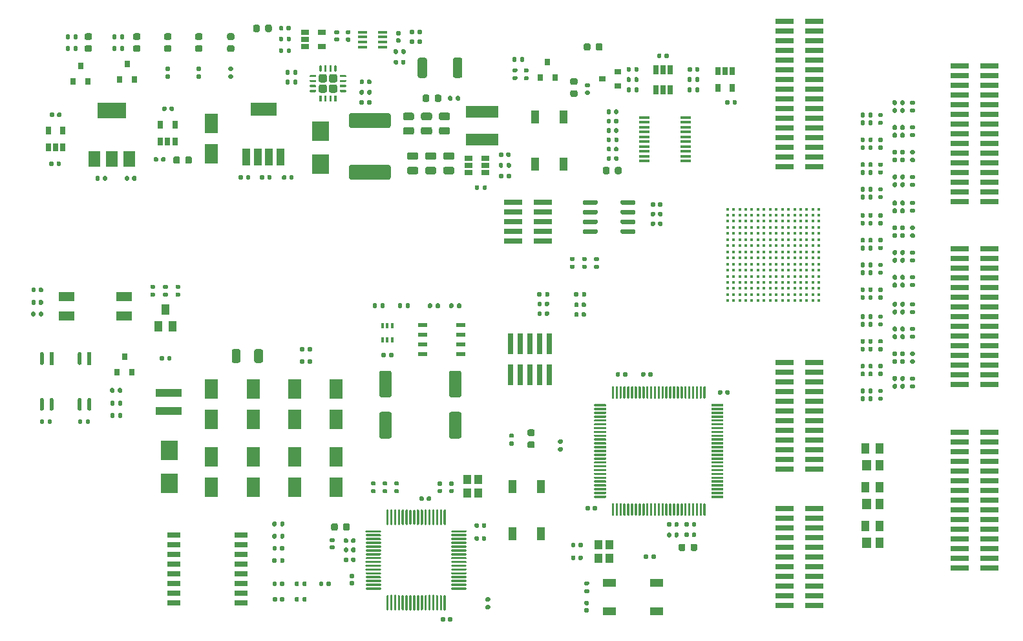
<source format=gbr>
%TF.GenerationSoftware,KiCad,Pcbnew,5.1.10-88a1d61d58~88~ubuntu20.04.1*%
%TF.CreationDate,2021-07-12T11:52:02+08:00*%
%TF.ProjectId,TestAutomation,54657374-4175-4746-9f6d-6174696f6e2e,rev?*%
%TF.SameCoordinates,Original*%
%TF.FileFunction,Paste,Top*%
%TF.FilePolarity,Positive*%
%FSLAX46Y46*%
G04 Gerber Fmt 4.6, Leading zero omitted, Abs format (unit mm)*
G04 Created by KiCad (PCBNEW 5.1.10-88a1d61d58~88~ubuntu20.04.1) date 2021-07-12 11:52:02*
%MOMM*%
%LPD*%
G01*
G04 APERTURE LIST*
%ADD10R,4.200000X1.500000*%
%ADD11R,0.900000X0.800000*%
%ADD12R,0.650000X1.220000*%
%ADD13R,0.650000X1.060000*%
%ADD14R,2.300000X2.500000*%
%ADD15R,2.400000X0.740000*%
%ADD16C,0.410000*%
%ADD17R,3.400000X0.980000*%
%ADD18R,1.100000X1.800000*%
%ADD19R,1.060000X0.650000*%
%ADD20R,1.000000X2.200000*%
%ADD21R,3.400000X1.800000*%
%ADD22R,0.532132X1.702833*%
%ADD23R,1.220000X0.400000*%
%ADD24R,1.454899X0.354800*%
%ADD25R,1.193800X0.558800*%
%ADD26R,0.740000X2.790000*%
%ADD27R,1.000000X1.150000*%
%ADD28R,1.500000X2.000000*%
%ADD29R,3.800000X2.000000*%
%ADD30R,1.700000X0.760000*%
%ADD31R,1.800000X1.100000*%
%ADD32R,0.800000X0.900000*%
%ADD33R,0.400000X0.650000*%
%ADD34R,1.000000X1.400000*%
%ADD35R,2.000000X1.200000*%
%ADD36R,1.800000X2.500000*%
%ADD37R,1.200000X1.400000*%
G04 APERTURE END LIST*
D10*
%TO.C,L4*%
X141420000Y-68530000D03*
X141420000Y-72130000D03*
%TD*%
D11*
%TO.C,D23*%
X157190000Y-64170000D03*
X159190000Y-63220000D03*
X159190000Y-65120000D03*
%TD*%
%TO.C,F2*%
G36*
G01*
X101860000Y-74573750D02*
X101860000Y-75086250D01*
G75*
G02*
X101641250Y-75305000I-218750J0D01*
G01*
X101203750Y-75305000D01*
G75*
G02*
X100985000Y-75086250I0J218750D01*
G01*
X100985000Y-74573750D01*
G75*
G02*
X101203750Y-74355000I218750J0D01*
G01*
X101641250Y-74355000D01*
G75*
G02*
X101860000Y-74573750I0J-218750D01*
G01*
G37*
G36*
G01*
X103435000Y-74573750D02*
X103435000Y-75086250D01*
G75*
G02*
X103216250Y-75305000I-218750J0D01*
G01*
X102778750Y-75305000D01*
G75*
G02*
X102560000Y-75086250I0J218750D01*
G01*
X102560000Y-74573750D01*
G75*
G02*
X102778750Y-74355000I218750J0D01*
G01*
X103216250Y-74355000D01*
G75*
G02*
X103435000Y-74573750I0J-218750D01*
G01*
G37*
%TD*%
%TO.C,C98*%
G36*
G01*
X122240000Y-58750000D02*
X122580000Y-58750000D01*
G75*
G02*
X122720000Y-58890000I0J-140000D01*
G01*
X122720000Y-59170000D01*
G75*
G02*
X122580000Y-59310000I-140000J0D01*
G01*
X122240000Y-59310000D01*
G75*
G02*
X122100000Y-59170000I0J140000D01*
G01*
X122100000Y-58890000D01*
G75*
G02*
X122240000Y-58750000I140000J0D01*
G01*
G37*
G36*
G01*
X122240000Y-57790000D02*
X122580000Y-57790000D01*
G75*
G02*
X122720000Y-57930000I0J-140000D01*
G01*
X122720000Y-58210000D01*
G75*
G02*
X122580000Y-58350000I-140000J0D01*
G01*
X122240000Y-58350000D01*
G75*
G02*
X122100000Y-58210000I0J140000D01*
G01*
X122100000Y-57930000D01*
G75*
G02*
X122240000Y-57790000I140000J0D01*
G01*
G37*
%TD*%
%TO.C,C97*%
G36*
G01*
X173860000Y-67100000D02*
X173860000Y-67440000D01*
G75*
G02*
X173720000Y-67580000I-140000J0D01*
G01*
X173440000Y-67580000D01*
G75*
G02*
X173300000Y-67440000I0J140000D01*
G01*
X173300000Y-67100000D01*
G75*
G02*
X173440000Y-66960000I140000J0D01*
G01*
X173720000Y-66960000D01*
G75*
G02*
X173860000Y-67100000I0J-140000D01*
G01*
G37*
G36*
G01*
X174820000Y-67100000D02*
X174820000Y-67440000D01*
G75*
G02*
X174680000Y-67580000I-140000J0D01*
G01*
X174400000Y-67580000D01*
G75*
G02*
X174260000Y-67440000I0J140000D01*
G01*
X174260000Y-67100000D01*
G75*
G02*
X174400000Y-66960000I140000J0D01*
G01*
X174680000Y-66960000D01*
G75*
G02*
X174820000Y-67100000I0J-140000D01*
G01*
G37*
%TD*%
D12*
%TO.C,U2*%
X164190000Y-63000000D03*
X165140000Y-63000000D03*
X166090000Y-63000000D03*
X166090000Y-65620000D03*
X165140000Y-65620000D03*
X164190000Y-65620000D03*
%TD*%
D13*
%TO.C,U1*%
X174230000Y-65380000D03*
X172330000Y-65380000D03*
X172330000Y-63180000D03*
X173280000Y-63180000D03*
X174230000Y-63180000D03*
%TD*%
%TO.C,C1*%
G36*
G01*
X165340000Y-61330000D02*
X165340000Y-60990000D01*
G75*
G02*
X165480000Y-60850000I140000J0D01*
G01*
X165760000Y-60850000D01*
G75*
G02*
X165900000Y-60990000I0J-140000D01*
G01*
X165900000Y-61330000D01*
G75*
G02*
X165760000Y-61470000I-140000J0D01*
G01*
X165480000Y-61470000D01*
G75*
G02*
X165340000Y-61330000I0J140000D01*
G01*
G37*
G36*
G01*
X164380000Y-61330000D02*
X164380000Y-60990000D01*
G75*
G02*
X164520000Y-60850000I140000J0D01*
G01*
X164800000Y-60850000D01*
G75*
G02*
X164940000Y-60990000I0J-140000D01*
G01*
X164940000Y-61330000D01*
G75*
G02*
X164800000Y-61470000I-140000J0D01*
G01*
X164520000Y-61470000D01*
G75*
G02*
X164380000Y-61330000I0J140000D01*
G01*
G37*
%TD*%
%TO.C,R129*%
G36*
G01*
X116240000Y-64425000D02*
X116240000Y-64795000D01*
G75*
G02*
X116105000Y-64930000I-135000J0D01*
G01*
X115835000Y-64930000D01*
G75*
G02*
X115700000Y-64795000I0J135000D01*
G01*
X115700000Y-64425000D01*
G75*
G02*
X115835000Y-64290000I135000J0D01*
G01*
X116105000Y-64290000D01*
G75*
G02*
X116240000Y-64425000I0J-135000D01*
G01*
G37*
G36*
G01*
X117260000Y-64425000D02*
X117260000Y-64795000D01*
G75*
G02*
X117125000Y-64930000I-135000J0D01*
G01*
X116855000Y-64930000D01*
G75*
G02*
X116720000Y-64795000I0J135000D01*
G01*
X116720000Y-64425000D01*
G75*
G02*
X116855000Y-64290000I135000J0D01*
G01*
X117125000Y-64290000D01*
G75*
G02*
X117260000Y-64425000I0J-135000D01*
G01*
G37*
%TD*%
%TO.C,R128*%
G36*
G01*
X116720000Y-63505000D02*
X116720000Y-63135000D01*
G75*
G02*
X116855000Y-63000000I135000J0D01*
G01*
X117125000Y-63000000D01*
G75*
G02*
X117260000Y-63135000I0J-135000D01*
G01*
X117260000Y-63505000D01*
G75*
G02*
X117125000Y-63640000I-135000J0D01*
G01*
X116855000Y-63640000D01*
G75*
G02*
X116720000Y-63505000I0J135000D01*
G01*
G37*
G36*
G01*
X115700000Y-63505000D02*
X115700000Y-63135000D01*
G75*
G02*
X115835000Y-63000000I135000J0D01*
G01*
X116105000Y-63000000D01*
G75*
G02*
X116240000Y-63135000I0J-135000D01*
G01*
X116240000Y-63505000D01*
G75*
G02*
X116105000Y-63640000I-135000J0D01*
G01*
X115835000Y-63640000D01*
G75*
G02*
X115700000Y-63505000I0J135000D01*
G01*
G37*
%TD*%
%TO.C,U16*%
G36*
G01*
X121385000Y-65762500D02*
X121385000Y-65172500D01*
G75*
G02*
X121635000Y-64922500I250000J0D01*
G01*
X122225000Y-64922500D01*
G75*
G02*
X122475000Y-65172500I0J-250000D01*
G01*
X122475000Y-65762500D01*
G75*
G02*
X122225000Y-66012500I-250000J0D01*
G01*
X121635000Y-66012500D01*
G75*
G02*
X121385000Y-65762500I0J250000D01*
G01*
G37*
G36*
G01*
X121385000Y-64412500D02*
X121385000Y-63822500D01*
G75*
G02*
X121635000Y-63572500I250000J0D01*
G01*
X122225000Y-63572500D01*
G75*
G02*
X122475000Y-63822500I0J-250000D01*
G01*
X122475000Y-64412500D01*
G75*
G02*
X122225000Y-64662500I-250000J0D01*
G01*
X121635000Y-64662500D01*
G75*
G02*
X121385000Y-64412500I0J250000D01*
G01*
G37*
G36*
G01*
X120035000Y-65762500D02*
X120035000Y-65172500D01*
G75*
G02*
X120285000Y-64922500I250000J0D01*
G01*
X120875000Y-64922500D01*
G75*
G02*
X121125000Y-65172500I0J-250000D01*
G01*
X121125000Y-65762500D01*
G75*
G02*
X120875000Y-66012500I-250000J0D01*
G01*
X120285000Y-66012500D01*
G75*
G02*
X120035000Y-65762500I0J250000D01*
G01*
G37*
G36*
G01*
X120035000Y-64412500D02*
X120035000Y-63822500D01*
G75*
G02*
X120285000Y-63572500I250000J0D01*
G01*
X120875000Y-63572500D01*
G75*
G02*
X121125000Y-63822500I0J-250000D01*
G01*
X121125000Y-64412500D01*
G75*
G02*
X120875000Y-64662500I-250000J0D01*
G01*
X120285000Y-64662500D01*
G75*
G02*
X120035000Y-64412500I0J250000D01*
G01*
G37*
G36*
G01*
X120130000Y-63167500D02*
X120130000Y-62492500D01*
G75*
G02*
X120205000Y-62417500I75000J0D01*
G01*
X120355000Y-62417500D01*
G75*
G02*
X120430000Y-62492500I0J-75000D01*
G01*
X120430000Y-63167500D01*
G75*
G02*
X120355000Y-63242500I-75000J0D01*
G01*
X120205000Y-63242500D01*
G75*
G02*
X120130000Y-63167500I0J75000D01*
G01*
G37*
G36*
G01*
X120780000Y-63167500D02*
X120780000Y-62492500D01*
G75*
G02*
X120855000Y-62417500I75000J0D01*
G01*
X121005000Y-62417500D01*
G75*
G02*
X121080000Y-62492500I0J-75000D01*
G01*
X121080000Y-63167500D01*
G75*
G02*
X121005000Y-63242500I-75000J0D01*
G01*
X120855000Y-63242500D01*
G75*
G02*
X120780000Y-63167500I0J75000D01*
G01*
G37*
G36*
G01*
X121430000Y-63167500D02*
X121430000Y-62492500D01*
G75*
G02*
X121505000Y-62417500I75000J0D01*
G01*
X121655000Y-62417500D01*
G75*
G02*
X121730000Y-62492500I0J-75000D01*
G01*
X121730000Y-63167500D01*
G75*
G02*
X121655000Y-63242500I-75000J0D01*
G01*
X121505000Y-63242500D01*
G75*
G02*
X121430000Y-63167500I0J75000D01*
G01*
G37*
G36*
G01*
X122080000Y-63167500D02*
X122080000Y-62492500D01*
G75*
G02*
X122155000Y-62417500I75000J0D01*
G01*
X122305000Y-62417500D01*
G75*
G02*
X122380000Y-62492500I0J-75000D01*
G01*
X122380000Y-63167500D01*
G75*
G02*
X122305000Y-63242500I-75000J0D01*
G01*
X122155000Y-63242500D01*
G75*
G02*
X122080000Y-63167500I0J75000D01*
G01*
G37*
G36*
G01*
X122805000Y-63892500D02*
X122805000Y-63742500D01*
G75*
G02*
X122880000Y-63667500I75000J0D01*
G01*
X123555000Y-63667500D01*
G75*
G02*
X123630000Y-63742500I0J-75000D01*
G01*
X123630000Y-63892500D01*
G75*
G02*
X123555000Y-63967500I-75000J0D01*
G01*
X122880000Y-63967500D01*
G75*
G02*
X122805000Y-63892500I0J75000D01*
G01*
G37*
G36*
G01*
X122805000Y-64542500D02*
X122805000Y-64392500D01*
G75*
G02*
X122880000Y-64317500I75000J0D01*
G01*
X123555000Y-64317500D01*
G75*
G02*
X123630000Y-64392500I0J-75000D01*
G01*
X123630000Y-64542500D01*
G75*
G02*
X123555000Y-64617500I-75000J0D01*
G01*
X122880000Y-64617500D01*
G75*
G02*
X122805000Y-64542500I0J75000D01*
G01*
G37*
G36*
G01*
X122805000Y-65192500D02*
X122805000Y-65042500D01*
G75*
G02*
X122880000Y-64967500I75000J0D01*
G01*
X123555000Y-64967500D01*
G75*
G02*
X123630000Y-65042500I0J-75000D01*
G01*
X123630000Y-65192500D01*
G75*
G02*
X123555000Y-65267500I-75000J0D01*
G01*
X122880000Y-65267500D01*
G75*
G02*
X122805000Y-65192500I0J75000D01*
G01*
G37*
G36*
G01*
X122805000Y-65842500D02*
X122805000Y-65692500D01*
G75*
G02*
X122880000Y-65617500I75000J0D01*
G01*
X123555000Y-65617500D01*
G75*
G02*
X123630000Y-65692500I0J-75000D01*
G01*
X123630000Y-65842500D01*
G75*
G02*
X123555000Y-65917500I-75000J0D01*
G01*
X122880000Y-65917500D01*
G75*
G02*
X122805000Y-65842500I0J75000D01*
G01*
G37*
G36*
G01*
X122080000Y-67092500D02*
X122080000Y-66417500D01*
G75*
G02*
X122155000Y-66342500I75000J0D01*
G01*
X122305000Y-66342500D01*
G75*
G02*
X122380000Y-66417500I0J-75000D01*
G01*
X122380000Y-67092500D01*
G75*
G02*
X122305000Y-67167500I-75000J0D01*
G01*
X122155000Y-67167500D01*
G75*
G02*
X122080000Y-67092500I0J75000D01*
G01*
G37*
G36*
G01*
X121430000Y-67092500D02*
X121430000Y-66417500D01*
G75*
G02*
X121505000Y-66342500I75000J0D01*
G01*
X121655000Y-66342500D01*
G75*
G02*
X121730000Y-66417500I0J-75000D01*
G01*
X121730000Y-67092500D01*
G75*
G02*
X121655000Y-67167500I-75000J0D01*
G01*
X121505000Y-67167500D01*
G75*
G02*
X121430000Y-67092500I0J75000D01*
G01*
G37*
G36*
G01*
X120780000Y-67092500D02*
X120780000Y-66417500D01*
G75*
G02*
X120855000Y-66342500I75000J0D01*
G01*
X121005000Y-66342500D01*
G75*
G02*
X121080000Y-66417500I0J-75000D01*
G01*
X121080000Y-67092500D01*
G75*
G02*
X121005000Y-67167500I-75000J0D01*
G01*
X120855000Y-67167500D01*
G75*
G02*
X120780000Y-67092500I0J75000D01*
G01*
G37*
G36*
G01*
X120130000Y-67092500D02*
X120130000Y-66417500D01*
G75*
G02*
X120205000Y-66342500I75000J0D01*
G01*
X120355000Y-66342500D01*
G75*
G02*
X120430000Y-66417500I0J-75000D01*
G01*
X120430000Y-67092500D01*
G75*
G02*
X120355000Y-67167500I-75000J0D01*
G01*
X120205000Y-67167500D01*
G75*
G02*
X120130000Y-67092500I0J75000D01*
G01*
G37*
G36*
G01*
X118880000Y-65842500D02*
X118880000Y-65692500D01*
G75*
G02*
X118955000Y-65617500I75000J0D01*
G01*
X119630000Y-65617500D01*
G75*
G02*
X119705000Y-65692500I0J-75000D01*
G01*
X119705000Y-65842500D01*
G75*
G02*
X119630000Y-65917500I-75000J0D01*
G01*
X118955000Y-65917500D01*
G75*
G02*
X118880000Y-65842500I0J75000D01*
G01*
G37*
G36*
G01*
X118880000Y-65192500D02*
X118880000Y-65042500D01*
G75*
G02*
X118955000Y-64967500I75000J0D01*
G01*
X119630000Y-64967500D01*
G75*
G02*
X119705000Y-65042500I0J-75000D01*
G01*
X119705000Y-65192500D01*
G75*
G02*
X119630000Y-65267500I-75000J0D01*
G01*
X118955000Y-65267500D01*
G75*
G02*
X118880000Y-65192500I0J75000D01*
G01*
G37*
G36*
G01*
X118880000Y-64542500D02*
X118880000Y-64392500D01*
G75*
G02*
X118955000Y-64317500I75000J0D01*
G01*
X119630000Y-64317500D01*
G75*
G02*
X119705000Y-64392500I0J-75000D01*
G01*
X119705000Y-64542500D01*
G75*
G02*
X119630000Y-64617500I-75000J0D01*
G01*
X118955000Y-64617500D01*
G75*
G02*
X118880000Y-64542500I0J75000D01*
G01*
G37*
G36*
G01*
X118880000Y-63892500D02*
X118880000Y-63742500D01*
G75*
G02*
X118955000Y-63667500I75000J0D01*
G01*
X119630000Y-63667500D01*
G75*
G02*
X119705000Y-63742500I0J-75000D01*
G01*
X119705000Y-63892500D01*
G75*
G02*
X119630000Y-63967500I-75000J0D01*
G01*
X118955000Y-63967500D01*
G75*
G02*
X118880000Y-63892500I0J75000D01*
G01*
G37*
%TD*%
%TO.C,R127*%
G36*
G01*
X126420000Y-66135000D02*
X126420000Y-65765000D01*
G75*
G02*
X126555000Y-65630000I135000J0D01*
G01*
X126825000Y-65630000D01*
G75*
G02*
X126960000Y-65765000I0J-135000D01*
G01*
X126960000Y-66135000D01*
G75*
G02*
X126825000Y-66270000I-135000J0D01*
G01*
X126555000Y-66270000D01*
G75*
G02*
X126420000Y-66135000I0J135000D01*
G01*
G37*
G36*
G01*
X125400000Y-66135000D02*
X125400000Y-65765000D01*
G75*
G02*
X125535000Y-65630000I135000J0D01*
G01*
X125805000Y-65630000D01*
G75*
G02*
X125940000Y-65765000I0J-135000D01*
G01*
X125940000Y-66135000D01*
G75*
G02*
X125805000Y-66270000I-135000J0D01*
G01*
X125535000Y-66270000D01*
G75*
G02*
X125400000Y-66135000I0J135000D01*
G01*
G37*
%TD*%
%TO.C,R126*%
G36*
G01*
X126420000Y-67445000D02*
X126420000Y-67075000D01*
G75*
G02*
X126555000Y-66940000I135000J0D01*
G01*
X126825000Y-66940000D01*
G75*
G02*
X126960000Y-67075000I0J-135000D01*
G01*
X126960000Y-67445000D01*
G75*
G02*
X126825000Y-67580000I-135000J0D01*
G01*
X126555000Y-67580000D01*
G75*
G02*
X126420000Y-67445000I0J135000D01*
G01*
G37*
G36*
G01*
X125400000Y-67445000D02*
X125400000Y-67075000D01*
G75*
G02*
X125535000Y-66940000I135000J0D01*
G01*
X125805000Y-66940000D01*
G75*
G02*
X125940000Y-67075000I0J-135000D01*
G01*
X125940000Y-67445000D01*
G75*
G02*
X125805000Y-67580000I-135000J0D01*
G01*
X125535000Y-67580000D01*
G75*
G02*
X125400000Y-67445000I0J135000D01*
G01*
G37*
%TD*%
%TO.C,C89*%
G36*
G01*
X126380000Y-64750000D02*
X126380000Y-64410000D01*
G75*
G02*
X126520000Y-64270000I140000J0D01*
G01*
X126800000Y-64270000D01*
G75*
G02*
X126940000Y-64410000I0J-140000D01*
G01*
X126940000Y-64750000D01*
G75*
G02*
X126800000Y-64890000I-140000J0D01*
G01*
X126520000Y-64890000D01*
G75*
G02*
X126380000Y-64750000I0J140000D01*
G01*
G37*
G36*
G01*
X125420000Y-64750000D02*
X125420000Y-64410000D01*
G75*
G02*
X125560000Y-64270000I140000J0D01*
G01*
X125840000Y-64270000D01*
G75*
G02*
X125980000Y-64410000I0J-140000D01*
G01*
X125980000Y-64750000D01*
G75*
G02*
X125840000Y-64890000I-140000J0D01*
G01*
X125560000Y-64890000D01*
G75*
G02*
X125420000Y-64750000I0J140000D01*
G01*
G37*
%TD*%
%TO.C,C61*%
G36*
G01*
X136600000Y-134830000D02*
X136600000Y-135170000D01*
G75*
G02*
X136460000Y-135310000I-140000J0D01*
G01*
X136180000Y-135310000D01*
G75*
G02*
X136040000Y-135170000I0J140000D01*
G01*
X136040000Y-134830000D01*
G75*
G02*
X136180000Y-134690000I140000J0D01*
G01*
X136460000Y-134690000D01*
G75*
G02*
X136600000Y-134830000I0J-140000D01*
G01*
G37*
G36*
G01*
X137560000Y-134830000D02*
X137560000Y-135170000D01*
G75*
G02*
X137420000Y-135310000I-140000J0D01*
G01*
X137140000Y-135310000D01*
G75*
G02*
X137000000Y-135170000I0J140000D01*
G01*
X137000000Y-134830000D01*
G75*
G02*
X137140000Y-134690000I140000J0D01*
G01*
X137420000Y-134690000D01*
G75*
G02*
X137560000Y-134830000I0J-140000D01*
G01*
G37*
%TD*%
%TO.C,C69*%
G36*
G01*
X121630000Y-125300000D02*
X121970000Y-125300000D01*
G75*
G02*
X122110000Y-125440000I0J-140000D01*
G01*
X122110000Y-125720000D01*
G75*
G02*
X121970000Y-125860000I-140000J0D01*
G01*
X121630000Y-125860000D01*
G75*
G02*
X121490000Y-125720000I0J140000D01*
G01*
X121490000Y-125440000D01*
G75*
G02*
X121630000Y-125300000I140000J0D01*
G01*
G37*
G36*
G01*
X121630000Y-124340000D02*
X121970000Y-124340000D01*
G75*
G02*
X122110000Y-124480000I0J-140000D01*
G01*
X122110000Y-124760000D01*
G75*
G02*
X121970000Y-124900000I-140000J0D01*
G01*
X121630000Y-124900000D01*
G75*
G02*
X121490000Y-124760000I0J140000D01*
G01*
X121490000Y-124480000D01*
G75*
G02*
X121630000Y-124340000I140000J0D01*
G01*
G37*
%TD*%
%TO.C,C68*%
G36*
G01*
X123900000Y-125730000D02*
X123900000Y-126070000D01*
G75*
G02*
X123760000Y-126210000I-140000J0D01*
G01*
X123480000Y-126210000D01*
G75*
G02*
X123340000Y-126070000I0J140000D01*
G01*
X123340000Y-125730000D01*
G75*
G02*
X123480000Y-125590000I140000J0D01*
G01*
X123760000Y-125590000D01*
G75*
G02*
X123900000Y-125730000I0J-140000D01*
G01*
G37*
G36*
G01*
X124860000Y-125730000D02*
X124860000Y-126070000D01*
G75*
G02*
X124720000Y-126210000I-140000J0D01*
G01*
X124440000Y-126210000D01*
G75*
G02*
X124300000Y-126070000I0J140000D01*
G01*
X124300000Y-125730000D01*
G75*
G02*
X124440000Y-125590000I140000J0D01*
G01*
X124720000Y-125590000D01*
G75*
G02*
X124860000Y-125730000I0J-140000D01*
G01*
G37*
%TD*%
%TO.C,C66*%
G36*
G01*
X124230000Y-130000000D02*
X124570000Y-130000000D01*
G75*
G02*
X124710000Y-130140000I0J-140000D01*
G01*
X124710000Y-130420000D01*
G75*
G02*
X124570000Y-130560000I-140000J0D01*
G01*
X124230000Y-130560000D01*
G75*
G02*
X124090000Y-130420000I0J140000D01*
G01*
X124090000Y-130140000D01*
G75*
G02*
X124230000Y-130000000I140000J0D01*
G01*
G37*
G36*
G01*
X124230000Y-129040000D02*
X124570000Y-129040000D01*
G75*
G02*
X124710000Y-129180000I0J-140000D01*
G01*
X124710000Y-129460000D01*
G75*
G02*
X124570000Y-129600000I-140000J0D01*
G01*
X124230000Y-129600000D01*
G75*
G02*
X124090000Y-129460000I0J140000D01*
G01*
X124090000Y-129180000D01*
G75*
G02*
X124230000Y-129040000I140000J0D01*
G01*
G37*
%TD*%
%TO.C,C65*%
G36*
G01*
X123900000Y-124530000D02*
X123900000Y-124870000D01*
G75*
G02*
X123760000Y-125010000I-140000J0D01*
G01*
X123480000Y-125010000D01*
G75*
G02*
X123340000Y-124870000I0J140000D01*
G01*
X123340000Y-124530000D01*
G75*
G02*
X123480000Y-124390000I140000J0D01*
G01*
X123760000Y-124390000D01*
G75*
G02*
X123900000Y-124530000I0J-140000D01*
G01*
G37*
G36*
G01*
X124860000Y-124530000D02*
X124860000Y-124870000D01*
G75*
G02*
X124720000Y-125010000I-140000J0D01*
G01*
X124440000Y-125010000D01*
G75*
G02*
X124300000Y-124870000I0J140000D01*
G01*
X124300000Y-124530000D01*
G75*
G02*
X124440000Y-124390000I140000J0D01*
G01*
X124720000Y-124390000D01*
G75*
G02*
X124860000Y-124530000I0J-140000D01*
G01*
G37*
%TD*%
%TO.C,C64*%
G36*
G01*
X133800000Y-119030000D02*
X133800000Y-119370000D01*
G75*
G02*
X133660000Y-119510000I-140000J0D01*
G01*
X133380000Y-119510000D01*
G75*
G02*
X133240000Y-119370000I0J140000D01*
G01*
X133240000Y-119030000D01*
G75*
G02*
X133380000Y-118890000I140000J0D01*
G01*
X133660000Y-118890000D01*
G75*
G02*
X133800000Y-119030000I0J-140000D01*
G01*
G37*
G36*
G01*
X134760000Y-119030000D02*
X134760000Y-119370000D01*
G75*
G02*
X134620000Y-119510000I-140000J0D01*
G01*
X134340000Y-119510000D01*
G75*
G02*
X134200000Y-119370000I0J140000D01*
G01*
X134200000Y-119030000D01*
G75*
G02*
X134340000Y-118890000I140000J0D01*
G01*
X134620000Y-118890000D01*
G75*
G02*
X134760000Y-119030000I0J-140000D01*
G01*
G37*
%TD*%
%TO.C,C62*%
G36*
G01*
X141420000Y-122870000D02*
X141420000Y-122530000D01*
G75*
G02*
X141560000Y-122390000I140000J0D01*
G01*
X141840000Y-122390000D01*
G75*
G02*
X141980000Y-122530000I0J-140000D01*
G01*
X141980000Y-122870000D01*
G75*
G02*
X141840000Y-123010000I-140000J0D01*
G01*
X141560000Y-123010000D01*
G75*
G02*
X141420000Y-122870000I0J140000D01*
G01*
G37*
G36*
G01*
X140460000Y-122870000D02*
X140460000Y-122530000D01*
G75*
G02*
X140600000Y-122390000I140000J0D01*
G01*
X140880000Y-122390000D01*
G75*
G02*
X141020000Y-122530000I0J-140000D01*
G01*
X141020000Y-122870000D01*
G75*
G02*
X140880000Y-123010000I-140000J0D01*
G01*
X140600000Y-123010000D01*
G75*
G02*
X140460000Y-122870000I0J140000D01*
G01*
G37*
%TD*%
%TO.C,U6*%
X99296000Y-72404000D03*
X100246000Y-72404000D03*
X101196000Y-72404000D03*
X101196000Y-70204000D03*
X99296000Y-70204000D03*
%TD*%
%TO.C,C78*%
G36*
G01*
X155560000Y-120260000D02*
X155560000Y-120600000D01*
G75*
G02*
X155420000Y-120740000I-140000J0D01*
G01*
X155140000Y-120740000D01*
G75*
G02*
X155000000Y-120600000I0J140000D01*
G01*
X155000000Y-120260000D01*
G75*
G02*
X155140000Y-120120000I140000J0D01*
G01*
X155420000Y-120120000D01*
G75*
G02*
X155560000Y-120260000I0J-140000D01*
G01*
G37*
G36*
G01*
X156520000Y-120260000D02*
X156520000Y-120600000D01*
G75*
G02*
X156380000Y-120740000I-140000J0D01*
G01*
X156100000Y-120740000D01*
G75*
G02*
X155960000Y-120600000I0J140000D01*
G01*
X155960000Y-120260000D01*
G75*
G02*
X156100000Y-120120000I140000J0D01*
G01*
X156380000Y-120120000D01*
G75*
G02*
X156520000Y-120260000I0J-140000D01*
G01*
G37*
%TD*%
%TO.C,U15*%
G36*
G01*
X158673000Y-121419000D02*
X158523000Y-121419000D01*
G75*
G02*
X158448000Y-121344000I0J75000D01*
G01*
X158448000Y-119894000D01*
G75*
G02*
X158523000Y-119819000I75000J0D01*
G01*
X158673000Y-119819000D01*
G75*
G02*
X158748000Y-119894000I0J-75000D01*
G01*
X158748000Y-121344000D01*
G75*
G02*
X158673000Y-121419000I-75000J0D01*
G01*
G37*
G36*
G01*
X159173000Y-121419000D02*
X159023000Y-121419000D01*
G75*
G02*
X158948000Y-121344000I0J75000D01*
G01*
X158948000Y-119894000D01*
G75*
G02*
X159023000Y-119819000I75000J0D01*
G01*
X159173000Y-119819000D01*
G75*
G02*
X159248000Y-119894000I0J-75000D01*
G01*
X159248000Y-121344000D01*
G75*
G02*
X159173000Y-121419000I-75000J0D01*
G01*
G37*
G36*
G01*
X159673000Y-121419000D02*
X159523000Y-121419000D01*
G75*
G02*
X159448000Y-121344000I0J75000D01*
G01*
X159448000Y-119894000D01*
G75*
G02*
X159523000Y-119819000I75000J0D01*
G01*
X159673000Y-119819000D01*
G75*
G02*
X159748000Y-119894000I0J-75000D01*
G01*
X159748000Y-121344000D01*
G75*
G02*
X159673000Y-121419000I-75000J0D01*
G01*
G37*
G36*
G01*
X160173000Y-121419000D02*
X160023000Y-121419000D01*
G75*
G02*
X159948000Y-121344000I0J75000D01*
G01*
X159948000Y-119894000D01*
G75*
G02*
X160023000Y-119819000I75000J0D01*
G01*
X160173000Y-119819000D01*
G75*
G02*
X160248000Y-119894000I0J-75000D01*
G01*
X160248000Y-121344000D01*
G75*
G02*
X160173000Y-121419000I-75000J0D01*
G01*
G37*
G36*
G01*
X160673000Y-121419000D02*
X160523000Y-121419000D01*
G75*
G02*
X160448000Y-121344000I0J75000D01*
G01*
X160448000Y-119894000D01*
G75*
G02*
X160523000Y-119819000I75000J0D01*
G01*
X160673000Y-119819000D01*
G75*
G02*
X160748000Y-119894000I0J-75000D01*
G01*
X160748000Y-121344000D01*
G75*
G02*
X160673000Y-121419000I-75000J0D01*
G01*
G37*
G36*
G01*
X161173000Y-121419000D02*
X161023000Y-121419000D01*
G75*
G02*
X160948000Y-121344000I0J75000D01*
G01*
X160948000Y-119894000D01*
G75*
G02*
X161023000Y-119819000I75000J0D01*
G01*
X161173000Y-119819000D01*
G75*
G02*
X161248000Y-119894000I0J-75000D01*
G01*
X161248000Y-121344000D01*
G75*
G02*
X161173000Y-121419000I-75000J0D01*
G01*
G37*
G36*
G01*
X161673000Y-121419000D02*
X161523000Y-121419000D01*
G75*
G02*
X161448000Y-121344000I0J75000D01*
G01*
X161448000Y-119894000D01*
G75*
G02*
X161523000Y-119819000I75000J0D01*
G01*
X161673000Y-119819000D01*
G75*
G02*
X161748000Y-119894000I0J-75000D01*
G01*
X161748000Y-121344000D01*
G75*
G02*
X161673000Y-121419000I-75000J0D01*
G01*
G37*
G36*
G01*
X162173000Y-121419000D02*
X162023000Y-121419000D01*
G75*
G02*
X161948000Y-121344000I0J75000D01*
G01*
X161948000Y-119894000D01*
G75*
G02*
X162023000Y-119819000I75000J0D01*
G01*
X162173000Y-119819000D01*
G75*
G02*
X162248000Y-119894000I0J-75000D01*
G01*
X162248000Y-121344000D01*
G75*
G02*
X162173000Y-121419000I-75000J0D01*
G01*
G37*
G36*
G01*
X162673000Y-121419000D02*
X162523000Y-121419000D01*
G75*
G02*
X162448000Y-121344000I0J75000D01*
G01*
X162448000Y-119894000D01*
G75*
G02*
X162523000Y-119819000I75000J0D01*
G01*
X162673000Y-119819000D01*
G75*
G02*
X162748000Y-119894000I0J-75000D01*
G01*
X162748000Y-121344000D01*
G75*
G02*
X162673000Y-121419000I-75000J0D01*
G01*
G37*
G36*
G01*
X163173000Y-121419000D02*
X163023000Y-121419000D01*
G75*
G02*
X162948000Y-121344000I0J75000D01*
G01*
X162948000Y-119894000D01*
G75*
G02*
X163023000Y-119819000I75000J0D01*
G01*
X163173000Y-119819000D01*
G75*
G02*
X163248000Y-119894000I0J-75000D01*
G01*
X163248000Y-121344000D01*
G75*
G02*
X163173000Y-121419000I-75000J0D01*
G01*
G37*
G36*
G01*
X163673000Y-121419000D02*
X163523000Y-121419000D01*
G75*
G02*
X163448000Y-121344000I0J75000D01*
G01*
X163448000Y-119894000D01*
G75*
G02*
X163523000Y-119819000I75000J0D01*
G01*
X163673000Y-119819000D01*
G75*
G02*
X163748000Y-119894000I0J-75000D01*
G01*
X163748000Y-121344000D01*
G75*
G02*
X163673000Y-121419000I-75000J0D01*
G01*
G37*
G36*
G01*
X164173000Y-121419000D02*
X164023000Y-121419000D01*
G75*
G02*
X163948000Y-121344000I0J75000D01*
G01*
X163948000Y-119894000D01*
G75*
G02*
X164023000Y-119819000I75000J0D01*
G01*
X164173000Y-119819000D01*
G75*
G02*
X164248000Y-119894000I0J-75000D01*
G01*
X164248000Y-121344000D01*
G75*
G02*
X164173000Y-121419000I-75000J0D01*
G01*
G37*
G36*
G01*
X164673000Y-121419000D02*
X164523000Y-121419000D01*
G75*
G02*
X164448000Y-121344000I0J75000D01*
G01*
X164448000Y-119894000D01*
G75*
G02*
X164523000Y-119819000I75000J0D01*
G01*
X164673000Y-119819000D01*
G75*
G02*
X164748000Y-119894000I0J-75000D01*
G01*
X164748000Y-121344000D01*
G75*
G02*
X164673000Y-121419000I-75000J0D01*
G01*
G37*
G36*
G01*
X165173000Y-121419000D02*
X165023000Y-121419000D01*
G75*
G02*
X164948000Y-121344000I0J75000D01*
G01*
X164948000Y-119894000D01*
G75*
G02*
X165023000Y-119819000I75000J0D01*
G01*
X165173000Y-119819000D01*
G75*
G02*
X165248000Y-119894000I0J-75000D01*
G01*
X165248000Y-121344000D01*
G75*
G02*
X165173000Y-121419000I-75000J0D01*
G01*
G37*
G36*
G01*
X165673000Y-121419000D02*
X165523000Y-121419000D01*
G75*
G02*
X165448000Y-121344000I0J75000D01*
G01*
X165448000Y-119894000D01*
G75*
G02*
X165523000Y-119819000I75000J0D01*
G01*
X165673000Y-119819000D01*
G75*
G02*
X165748000Y-119894000I0J-75000D01*
G01*
X165748000Y-121344000D01*
G75*
G02*
X165673000Y-121419000I-75000J0D01*
G01*
G37*
G36*
G01*
X166173000Y-121419000D02*
X166023000Y-121419000D01*
G75*
G02*
X165948000Y-121344000I0J75000D01*
G01*
X165948000Y-119894000D01*
G75*
G02*
X166023000Y-119819000I75000J0D01*
G01*
X166173000Y-119819000D01*
G75*
G02*
X166248000Y-119894000I0J-75000D01*
G01*
X166248000Y-121344000D01*
G75*
G02*
X166173000Y-121419000I-75000J0D01*
G01*
G37*
G36*
G01*
X166673000Y-121419000D02*
X166523000Y-121419000D01*
G75*
G02*
X166448000Y-121344000I0J75000D01*
G01*
X166448000Y-119894000D01*
G75*
G02*
X166523000Y-119819000I75000J0D01*
G01*
X166673000Y-119819000D01*
G75*
G02*
X166748000Y-119894000I0J-75000D01*
G01*
X166748000Y-121344000D01*
G75*
G02*
X166673000Y-121419000I-75000J0D01*
G01*
G37*
G36*
G01*
X167173000Y-121419000D02*
X167023000Y-121419000D01*
G75*
G02*
X166948000Y-121344000I0J75000D01*
G01*
X166948000Y-119894000D01*
G75*
G02*
X167023000Y-119819000I75000J0D01*
G01*
X167173000Y-119819000D01*
G75*
G02*
X167248000Y-119894000I0J-75000D01*
G01*
X167248000Y-121344000D01*
G75*
G02*
X167173000Y-121419000I-75000J0D01*
G01*
G37*
G36*
G01*
X167673000Y-121419000D02*
X167523000Y-121419000D01*
G75*
G02*
X167448000Y-121344000I0J75000D01*
G01*
X167448000Y-119894000D01*
G75*
G02*
X167523000Y-119819000I75000J0D01*
G01*
X167673000Y-119819000D01*
G75*
G02*
X167748000Y-119894000I0J-75000D01*
G01*
X167748000Y-121344000D01*
G75*
G02*
X167673000Y-121419000I-75000J0D01*
G01*
G37*
G36*
G01*
X168173000Y-121419000D02*
X168023000Y-121419000D01*
G75*
G02*
X167948000Y-121344000I0J75000D01*
G01*
X167948000Y-119894000D01*
G75*
G02*
X168023000Y-119819000I75000J0D01*
G01*
X168173000Y-119819000D01*
G75*
G02*
X168248000Y-119894000I0J-75000D01*
G01*
X168248000Y-121344000D01*
G75*
G02*
X168173000Y-121419000I-75000J0D01*
G01*
G37*
G36*
G01*
X168673000Y-121419000D02*
X168523000Y-121419000D01*
G75*
G02*
X168448000Y-121344000I0J75000D01*
G01*
X168448000Y-119894000D01*
G75*
G02*
X168523000Y-119819000I75000J0D01*
G01*
X168673000Y-119819000D01*
G75*
G02*
X168748000Y-119894000I0J-75000D01*
G01*
X168748000Y-121344000D01*
G75*
G02*
X168673000Y-121419000I-75000J0D01*
G01*
G37*
G36*
G01*
X169173000Y-121419000D02*
X169023000Y-121419000D01*
G75*
G02*
X168948000Y-121344000I0J75000D01*
G01*
X168948000Y-119894000D01*
G75*
G02*
X169023000Y-119819000I75000J0D01*
G01*
X169173000Y-119819000D01*
G75*
G02*
X169248000Y-119894000I0J-75000D01*
G01*
X169248000Y-121344000D01*
G75*
G02*
X169173000Y-121419000I-75000J0D01*
G01*
G37*
G36*
G01*
X169673000Y-121419000D02*
X169523000Y-121419000D01*
G75*
G02*
X169448000Y-121344000I0J75000D01*
G01*
X169448000Y-119894000D01*
G75*
G02*
X169523000Y-119819000I75000J0D01*
G01*
X169673000Y-119819000D01*
G75*
G02*
X169748000Y-119894000I0J-75000D01*
G01*
X169748000Y-121344000D01*
G75*
G02*
X169673000Y-121419000I-75000J0D01*
G01*
G37*
G36*
G01*
X170173000Y-121419000D02*
X170023000Y-121419000D01*
G75*
G02*
X169948000Y-121344000I0J75000D01*
G01*
X169948000Y-119894000D01*
G75*
G02*
X170023000Y-119819000I75000J0D01*
G01*
X170173000Y-119819000D01*
G75*
G02*
X170248000Y-119894000I0J-75000D01*
G01*
X170248000Y-121344000D01*
G75*
G02*
X170173000Y-121419000I-75000J0D01*
G01*
G37*
G36*
G01*
X170673000Y-121419000D02*
X170523000Y-121419000D01*
G75*
G02*
X170448000Y-121344000I0J75000D01*
G01*
X170448000Y-119894000D01*
G75*
G02*
X170523000Y-119819000I75000J0D01*
G01*
X170673000Y-119819000D01*
G75*
G02*
X170748000Y-119894000I0J-75000D01*
G01*
X170748000Y-121344000D01*
G75*
G02*
X170673000Y-121419000I-75000J0D01*
G01*
G37*
G36*
G01*
X172998000Y-119094000D02*
X171548000Y-119094000D01*
G75*
G02*
X171473000Y-119019000I0J75000D01*
G01*
X171473000Y-118869000D01*
G75*
G02*
X171548000Y-118794000I75000J0D01*
G01*
X172998000Y-118794000D01*
G75*
G02*
X173073000Y-118869000I0J-75000D01*
G01*
X173073000Y-119019000D01*
G75*
G02*
X172998000Y-119094000I-75000J0D01*
G01*
G37*
G36*
G01*
X172998000Y-118594000D02*
X171548000Y-118594000D01*
G75*
G02*
X171473000Y-118519000I0J75000D01*
G01*
X171473000Y-118369000D01*
G75*
G02*
X171548000Y-118294000I75000J0D01*
G01*
X172998000Y-118294000D01*
G75*
G02*
X173073000Y-118369000I0J-75000D01*
G01*
X173073000Y-118519000D01*
G75*
G02*
X172998000Y-118594000I-75000J0D01*
G01*
G37*
G36*
G01*
X172998000Y-118094000D02*
X171548000Y-118094000D01*
G75*
G02*
X171473000Y-118019000I0J75000D01*
G01*
X171473000Y-117869000D01*
G75*
G02*
X171548000Y-117794000I75000J0D01*
G01*
X172998000Y-117794000D01*
G75*
G02*
X173073000Y-117869000I0J-75000D01*
G01*
X173073000Y-118019000D01*
G75*
G02*
X172998000Y-118094000I-75000J0D01*
G01*
G37*
G36*
G01*
X172998000Y-117594000D02*
X171548000Y-117594000D01*
G75*
G02*
X171473000Y-117519000I0J75000D01*
G01*
X171473000Y-117369000D01*
G75*
G02*
X171548000Y-117294000I75000J0D01*
G01*
X172998000Y-117294000D01*
G75*
G02*
X173073000Y-117369000I0J-75000D01*
G01*
X173073000Y-117519000D01*
G75*
G02*
X172998000Y-117594000I-75000J0D01*
G01*
G37*
G36*
G01*
X172998000Y-117094000D02*
X171548000Y-117094000D01*
G75*
G02*
X171473000Y-117019000I0J75000D01*
G01*
X171473000Y-116869000D01*
G75*
G02*
X171548000Y-116794000I75000J0D01*
G01*
X172998000Y-116794000D01*
G75*
G02*
X173073000Y-116869000I0J-75000D01*
G01*
X173073000Y-117019000D01*
G75*
G02*
X172998000Y-117094000I-75000J0D01*
G01*
G37*
G36*
G01*
X172998000Y-116594000D02*
X171548000Y-116594000D01*
G75*
G02*
X171473000Y-116519000I0J75000D01*
G01*
X171473000Y-116369000D01*
G75*
G02*
X171548000Y-116294000I75000J0D01*
G01*
X172998000Y-116294000D01*
G75*
G02*
X173073000Y-116369000I0J-75000D01*
G01*
X173073000Y-116519000D01*
G75*
G02*
X172998000Y-116594000I-75000J0D01*
G01*
G37*
G36*
G01*
X172998000Y-116094000D02*
X171548000Y-116094000D01*
G75*
G02*
X171473000Y-116019000I0J75000D01*
G01*
X171473000Y-115869000D01*
G75*
G02*
X171548000Y-115794000I75000J0D01*
G01*
X172998000Y-115794000D01*
G75*
G02*
X173073000Y-115869000I0J-75000D01*
G01*
X173073000Y-116019000D01*
G75*
G02*
X172998000Y-116094000I-75000J0D01*
G01*
G37*
G36*
G01*
X172998000Y-115594000D02*
X171548000Y-115594000D01*
G75*
G02*
X171473000Y-115519000I0J75000D01*
G01*
X171473000Y-115369000D01*
G75*
G02*
X171548000Y-115294000I75000J0D01*
G01*
X172998000Y-115294000D01*
G75*
G02*
X173073000Y-115369000I0J-75000D01*
G01*
X173073000Y-115519000D01*
G75*
G02*
X172998000Y-115594000I-75000J0D01*
G01*
G37*
G36*
G01*
X172998000Y-115094000D02*
X171548000Y-115094000D01*
G75*
G02*
X171473000Y-115019000I0J75000D01*
G01*
X171473000Y-114869000D01*
G75*
G02*
X171548000Y-114794000I75000J0D01*
G01*
X172998000Y-114794000D01*
G75*
G02*
X173073000Y-114869000I0J-75000D01*
G01*
X173073000Y-115019000D01*
G75*
G02*
X172998000Y-115094000I-75000J0D01*
G01*
G37*
G36*
G01*
X172998000Y-114594000D02*
X171548000Y-114594000D01*
G75*
G02*
X171473000Y-114519000I0J75000D01*
G01*
X171473000Y-114369000D01*
G75*
G02*
X171548000Y-114294000I75000J0D01*
G01*
X172998000Y-114294000D01*
G75*
G02*
X173073000Y-114369000I0J-75000D01*
G01*
X173073000Y-114519000D01*
G75*
G02*
X172998000Y-114594000I-75000J0D01*
G01*
G37*
G36*
G01*
X172998000Y-114094000D02*
X171548000Y-114094000D01*
G75*
G02*
X171473000Y-114019000I0J75000D01*
G01*
X171473000Y-113869000D01*
G75*
G02*
X171548000Y-113794000I75000J0D01*
G01*
X172998000Y-113794000D01*
G75*
G02*
X173073000Y-113869000I0J-75000D01*
G01*
X173073000Y-114019000D01*
G75*
G02*
X172998000Y-114094000I-75000J0D01*
G01*
G37*
G36*
G01*
X172998000Y-113594000D02*
X171548000Y-113594000D01*
G75*
G02*
X171473000Y-113519000I0J75000D01*
G01*
X171473000Y-113369000D01*
G75*
G02*
X171548000Y-113294000I75000J0D01*
G01*
X172998000Y-113294000D01*
G75*
G02*
X173073000Y-113369000I0J-75000D01*
G01*
X173073000Y-113519000D01*
G75*
G02*
X172998000Y-113594000I-75000J0D01*
G01*
G37*
G36*
G01*
X172998000Y-113094000D02*
X171548000Y-113094000D01*
G75*
G02*
X171473000Y-113019000I0J75000D01*
G01*
X171473000Y-112869000D01*
G75*
G02*
X171548000Y-112794000I75000J0D01*
G01*
X172998000Y-112794000D01*
G75*
G02*
X173073000Y-112869000I0J-75000D01*
G01*
X173073000Y-113019000D01*
G75*
G02*
X172998000Y-113094000I-75000J0D01*
G01*
G37*
G36*
G01*
X172998000Y-112594000D02*
X171548000Y-112594000D01*
G75*
G02*
X171473000Y-112519000I0J75000D01*
G01*
X171473000Y-112369000D01*
G75*
G02*
X171548000Y-112294000I75000J0D01*
G01*
X172998000Y-112294000D01*
G75*
G02*
X173073000Y-112369000I0J-75000D01*
G01*
X173073000Y-112519000D01*
G75*
G02*
X172998000Y-112594000I-75000J0D01*
G01*
G37*
G36*
G01*
X172998000Y-112094000D02*
X171548000Y-112094000D01*
G75*
G02*
X171473000Y-112019000I0J75000D01*
G01*
X171473000Y-111869000D01*
G75*
G02*
X171548000Y-111794000I75000J0D01*
G01*
X172998000Y-111794000D01*
G75*
G02*
X173073000Y-111869000I0J-75000D01*
G01*
X173073000Y-112019000D01*
G75*
G02*
X172998000Y-112094000I-75000J0D01*
G01*
G37*
G36*
G01*
X172998000Y-111594000D02*
X171548000Y-111594000D01*
G75*
G02*
X171473000Y-111519000I0J75000D01*
G01*
X171473000Y-111369000D01*
G75*
G02*
X171548000Y-111294000I75000J0D01*
G01*
X172998000Y-111294000D01*
G75*
G02*
X173073000Y-111369000I0J-75000D01*
G01*
X173073000Y-111519000D01*
G75*
G02*
X172998000Y-111594000I-75000J0D01*
G01*
G37*
G36*
G01*
X172998000Y-111094000D02*
X171548000Y-111094000D01*
G75*
G02*
X171473000Y-111019000I0J75000D01*
G01*
X171473000Y-110869000D01*
G75*
G02*
X171548000Y-110794000I75000J0D01*
G01*
X172998000Y-110794000D01*
G75*
G02*
X173073000Y-110869000I0J-75000D01*
G01*
X173073000Y-111019000D01*
G75*
G02*
X172998000Y-111094000I-75000J0D01*
G01*
G37*
G36*
G01*
X172998000Y-110594000D02*
X171548000Y-110594000D01*
G75*
G02*
X171473000Y-110519000I0J75000D01*
G01*
X171473000Y-110369000D01*
G75*
G02*
X171548000Y-110294000I75000J0D01*
G01*
X172998000Y-110294000D01*
G75*
G02*
X173073000Y-110369000I0J-75000D01*
G01*
X173073000Y-110519000D01*
G75*
G02*
X172998000Y-110594000I-75000J0D01*
G01*
G37*
G36*
G01*
X172998000Y-110094000D02*
X171548000Y-110094000D01*
G75*
G02*
X171473000Y-110019000I0J75000D01*
G01*
X171473000Y-109869000D01*
G75*
G02*
X171548000Y-109794000I75000J0D01*
G01*
X172998000Y-109794000D01*
G75*
G02*
X173073000Y-109869000I0J-75000D01*
G01*
X173073000Y-110019000D01*
G75*
G02*
X172998000Y-110094000I-75000J0D01*
G01*
G37*
G36*
G01*
X172998000Y-109594000D02*
X171548000Y-109594000D01*
G75*
G02*
X171473000Y-109519000I0J75000D01*
G01*
X171473000Y-109369000D01*
G75*
G02*
X171548000Y-109294000I75000J0D01*
G01*
X172998000Y-109294000D01*
G75*
G02*
X173073000Y-109369000I0J-75000D01*
G01*
X173073000Y-109519000D01*
G75*
G02*
X172998000Y-109594000I-75000J0D01*
G01*
G37*
G36*
G01*
X172998000Y-109094000D02*
X171548000Y-109094000D01*
G75*
G02*
X171473000Y-109019000I0J75000D01*
G01*
X171473000Y-108869000D01*
G75*
G02*
X171548000Y-108794000I75000J0D01*
G01*
X172998000Y-108794000D01*
G75*
G02*
X173073000Y-108869000I0J-75000D01*
G01*
X173073000Y-109019000D01*
G75*
G02*
X172998000Y-109094000I-75000J0D01*
G01*
G37*
G36*
G01*
X172998000Y-108594000D02*
X171548000Y-108594000D01*
G75*
G02*
X171473000Y-108519000I0J75000D01*
G01*
X171473000Y-108369000D01*
G75*
G02*
X171548000Y-108294000I75000J0D01*
G01*
X172998000Y-108294000D01*
G75*
G02*
X173073000Y-108369000I0J-75000D01*
G01*
X173073000Y-108519000D01*
G75*
G02*
X172998000Y-108594000I-75000J0D01*
G01*
G37*
G36*
G01*
X172998000Y-108094000D02*
X171548000Y-108094000D01*
G75*
G02*
X171473000Y-108019000I0J75000D01*
G01*
X171473000Y-107869000D01*
G75*
G02*
X171548000Y-107794000I75000J0D01*
G01*
X172998000Y-107794000D01*
G75*
G02*
X173073000Y-107869000I0J-75000D01*
G01*
X173073000Y-108019000D01*
G75*
G02*
X172998000Y-108094000I-75000J0D01*
G01*
G37*
G36*
G01*
X172998000Y-107594000D02*
X171548000Y-107594000D01*
G75*
G02*
X171473000Y-107519000I0J75000D01*
G01*
X171473000Y-107369000D01*
G75*
G02*
X171548000Y-107294000I75000J0D01*
G01*
X172998000Y-107294000D01*
G75*
G02*
X173073000Y-107369000I0J-75000D01*
G01*
X173073000Y-107519000D01*
G75*
G02*
X172998000Y-107594000I-75000J0D01*
G01*
G37*
G36*
G01*
X172998000Y-107094000D02*
X171548000Y-107094000D01*
G75*
G02*
X171473000Y-107019000I0J75000D01*
G01*
X171473000Y-106869000D01*
G75*
G02*
X171548000Y-106794000I75000J0D01*
G01*
X172998000Y-106794000D01*
G75*
G02*
X173073000Y-106869000I0J-75000D01*
G01*
X173073000Y-107019000D01*
G75*
G02*
X172998000Y-107094000I-75000J0D01*
G01*
G37*
G36*
G01*
X170673000Y-106069000D02*
X170523000Y-106069000D01*
G75*
G02*
X170448000Y-105994000I0J75000D01*
G01*
X170448000Y-104544000D01*
G75*
G02*
X170523000Y-104469000I75000J0D01*
G01*
X170673000Y-104469000D01*
G75*
G02*
X170748000Y-104544000I0J-75000D01*
G01*
X170748000Y-105994000D01*
G75*
G02*
X170673000Y-106069000I-75000J0D01*
G01*
G37*
G36*
G01*
X170173000Y-106069000D02*
X170023000Y-106069000D01*
G75*
G02*
X169948000Y-105994000I0J75000D01*
G01*
X169948000Y-104544000D01*
G75*
G02*
X170023000Y-104469000I75000J0D01*
G01*
X170173000Y-104469000D01*
G75*
G02*
X170248000Y-104544000I0J-75000D01*
G01*
X170248000Y-105994000D01*
G75*
G02*
X170173000Y-106069000I-75000J0D01*
G01*
G37*
G36*
G01*
X169673000Y-106069000D02*
X169523000Y-106069000D01*
G75*
G02*
X169448000Y-105994000I0J75000D01*
G01*
X169448000Y-104544000D01*
G75*
G02*
X169523000Y-104469000I75000J0D01*
G01*
X169673000Y-104469000D01*
G75*
G02*
X169748000Y-104544000I0J-75000D01*
G01*
X169748000Y-105994000D01*
G75*
G02*
X169673000Y-106069000I-75000J0D01*
G01*
G37*
G36*
G01*
X169173000Y-106069000D02*
X169023000Y-106069000D01*
G75*
G02*
X168948000Y-105994000I0J75000D01*
G01*
X168948000Y-104544000D01*
G75*
G02*
X169023000Y-104469000I75000J0D01*
G01*
X169173000Y-104469000D01*
G75*
G02*
X169248000Y-104544000I0J-75000D01*
G01*
X169248000Y-105994000D01*
G75*
G02*
X169173000Y-106069000I-75000J0D01*
G01*
G37*
G36*
G01*
X168673000Y-106069000D02*
X168523000Y-106069000D01*
G75*
G02*
X168448000Y-105994000I0J75000D01*
G01*
X168448000Y-104544000D01*
G75*
G02*
X168523000Y-104469000I75000J0D01*
G01*
X168673000Y-104469000D01*
G75*
G02*
X168748000Y-104544000I0J-75000D01*
G01*
X168748000Y-105994000D01*
G75*
G02*
X168673000Y-106069000I-75000J0D01*
G01*
G37*
G36*
G01*
X168173000Y-106069000D02*
X168023000Y-106069000D01*
G75*
G02*
X167948000Y-105994000I0J75000D01*
G01*
X167948000Y-104544000D01*
G75*
G02*
X168023000Y-104469000I75000J0D01*
G01*
X168173000Y-104469000D01*
G75*
G02*
X168248000Y-104544000I0J-75000D01*
G01*
X168248000Y-105994000D01*
G75*
G02*
X168173000Y-106069000I-75000J0D01*
G01*
G37*
G36*
G01*
X167673000Y-106069000D02*
X167523000Y-106069000D01*
G75*
G02*
X167448000Y-105994000I0J75000D01*
G01*
X167448000Y-104544000D01*
G75*
G02*
X167523000Y-104469000I75000J0D01*
G01*
X167673000Y-104469000D01*
G75*
G02*
X167748000Y-104544000I0J-75000D01*
G01*
X167748000Y-105994000D01*
G75*
G02*
X167673000Y-106069000I-75000J0D01*
G01*
G37*
G36*
G01*
X167173000Y-106069000D02*
X167023000Y-106069000D01*
G75*
G02*
X166948000Y-105994000I0J75000D01*
G01*
X166948000Y-104544000D01*
G75*
G02*
X167023000Y-104469000I75000J0D01*
G01*
X167173000Y-104469000D01*
G75*
G02*
X167248000Y-104544000I0J-75000D01*
G01*
X167248000Y-105994000D01*
G75*
G02*
X167173000Y-106069000I-75000J0D01*
G01*
G37*
G36*
G01*
X166673000Y-106069000D02*
X166523000Y-106069000D01*
G75*
G02*
X166448000Y-105994000I0J75000D01*
G01*
X166448000Y-104544000D01*
G75*
G02*
X166523000Y-104469000I75000J0D01*
G01*
X166673000Y-104469000D01*
G75*
G02*
X166748000Y-104544000I0J-75000D01*
G01*
X166748000Y-105994000D01*
G75*
G02*
X166673000Y-106069000I-75000J0D01*
G01*
G37*
G36*
G01*
X166173000Y-106069000D02*
X166023000Y-106069000D01*
G75*
G02*
X165948000Y-105994000I0J75000D01*
G01*
X165948000Y-104544000D01*
G75*
G02*
X166023000Y-104469000I75000J0D01*
G01*
X166173000Y-104469000D01*
G75*
G02*
X166248000Y-104544000I0J-75000D01*
G01*
X166248000Y-105994000D01*
G75*
G02*
X166173000Y-106069000I-75000J0D01*
G01*
G37*
G36*
G01*
X165673000Y-106069000D02*
X165523000Y-106069000D01*
G75*
G02*
X165448000Y-105994000I0J75000D01*
G01*
X165448000Y-104544000D01*
G75*
G02*
X165523000Y-104469000I75000J0D01*
G01*
X165673000Y-104469000D01*
G75*
G02*
X165748000Y-104544000I0J-75000D01*
G01*
X165748000Y-105994000D01*
G75*
G02*
X165673000Y-106069000I-75000J0D01*
G01*
G37*
G36*
G01*
X165173000Y-106069000D02*
X165023000Y-106069000D01*
G75*
G02*
X164948000Y-105994000I0J75000D01*
G01*
X164948000Y-104544000D01*
G75*
G02*
X165023000Y-104469000I75000J0D01*
G01*
X165173000Y-104469000D01*
G75*
G02*
X165248000Y-104544000I0J-75000D01*
G01*
X165248000Y-105994000D01*
G75*
G02*
X165173000Y-106069000I-75000J0D01*
G01*
G37*
G36*
G01*
X164673000Y-106069000D02*
X164523000Y-106069000D01*
G75*
G02*
X164448000Y-105994000I0J75000D01*
G01*
X164448000Y-104544000D01*
G75*
G02*
X164523000Y-104469000I75000J0D01*
G01*
X164673000Y-104469000D01*
G75*
G02*
X164748000Y-104544000I0J-75000D01*
G01*
X164748000Y-105994000D01*
G75*
G02*
X164673000Y-106069000I-75000J0D01*
G01*
G37*
G36*
G01*
X164173000Y-106069000D02*
X164023000Y-106069000D01*
G75*
G02*
X163948000Y-105994000I0J75000D01*
G01*
X163948000Y-104544000D01*
G75*
G02*
X164023000Y-104469000I75000J0D01*
G01*
X164173000Y-104469000D01*
G75*
G02*
X164248000Y-104544000I0J-75000D01*
G01*
X164248000Y-105994000D01*
G75*
G02*
X164173000Y-106069000I-75000J0D01*
G01*
G37*
G36*
G01*
X163673000Y-106069000D02*
X163523000Y-106069000D01*
G75*
G02*
X163448000Y-105994000I0J75000D01*
G01*
X163448000Y-104544000D01*
G75*
G02*
X163523000Y-104469000I75000J0D01*
G01*
X163673000Y-104469000D01*
G75*
G02*
X163748000Y-104544000I0J-75000D01*
G01*
X163748000Y-105994000D01*
G75*
G02*
X163673000Y-106069000I-75000J0D01*
G01*
G37*
G36*
G01*
X163173000Y-106069000D02*
X163023000Y-106069000D01*
G75*
G02*
X162948000Y-105994000I0J75000D01*
G01*
X162948000Y-104544000D01*
G75*
G02*
X163023000Y-104469000I75000J0D01*
G01*
X163173000Y-104469000D01*
G75*
G02*
X163248000Y-104544000I0J-75000D01*
G01*
X163248000Y-105994000D01*
G75*
G02*
X163173000Y-106069000I-75000J0D01*
G01*
G37*
G36*
G01*
X162673000Y-106069000D02*
X162523000Y-106069000D01*
G75*
G02*
X162448000Y-105994000I0J75000D01*
G01*
X162448000Y-104544000D01*
G75*
G02*
X162523000Y-104469000I75000J0D01*
G01*
X162673000Y-104469000D01*
G75*
G02*
X162748000Y-104544000I0J-75000D01*
G01*
X162748000Y-105994000D01*
G75*
G02*
X162673000Y-106069000I-75000J0D01*
G01*
G37*
G36*
G01*
X162173000Y-106069000D02*
X162023000Y-106069000D01*
G75*
G02*
X161948000Y-105994000I0J75000D01*
G01*
X161948000Y-104544000D01*
G75*
G02*
X162023000Y-104469000I75000J0D01*
G01*
X162173000Y-104469000D01*
G75*
G02*
X162248000Y-104544000I0J-75000D01*
G01*
X162248000Y-105994000D01*
G75*
G02*
X162173000Y-106069000I-75000J0D01*
G01*
G37*
G36*
G01*
X161673000Y-106069000D02*
X161523000Y-106069000D01*
G75*
G02*
X161448000Y-105994000I0J75000D01*
G01*
X161448000Y-104544000D01*
G75*
G02*
X161523000Y-104469000I75000J0D01*
G01*
X161673000Y-104469000D01*
G75*
G02*
X161748000Y-104544000I0J-75000D01*
G01*
X161748000Y-105994000D01*
G75*
G02*
X161673000Y-106069000I-75000J0D01*
G01*
G37*
G36*
G01*
X161173000Y-106069000D02*
X161023000Y-106069000D01*
G75*
G02*
X160948000Y-105994000I0J75000D01*
G01*
X160948000Y-104544000D01*
G75*
G02*
X161023000Y-104469000I75000J0D01*
G01*
X161173000Y-104469000D01*
G75*
G02*
X161248000Y-104544000I0J-75000D01*
G01*
X161248000Y-105994000D01*
G75*
G02*
X161173000Y-106069000I-75000J0D01*
G01*
G37*
G36*
G01*
X160673000Y-106069000D02*
X160523000Y-106069000D01*
G75*
G02*
X160448000Y-105994000I0J75000D01*
G01*
X160448000Y-104544000D01*
G75*
G02*
X160523000Y-104469000I75000J0D01*
G01*
X160673000Y-104469000D01*
G75*
G02*
X160748000Y-104544000I0J-75000D01*
G01*
X160748000Y-105994000D01*
G75*
G02*
X160673000Y-106069000I-75000J0D01*
G01*
G37*
G36*
G01*
X160173000Y-106069000D02*
X160023000Y-106069000D01*
G75*
G02*
X159948000Y-105994000I0J75000D01*
G01*
X159948000Y-104544000D01*
G75*
G02*
X160023000Y-104469000I75000J0D01*
G01*
X160173000Y-104469000D01*
G75*
G02*
X160248000Y-104544000I0J-75000D01*
G01*
X160248000Y-105994000D01*
G75*
G02*
X160173000Y-106069000I-75000J0D01*
G01*
G37*
G36*
G01*
X159673000Y-106069000D02*
X159523000Y-106069000D01*
G75*
G02*
X159448000Y-105994000I0J75000D01*
G01*
X159448000Y-104544000D01*
G75*
G02*
X159523000Y-104469000I75000J0D01*
G01*
X159673000Y-104469000D01*
G75*
G02*
X159748000Y-104544000I0J-75000D01*
G01*
X159748000Y-105994000D01*
G75*
G02*
X159673000Y-106069000I-75000J0D01*
G01*
G37*
G36*
G01*
X159173000Y-106069000D02*
X159023000Y-106069000D01*
G75*
G02*
X158948000Y-105994000I0J75000D01*
G01*
X158948000Y-104544000D01*
G75*
G02*
X159023000Y-104469000I75000J0D01*
G01*
X159173000Y-104469000D01*
G75*
G02*
X159248000Y-104544000I0J-75000D01*
G01*
X159248000Y-105994000D01*
G75*
G02*
X159173000Y-106069000I-75000J0D01*
G01*
G37*
G36*
G01*
X158673000Y-106069000D02*
X158523000Y-106069000D01*
G75*
G02*
X158448000Y-105994000I0J75000D01*
G01*
X158448000Y-104544000D01*
G75*
G02*
X158523000Y-104469000I75000J0D01*
G01*
X158673000Y-104469000D01*
G75*
G02*
X158748000Y-104544000I0J-75000D01*
G01*
X158748000Y-105994000D01*
G75*
G02*
X158673000Y-106069000I-75000J0D01*
G01*
G37*
G36*
G01*
X157648000Y-107094000D02*
X156198000Y-107094000D01*
G75*
G02*
X156123000Y-107019000I0J75000D01*
G01*
X156123000Y-106869000D01*
G75*
G02*
X156198000Y-106794000I75000J0D01*
G01*
X157648000Y-106794000D01*
G75*
G02*
X157723000Y-106869000I0J-75000D01*
G01*
X157723000Y-107019000D01*
G75*
G02*
X157648000Y-107094000I-75000J0D01*
G01*
G37*
G36*
G01*
X157648000Y-107594000D02*
X156198000Y-107594000D01*
G75*
G02*
X156123000Y-107519000I0J75000D01*
G01*
X156123000Y-107369000D01*
G75*
G02*
X156198000Y-107294000I75000J0D01*
G01*
X157648000Y-107294000D01*
G75*
G02*
X157723000Y-107369000I0J-75000D01*
G01*
X157723000Y-107519000D01*
G75*
G02*
X157648000Y-107594000I-75000J0D01*
G01*
G37*
G36*
G01*
X157648000Y-108094000D02*
X156198000Y-108094000D01*
G75*
G02*
X156123000Y-108019000I0J75000D01*
G01*
X156123000Y-107869000D01*
G75*
G02*
X156198000Y-107794000I75000J0D01*
G01*
X157648000Y-107794000D01*
G75*
G02*
X157723000Y-107869000I0J-75000D01*
G01*
X157723000Y-108019000D01*
G75*
G02*
X157648000Y-108094000I-75000J0D01*
G01*
G37*
G36*
G01*
X157648000Y-108594000D02*
X156198000Y-108594000D01*
G75*
G02*
X156123000Y-108519000I0J75000D01*
G01*
X156123000Y-108369000D01*
G75*
G02*
X156198000Y-108294000I75000J0D01*
G01*
X157648000Y-108294000D01*
G75*
G02*
X157723000Y-108369000I0J-75000D01*
G01*
X157723000Y-108519000D01*
G75*
G02*
X157648000Y-108594000I-75000J0D01*
G01*
G37*
G36*
G01*
X157648000Y-109094000D02*
X156198000Y-109094000D01*
G75*
G02*
X156123000Y-109019000I0J75000D01*
G01*
X156123000Y-108869000D01*
G75*
G02*
X156198000Y-108794000I75000J0D01*
G01*
X157648000Y-108794000D01*
G75*
G02*
X157723000Y-108869000I0J-75000D01*
G01*
X157723000Y-109019000D01*
G75*
G02*
X157648000Y-109094000I-75000J0D01*
G01*
G37*
G36*
G01*
X157648000Y-109594000D02*
X156198000Y-109594000D01*
G75*
G02*
X156123000Y-109519000I0J75000D01*
G01*
X156123000Y-109369000D01*
G75*
G02*
X156198000Y-109294000I75000J0D01*
G01*
X157648000Y-109294000D01*
G75*
G02*
X157723000Y-109369000I0J-75000D01*
G01*
X157723000Y-109519000D01*
G75*
G02*
X157648000Y-109594000I-75000J0D01*
G01*
G37*
G36*
G01*
X157648000Y-110094000D02*
X156198000Y-110094000D01*
G75*
G02*
X156123000Y-110019000I0J75000D01*
G01*
X156123000Y-109869000D01*
G75*
G02*
X156198000Y-109794000I75000J0D01*
G01*
X157648000Y-109794000D01*
G75*
G02*
X157723000Y-109869000I0J-75000D01*
G01*
X157723000Y-110019000D01*
G75*
G02*
X157648000Y-110094000I-75000J0D01*
G01*
G37*
G36*
G01*
X157648000Y-110594000D02*
X156198000Y-110594000D01*
G75*
G02*
X156123000Y-110519000I0J75000D01*
G01*
X156123000Y-110369000D01*
G75*
G02*
X156198000Y-110294000I75000J0D01*
G01*
X157648000Y-110294000D01*
G75*
G02*
X157723000Y-110369000I0J-75000D01*
G01*
X157723000Y-110519000D01*
G75*
G02*
X157648000Y-110594000I-75000J0D01*
G01*
G37*
G36*
G01*
X157648000Y-111094000D02*
X156198000Y-111094000D01*
G75*
G02*
X156123000Y-111019000I0J75000D01*
G01*
X156123000Y-110869000D01*
G75*
G02*
X156198000Y-110794000I75000J0D01*
G01*
X157648000Y-110794000D01*
G75*
G02*
X157723000Y-110869000I0J-75000D01*
G01*
X157723000Y-111019000D01*
G75*
G02*
X157648000Y-111094000I-75000J0D01*
G01*
G37*
G36*
G01*
X157648000Y-111594000D02*
X156198000Y-111594000D01*
G75*
G02*
X156123000Y-111519000I0J75000D01*
G01*
X156123000Y-111369000D01*
G75*
G02*
X156198000Y-111294000I75000J0D01*
G01*
X157648000Y-111294000D01*
G75*
G02*
X157723000Y-111369000I0J-75000D01*
G01*
X157723000Y-111519000D01*
G75*
G02*
X157648000Y-111594000I-75000J0D01*
G01*
G37*
G36*
G01*
X157648000Y-112094000D02*
X156198000Y-112094000D01*
G75*
G02*
X156123000Y-112019000I0J75000D01*
G01*
X156123000Y-111869000D01*
G75*
G02*
X156198000Y-111794000I75000J0D01*
G01*
X157648000Y-111794000D01*
G75*
G02*
X157723000Y-111869000I0J-75000D01*
G01*
X157723000Y-112019000D01*
G75*
G02*
X157648000Y-112094000I-75000J0D01*
G01*
G37*
G36*
G01*
X157648000Y-112594000D02*
X156198000Y-112594000D01*
G75*
G02*
X156123000Y-112519000I0J75000D01*
G01*
X156123000Y-112369000D01*
G75*
G02*
X156198000Y-112294000I75000J0D01*
G01*
X157648000Y-112294000D01*
G75*
G02*
X157723000Y-112369000I0J-75000D01*
G01*
X157723000Y-112519000D01*
G75*
G02*
X157648000Y-112594000I-75000J0D01*
G01*
G37*
G36*
G01*
X157648000Y-113094000D02*
X156198000Y-113094000D01*
G75*
G02*
X156123000Y-113019000I0J75000D01*
G01*
X156123000Y-112869000D01*
G75*
G02*
X156198000Y-112794000I75000J0D01*
G01*
X157648000Y-112794000D01*
G75*
G02*
X157723000Y-112869000I0J-75000D01*
G01*
X157723000Y-113019000D01*
G75*
G02*
X157648000Y-113094000I-75000J0D01*
G01*
G37*
G36*
G01*
X157648000Y-113594000D02*
X156198000Y-113594000D01*
G75*
G02*
X156123000Y-113519000I0J75000D01*
G01*
X156123000Y-113369000D01*
G75*
G02*
X156198000Y-113294000I75000J0D01*
G01*
X157648000Y-113294000D01*
G75*
G02*
X157723000Y-113369000I0J-75000D01*
G01*
X157723000Y-113519000D01*
G75*
G02*
X157648000Y-113594000I-75000J0D01*
G01*
G37*
G36*
G01*
X157648000Y-114094000D02*
X156198000Y-114094000D01*
G75*
G02*
X156123000Y-114019000I0J75000D01*
G01*
X156123000Y-113869000D01*
G75*
G02*
X156198000Y-113794000I75000J0D01*
G01*
X157648000Y-113794000D01*
G75*
G02*
X157723000Y-113869000I0J-75000D01*
G01*
X157723000Y-114019000D01*
G75*
G02*
X157648000Y-114094000I-75000J0D01*
G01*
G37*
G36*
G01*
X157648000Y-114594000D02*
X156198000Y-114594000D01*
G75*
G02*
X156123000Y-114519000I0J75000D01*
G01*
X156123000Y-114369000D01*
G75*
G02*
X156198000Y-114294000I75000J0D01*
G01*
X157648000Y-114294000D01*
G75*
G02*
X157723000Y-114369000I0J-75000D01*
G01*
X157723000Y-114519000D01*
G75*
G02*
X157648000Y-114594000I-75000J0D01*
G01*
G37*
G36*
G01*
X157648000Y-115094000D02*
X156198000Y-115094000D01*
G75*
G02*
X156123000Y-115019000I0J75000D01*
G01*
X156123000Y-114869000D01*
G75*
G02*
X156198000Y-114794000I75000J0D01*
G01*
X157648000Y-114794000D01*
G75*
G02*
X157723000Y-114869000I0J-75000D01*
G01*
X157723000Y-115019000D01*
G75*
G02*
X157648000Y-115094000I-75000J0D01*
G01*
G37*
G36*
G01*
X157648000Y-115594000D02*
X156198000Y-115594000D01*
G75*
G02*
X156123000Y-115519000I0J75000D01*
G01*
X156123000Y-115369000D01*
G75*
G02*
X156198000Y-115294000I75000J0D01*
G01*
X157648000Y-115294000D01*
G75*
G02*
X157723000Y-115369000I0J-75000D01*
G01*
X157723000Y-115519000D01*
G75*
G02*
X157648000Y-115594000I-75000J0D01*
G01*
G37*
G36*
G01*
X157648000Y-116094000D02*
X156198000Y-116094000D01*
G75*
G02*
X156123000Y-116019000I0J75000D01*
G01*
X156123000Y-115869000D01*
G75*
G02*
X156198000Y-115794000I75000J0D01*
G01*
X157648000Y-115794000D01*
G75*
G02*
X157723000Y-115869000I0J-75000D01*
G01*
X157723000Y-116019000D01*
G75*
G02*
X157648000Y-116094000I-75000J0D01*
G01*
G37*
G36*
G01*
X157648000Y-116594000D02*
X156198000Y-116594000D01*
G75*
G02*
X156123000Y-116519000I0J75000D01*
G01*
X156123000Y-116369000D01*
G75*
G02*
X156198000Y-116294000I75000J0D01*
G01*
X157648000Y-116294000D01*
G75*
G02*
X157723000Y-116369000I0J-75000D01*
G01*
X157723000Y-116519000D01*
G75*
G02*
X157648000Y-116594000I-75000J0D01*
G01*
G37*
G36*
G01*
X157648000Y-117094000D02*
X156198000Y-117094000D01*
G75*
G02*
X156123000Y-117019000I0J75000D01*
G01*
X156123000Y-116869000D01*
G75*
G02*
X156198000Y-116794000I75000J0D01*
G01*
X157648000Y-116794000D01*
G75*
G02*
X157723000Y-116869000I0J-75000D01*
G01*
X157723000Y-117019000D01*
G75*
G02*
X157648000Y-117094000I-75000J0D01*
G01*
G37*
G36*
G01*
X157648000Y-117594000D02*
X156198000Y-117594000D01*
G75*
G02*
X156123000Y-117519000I0J75000D01*
G01*
X156123000Y-117369000D01*
G75*
G02*
X156198000Y-117294000I75000J0D01*
G01*
X157648000Y-117294000D01*
G75*
G02*
X157723000Y-117369000I0J-75000D01*
G01*
X157723000Y-117519000D01*
G75*
G02*
X157648000Y-117594000I-75000J0D01*
G01*
G37*
G36*
G01*
X157648000Y-118094000D02*
X156198000Y-118094000D01*
G75*
G02*
X156123000Y-118019000I0J75000D01*
G01*
X156123000Y-117869000D01*
G75*
G02*
X156198000Y-117794000I75000J0D01*
G01*
X157648000Y-117794000D01*
G75*
G02*
X157723000Y-117869000I0J-75000D01*
G01*
X157723000Y-118019000D01*
G75*
G02*
X157648000Y-118094000I-75000J0D01*
G01*
G37*
G36*
G01*
X157648000Y-118594000D02*
X156198000Y-118594000D01*
G75*
G02*
X156123000Y-118519000I0J75000D01*
G01*
X156123000Y-118369000D01*
G75*
G02*
X156198000Y-118294000I75000J0D01*
G01*
X157648000Y-118294000D01*
G75*
G02*
X157723000Y-118369000I0J-75000D01*
G01*
X157723000Y-118519000D01*
G75*
G02*
X157648000Y-118594000I-75000J0D01*
G01*
G37*
G36*
G01*
X157648000Y-119094000D02*
X156198000Y-119094000D01*
G75*
G02*
X156123000Y-119019000I0J75000D01*
G01*
X156123000Y-118869000D01*
G75*
G02*
X156198000Y-118794000I75000J0D01*
G01*
X157648000Y-118794000D01*
G75*
G02*
X157723000Y-118869000I0J-75000D01*
G01*
X157723000Y-119019000D01*
G75*
G02*
X157648000Y-119094000I-75000J0D01*
G01*
G37*
%TD*%
%TO.C,C52*%
G36*
G01*
X131342000Y-70504000D02*
X132292000Y-70504000D01*
G75*
G02*
X132542000Y-70754000I0J-250000D01*
G01*
X132542000Y-71254000D01*
G75*
G02*
X132292000Y-71504000I-250000J0D01*
G01*
X131342000Y-71504000D01*
G75*
G02*
X131092000Y-71254000I0J250000D01*
G01*
X131092000Y-70754000D01*
G75*
G02*
X131342000Y-70504000I250000J0D01*
G01*
G37*
G36*
G01*
X131342000Y-68604000D02*
X132292000Y-68604000D01*
G75*
G02*
X132542000Y-68854000I0J-250000D01*
G01*
X132542000Y-69354000D01*
G75*
G02*
X132292000Y-69604000I-250000J0D01*
G01*
X131342000Y-69604000D01*
G75*
G02*
X131092000Y-69354000I0J250000D01*
G01*
X131092000Y-68854000D01*
G75*
G02*
X131342000Y-68604000I250000J0D01*
G01*
G37*
%TD*%
%TO.C,C48*%
G36*
G01*
X133693500Y-70504000D02*
X134643500Y-70504000D01*
G75*
G02*
X134893500Y-70754000I0J-250000D01*
G01*
X134893500Y-71254000D01*
G75*
G02*
X134643500Y-71504000I-250000J0D01*
G01*
X133693500Y-71504000D01*
G75*
G02*
X133443500Y-71254000I0J250000D01*
G01*
X133443500Y-70754000D01*
G75*
G02*
X133693500Y-70504000I250000J0D01*
G01*
G37*
G36*
G01*
X133693500Y-68604000D02*
X134643500Y-68604000D01*
G75*
G02*
X134893500Y-68854000I0J-250000D01*
G01*
X134893500Y-69354000D01*
G75*
G02*
X134643500Y-69604000I-250000J0D01*
G01*
X133693500Y-69604000D01*
G75*
G02*
X133443500Y-69354000I0J250000D01*
G01*
X133443500Y-68854000D01*
G75*
G02*
X133693500Y-68604000I250000J0D01*
G01*
G37*
%TD*%
%TO.C,C47*%
G36*
G01*
X136045000Y-70500000D02*
X136995000Y-70500000D01*
G75*
G02*
X137245000Y-70750000I0J-250000D01*
G01*
X137245000Y-71250000D01*
G75*
G02*
X136995000Y-71500000I-250000J0D01*
G01*
X136045000Y-71500000D01*
G75*
G02*
X135795000Y-71250000I0J250000D01*
G01*
X135795000Y-70750000D01*
G75*
G02*
X136045000Y-70500000I250000J0D01*
G01*
G37*
G36*
G01*
X136045000Y-68600000D02*
X136995000Y-68600000D01*
G75*
G02*
X137245000Y-68850000I0J-250000D01*
G01*
X137245000Y-69350000D01*
G75*
G02*
X136995000Y-69600000I-250000J0D01*
G01*
X136045000Y-69600000D01*
G75*
G02*
X135795000Y-69350000I0J250000D01*
G01*
X135795000Y-68850000D01*
G75*
G02*
X136045000Y-68600000I250000J0D01*
G01*
G37*
%TD*%
%TO.C,C41*%
G36*
G01*
X132835000Y-74797000D02*
X131885000Y-74797000D01*
G75*
G02*
X131635000Y-74547000I0J250000D01*
G01*
X131635000Y-74047000D01*
G75*
G02*
X131885000Y-73797000I250000J0D01*
G01*
X132835000Y-73797000D01*
G75*
G02*
X133085000Y-74047000I0J-250000D01*
G01*
X133085000Y-74547000D01*
G75*
G02*
X132835000Y-74797000I-250000J0D01*
G01*
G37*
G36*
G01*
X132835000Y-76697000D02*
X131885000Y-76697000D01*
G75*
G02*
X131635000Y-76447000I0J250000D01*
G01*
X131635000Y-75947000D01*
G75*
G02*
X131885000Y-75697000I250000J0D01*
G01*
X132835000Y-75697000D01*
G75*
G02*
X133085000Y-75947000I0J-250000D01*
G01*
X133085000Y-76447000D01*
G75*
G02*
X132835000Y-76697000I-250000J0D01*
G01*
G37*
%TD*%
%TO.C,C40*%
G36*
G01*
X135198167Y-74797000D02*
X134248167Y-74797000D01*
G75*
G02*
X133998167Y-74547000I0J250000D01*
G01*
X133998167Y-74047000D01*
G75*
G02*
X134248167Y-73797000I250000J0D01*
G01*
X135198167Y-73797000D01*
G75*
G02*
X135448167Y-74047000I0J-250000D01*
G01*
X135448167Y-74547000D01*
G75*
G02*
X135198167Y-74797000I-250000J0D01*
G01*
G37*
G36*
G01*
X135198167Y-76697000D02*
X134248167Y-76697000D01*
G75*
G02*
X133998167Y-76447000I0J250000D01*
G01*
X133998167Y-75947000D01*
G75*
G02*
X134248167Y-75697000I250000J0D01*
G01*
X135198167Y-75697000D01*
G75*
G02*
X135448167Y-75947000I0J-250000D01*
G01*
X135448167Y-76447000D01*
G75*
G02*
X135198167Y-76697000I-250000J0D01*
G01*
G37*
%TD*%
%TO.C,C39*%
G36*
G01*
X137561334Y-74797000D02*
X136611334Y-74797000D01*
G75*
G02*
X136361334Y-74547000I0J250000D01*
G01*
X136361334Y-74047000D01*
G75*
G02*
X136611334Y-73797000I250000J0D01*
G01*
X137561334Y-73797000D01*
G75*
G02*
X137811334Y-74047000I0J-250000D01*
G01*
X137811334Y-74547000D01*
G75*
G02*
X137561334Y-74797000I-250000J0D01*
G01*
G37*
G36*
G01*
X137561334Y-76697000D02*
X136611334Y-76697000D01*
G75*
G02*
X136361334Y-76447000I0J250000D01*
G01*
X136361334Y-75947000D01*
G75*
G02*
X136611334Y-75697000I250000J0D01*
G01*
X137561334Y-75697000D01*
G75*
G02*
X137811334Y-75947000I0J-250000D01*
G01*
X137811334Y-76447000D01*
G75*
G02*
X137561334Y-76697000I-250000J0D01*
G01*
G37*
%TD*%
%TO.C,F1*%
G36*
G01*
X129225001Y-70605000D02*
X124274999Y-70605000D01*
G75*
G02*
X124025000Y-70355001I0J249999D01*
G01*
X124025000Y-68929999D01*
G75*
G02*
X124274999Y-68680000I249999J0D01*
G01*
X129225001Y-68680000D01*
G75*
G02*
X129475000Y-68929999I0J-249999D01*
G01*
X129475000Y-70355001D01*
G75*
G02*
X129225001Y-70605000I-249999J0D01*
G01*
G37*
G36*
G01*
X129225001Y-77380000D02*
X124274999Y-77380000D01*
G75*
G02*
X124025000Y-77130001I0J249999D01*
G01*
X124025000Y-75704999D01*
G75*
G02*
X124274999Y-75455000I249999J0D01*
G01*
X129225001Y-75455000D01*
G75*
G02*
X129475000Y-75704999I0J-249999D01*
G01*
X129475000Y-77130001D01*
G75*
G02*
X129225001Y-77380000I-249999J0D01*
G01*
G37*
%TD*%
D14*
%TO.C,D6*%
X120310000Y-71060000D03*
X120310000Y-75360000D03*
%TD*%
%TO.C,R1*%
G36*
G01*
X160920000Y-62755000D02*
X160920000Y-63125000D01*
G75*
G02*
X160785000Y-63260000I-135000J0D01*
G01*
X160515000Y-63260000D01*
G75*
G02*
X160380000Y-63125000I0J135000D01*
G01*
X160380000Y-62755000D01*
G75*
G02*
X160515000Y-62620000I135000J0D01*
G01*
X160785000Y-62620000D01*
G75*
G02*
X160920000Y-62755000I0J-135000D01*
G01*
G37*
G36*
G01*
X161940000Y-62755000D02*
X161940000Y-63125000D01*
G75*
G02*
X161805000Y-63260000I-135000J0D01*
G01*
X161535000Y-63260000D01*
G75*
G02*
X161400000Y-63125000I0J135000D01*
G01*
X161400000Y-62755000D01*
G75*
G02*
X161535000Y-62620000I135000J0D01*
G01*
X161805000Y-62620000D01*
G75*
G02*
X161940000Y-62755000I0J-135000D01*
G01*
G37*
%TD*%
D15*
%TO.C,J1*%
X207944000Y-80264000D03*
X204044000Y-80264000D03*
X207944000Y-78994000D03*
X204044000Y-78994000D03*
X207944000Y-77724000D03*
X204044000Y-77724000D03*
X207944000Y-76454000D03*
X204044000Y-76454000D03*
X207944000Y-75184000D03*
X204044000Y-75184000D03*
X207944000Y-73914000D03*
X204044000Y-73914000D03*
X207944000Y-72644000D03*
X204044000Y-72644000D03*
X207944000Y-71374000D03*
X204044000Y-71374000D03*
X207944000Y-70104000D03*
X204044000Y-70104000D03*
X207944000Y-68834000D03*
X204044000Y-68834000D03*
X207944000Y-67564000D03*
X204044000Y-67564000D03*
X207944000Y-66294000D03*
X204044000Y-66294000D03*
X207944000Y-65024000D03*
X204044000Y-65024000D03*
X207944000Y-63754000D03*
X204044000Y-63754000D03*
X207944000Y-62484000D03*
X204044000Y-62484000D03*
%TD*%
%TO.C,C88*%
G36*
G01*
X168930000Y-122730000D02*
X168930000Y-122390000D01*
G75*
G02*
X169070000Y-122250000I140000J0D01*
G01*
X169350000Y-122250000D01*
G75*
G02*
X169490000Y-122390000I0J-140000D01*
G01*
X169490000Y-122730000D01*
G75*
G02*
X169350000Y-122870000I-140000J0D01*
G01*
X169070000Y-122870000D01*
G75*
G02*
X168930000Y-122730000I0J140000D01*
G01*
G37*
G36*
G01*
X167970000Y-122730000D02*
X167970000Y-122390000D01*
G75*
G02*
X168110000Y-122250000I140000J0D01*
G01*
X168390000Y-122250000D01*
G75*
G02*
X168530000Y-122390000I0J-140000D01*
G01*
X168530000Y-122730000D01*
G75*
G02*
X168390000Y-122870000I-140000J0D01*
G01*
X168110000Y-122870000D01*
G75*
G02*
X167970000Y-122730000I0J140000D01*
G01*
G37*
%TD*%
%TO.C,C87*%
G36*
G01*
X168930000Y-124093334D02*
X168930000Y-123753334D01*
G75*
G02*
X169070000Y-123613334I140000J0D01*
G01*
X169350000Y-123613334D01*
G75*
G02*
X169490000Y-123753334I0J-140000D01*
G01*
X169490000Y-124093334D01*
G75*
G02*
X169350000Y-124233334I-140000J0D01*
G01*
X169070000Y-124233334D01*
G75*
G02*
X168930000Y-124093334I0J140000D01*
G01*
G37*
G36*
G01*
X167970000Y-124093334D02*
X167970000Y-123753334D01*
G75*
G02*
X168110000Y-123613334I140000J0D01*
G01*
X168390000Y-123613334D01*
G75*
G02*
X168530000Y-123753334I0J-140000D01*
G01*
X168530000Y-124093334D01*
G75*
G02*
X168390000Y-124233334I-140000J0D01*
G01*
X168110000Y-124233334D01*
G75*
G02*
X167970000Y-124093334I0J140000D01*
G01*
G37*
%TD*%
%TO.C,C86*%
G36*
G01*
X166240000Y-123773333D02*
X166240000Y-124113333D01*
G75*
G02*
X166100000Y-124253333I-140000J0D01*
G01*
X165820000Y-124253333D01*
G75*
G02*
X165680000Y-124113333I0J140000D01*
G01*
X165680000Y-123773333D01*
G75*
G02*
X165820000Y-123633333I140000J0D01*
G01*
X166100000Y-123633333D01*
G75*
G02*
X166240000Y-123773333I0J-140000D01*
G01*
G37*
G36*
G01*
X167200000Y-123773333D02*
X167200000Y-124113333D01*
G75*
G02*
X167060000Y-124253333I-140000J0D01*
G01*
X166780000Y-124253333D01*
G75*
G02*
X166640000Y-124113333I0J140000D01*
G01*
X166640000Y-123773333D01*
G75*
G02*
X166780000Y-123633333I140000J0D01*
G01*
X167060000Y-123633333D01*
G75*
G02*
X167200000Y-123773333I0J-140000D01*
G01*
G37*
%TD*%
%TO.C,C84*%
G36*
G01*
X162830000Y-102730000D02*
X162830000Y-103070000D01*
G75*
G02*
X162690000Y-103210000I-140000J0D01*
G01*
X162410000Y-103210000D01*
G75*
G02*
X162270000Y-103070000I0J140000D01*
G01*
X162270000Y-102730000D01*
G75*
G02*
X162410000Y-102590000I140000J0D01*
G01*
X162690000Y-102590000D01*
G75*
G02*
X162830000Y-102730000I0J-140000D01*
G01*
G37*
G36*
G01*
X163790000Y-102730000D02*
X163790000Y-103070000D01*
G75*
G02*
X163650000Y-103210000I-140000J0D01*
G01*
X163370000Y-103210000D01*
G75*
G02*
X163230000Y-103070000I0J140000D01*
G01*
X163230000Y-102730000D01*
G75*
G02*
X163370000Y-102590000I140000J0D01*
G01*
X163650000Y-102590000D01*
G75*
G02*
X163790000Y-102730000I0J-140000D01*
G01*
G37*
%TD*%
%TO.C,C83*%
G36*
G01*
X173320000Y-105430000D02*
X173320000Y-105090000D01*
G75*
G02*
X173460000Y-104950000I140000J0D01*
G01*
X173740000Y-104950000D01*
G75*
G02*
X173880000Y-105090000I0J-140000D01*
G01*
X173880000Y-105430000D01*
G75*
G02*
X173740000Y-105570000I-140000J0D01*
G01*
X173460000Y-105570000D01*
G75*
G02*
X173320000Y-105430000I0J140000D01*
G01*
G37*
G36*
G01*
X172360000Y-105430000D02*
X172360000Y-105090000D01*
G75*
G02*
X172500000Y-104950000I140000J0D01*
G01*
X172780000Y-104950000D01*
G75*
G02*
X172920000Y-105090000I0J-140000D01*
G01*
X172920000Y-105430000D01*
G75*
G02*
X172780000Y-105570000I-140000J0D01*
G01*
X172500000Y-105570000D01*
G75*
G02*
X172360000Y-105430000I0J140000D01*
G01*
G37*
%TD*%
%TO.C,C82*%
G36*
G01*
X159920000Y-103070000D02*
X159920000Y-102730000D01*
G75*
G02*
X160060000Y-102590000I140000J0D01*
G01*
X160340000Y-102590000D01*
G75*
G02*
X160480000Y-102730000I0J-140000D01*
G01*
X160480000Y-103070000D01*
G75*
G02*
X160340000Y-103210000I-140000J0D01*
G01*
X160060000Y-103210000D01*
G75*
G02*
X159920000Y-103070000I0J140000D01*
G01*
G37*
G36*
G01*
X158960000Y-103070000D02*
X158960000Y-102730000D01*
G75*
G02*
X159100000Y-102590000I140000J0D01*
G01*
X159380000Y-102590000D01*
G75*
G02*
X159520000Y-102730000I0J-140000D01*
G01*
X159520000Y-103070000D01*
G75*
G02*
X159380000Y-103210000I-140000J0D01*
G01*
X159100000Y-103210000D01*
G75*
G02*
X158960000Y-103070000I0J140000D01*
G01*
G37*
%TD*%
%TO.C,C19*%
G36*
G01*
X164110000Y-81728889D02*
X164110000Y-82068889D01*
G75*
G02*
X163970000Y-82208889I-140000J0D01*
G01*
X163690000Y-82208889D01*
G75*
G02*
X163550000Y-82068889I0J140000D01*
G01*
X163550000Y-81728889D01*
G75*
G02*
X163690000Y-81588889I140000J0D01*
G01*
X163970000Y-81588889D01*
G75*
G02*
X164110000Y-81728889I0J-140000D01*
G01*
G37*
G36*
G01*
X165070000Y-81728889D02*
X165070000Y-82068889D01*
G75*
G02*
X164930000Y-82208889I-140000J0D01*
G01*
X164650000Y-82208889D01*
G75*
G02*
X164510000Y-82068889I0J140000D01*
G01*
X164510000Y-81728889D01*
G75*
G02*
X164650000Y-81588889I140000J0D01*
G01*
X164930000Y-81588889D01*
G75*
G02*
X165070000Y-81728889I0J-140000D01*
G01*
G37*
%TD*%
%TO.C,C11*%
G36*
G01*
X164110000Y-82990000D02*
X164110000Y-83330000D01*
G75*
G02*
X163970000Y-83470000I-140000J0D01*
G01*
X163690000Y-83470000D01*
G75*
G02*
X163550000Y-83330000I0J140000D01*
G01*
X163550000Y-82990000D01*
G75*
G02*
X163690000Y-82850000I140000J0D01*
G01*
X163970000Y-82850000D01*
G75*
G02*
X164110000Y-82990000I0J-140000D01*
G01*
G37*
G36*
G01*
X165070000Y-82990000D02*
X165070000Y-83330000D01*
G75*
G02*
X164930000Y-83470000I-140000J0D01*
G01*
X164650000Y-83470000D01*
G75*
G02*
X164510000Y-83330000I0J140000D01*
G01*
X164510000Y-82990000D01*
G75*
G02*
X164650000Y-82850000I140000J0D01*
G01*
X164930000Y-82850000D01*
G75*
G02*
X165070000Y-82990000I0J-140000D01*
G01*
G37*
%TD*%
%TO.C,C10*%
G36*
G01*
X164110000Y-80467778D02*
X164110000Y-80807778D01*
G75*
G02*
X163970000Y-80947778I-140000J0D01*
G01*
X163690000Y-80947778D01*
G75*
G02*
X163550000Y-80807778I0J140000D01*
G01*
X163550000Y-80467778D01*
G75*
G02*
X163690000Y-80327778I140000J0D01*
G01*
X163970000Y-80327778D01*
G75*
G02*
X164110000Y-80467778I0J-140000D01*
G01*
G37*
G36*
G01*
X165070000Y-80467778D02*
X165070000Y-80807778D01*
G75*
G02*
X164930000Y-80947778I-140000J0D01*
G01*
X164650000Y-80947778D01*
G75*
G02*
X164510000Y-80807778I0J140000D01*
G01*
X164510000Y-80467778D01*
G75*
G02*
X164650000Y-80327778I140000J0D01*
G01*
X164930000Y-80327778D01*
G75*
G02*
X165070000Y-80467778I0J-140000D01*
G01*
G37*
%TD*%
%TO.C,R56*%
G36*
G01*
X192606500Y-105905000D02*
X192606500Y-106275000D01*
G75*
G02*
X192471500Y-106410000I-135000J0D01*
G01*
X192201500Y-106410000D01*
G75*
G02*
X192066500Y-106275000I0J135000D01*
G01*
X192066500Y-105905000D01*
G75*
G02*
X192201500Y-105770000I135000J0D01*
G01*
X192471500Y-105770000D01*
G75*
G02*
X192606500Y-105905000I0J-135000D01*
G01*
G37*
G36*
G01*
X191586500Y-105905000D02*
X191586500Y-106275000D01*
G75*
G02*
X191451500Y-106410000I-135000J0D01*
G01*
X191181500Y-106410000D01*
G75*
G02*
X191046500Y-106275000I0J135000D01*
G01*
X191046500Y-105905000D01*
G75*
G02*
X191181500Y-105770000I135000J0D01*
G01*
X191451500Y-105770000D01*
G75*
G02*
X191586500Y-105905000I0J-135000D01*
G01*
G37*
%TD*%
%TO.C,R55*%
G36*
G01*
X192606500Y-104885000D02*
X192606500Y-105255000D01*
G75*
G02*
X192471500Y-105390000I-135000J0D01*
G01*
X192201500Y-105390000D01*
G75*
G02*
X192066500Y-105255000I0J135000D01*
G01*
X192066500Y-104885000D01*
G75*
G02*
X192201500Y-104750000I135000J0D01*
G01*
X192471500Y-104750000D01*
G75*
G02*
X192606500Y-104885000I0J-135000D01*
G01*
G37*
G36*
G01*
X191586500Y-104885000D02*
X191586500Y-105255000D01*
G75*
G02*
X191451500Y-105390000I-135000J0D01*
G01*
X191181500Y-105390000D01*
G75*
G02*
X191046500Y-105255000I0J135000D01*
G01*
X191046500Y-104885000D01*
G75*
G02*
X191181500Y-104750000I135000J0D01*
G01*
X191451500Y-104750000D01*
G75*
G02*
X191586500Y-104885000I0J-135000D01*
G01*
G37*
%TD*%
%TO.C,R54*%
G36*
G01*
X196806500Y-104282643D02*
X196806500Y-104652643D01*
G75*
G02*
X196671500Y-104787643I-135000J0D01*
G01*
X196401500Y-104787643D01*
G75*
G02*
X196266500Y-104652643I0J135000D01*
G01*
X196266500Y-104282643D01*
G75*
G02*
X196401500Y-104147643I135000J0D01*
G01*
X196671500Y-104147643D01*
G75*
G02*
X196806500Y-104282643I0J-135000D01*
G01*
G37*
G36*
G01*
X195786500Y-104282643D02*
X195786500Y-104652643D01*
G75*
G02*
X195651500Y-104787643I-135000J0D01*
G01*
X195381500Y-104787643D01*
G75*
G02*
X195246500Y-104652643I0J135000D01*
G01*
X195246500Y-104282643D01*
G75*
G02*
X195381500Y-104147643I135000J0D01*
G01*
X195651500Y-104147643D01*
G75*
G02*
X195786500Y-104282643I0J-135000D01*
G01*
G37*
%TD*%
%TO.C,R53*%
G36*
G01*
X196806500Y-103262643D02*
X196806500Y-103632643D01*
G75*
G02*
X196671500Y-103767643I-135000J0D01*
G01*
X196401500Y-103767643D01*
G75*
G02*
X196266500Y-103632643I0J135000D01*
G01*
X196266500Y-103262643D01*
G75*
G02*
X196401500Y-103127643I135000J0D01*
G01*
X196671500Y-103127643D01*
G75*
G02*
X196806500Y-103262643I0J-135000D01*
G01*
G37*
G36*
G01*
X195786500Y-103262643D02*
X195786500Y-103632643D01*
G75*
G02*
X195651500Y-103767643I-135000J0D01*
G01*
X195381500Y-103767643D01*
G75*
G02*
X195246500Y-103632643I0J135000D01*
G01*
X195246500Y-103262643D01*
G75*
G02*
X195381500Y-103127643I135000J0D01*
G01*
X195651500Y-103127643D01*
G75*
G02*
X195786500Y-103262643I0J-135000D01*
G01*
G37*
%TD*%
%TO.C,R52*%
G36*
G01*
X192606500Y-102660288D02*
X192606500Y-103030288D01*
G75*
G02*
X192471500Y-103165288I-135000J0D01*
G01*
X192201500Y-103165288D01*
G75*
G02*
X192066500Y-103030288I0J135000D01*
G01*
X192066500Y-102660288D01*
G75*
G02*
X192201500Y-102525288I135000J0D01*
G01*
X192471500Y-102525288D01*
G75*
G02*
X192606500Y-102660288I0J-135000D01*
G01*
G37*
G36*
G01*
X191586500Y-102660288D02*
X191586500Y-103030288D01*
G75*
G02*
X191451500Y-103165288I-135000J0D01*
G01*
X191181500Y-103165288D01*
G75*
G02*
X191046500Y-103030288I0J135000D01*
G01*
X191046500Y-102660288D01*
G75*
G02*
X191181500Y-102525288I135000J0D01*
G01*
X191451500Y-102525288D01*
G75*
G02*
X191586500Y-102660288I0J-135000D01*
G01*
G37*
%TD*%
%TO.C,R51*%
G36*
G01*
X192606500Y-101640288D02*
X192606500Y-102010288D01*
G75*
G02*
X192471500Y-102145288I-135000J0D01*
G01*
X192201500Y-102145288D01*
G75*
G02*
X192066500Y-102010288I0J135000D01*
G01*
X192066500Y-101640288D01*
G75*
G02*
X192201500Y-101505288I135000J0D01*
G01*
X192471500Y-101505288D01*
G75*
G02*
X192606500Y-101640288I0J-135000D01*
G01*
G37*
G36*
G01*
X191586500Y-101640288D02*
X191586500Y-102010288D01*
G75*
G02*
X191451500Y-102145288I-135000J0D01*
G01*
X191181500Y-102145288D01*
G75*
G02*
X191046500Y-102010288I0J135000D01*
G01*
X191046500Y-101640288D01*
G75*
G02*
X191181500Y-101505288I135000J0D01*
G01*
X191451500Y-101505288D01*
G75*
G02*
X191586500Y-101640288I0J-135000D01*
G01*
G37*
%TD*%
%TO.C,R50*%
G36*
G01*
X196806500Y-101037933D02*
X196806500Y-101407933D01*
G75*
G02*
X196671500Y-101542933I-135000J0D01*
G01*
X196401500Y-101542933D01*
G75*
G02*
X196266500Y-101407933I0J135000D01*
G01*
X196266500Y-101037933D01*
G75*
G02*
X196401500Y-100902933I135000J0D01*
G01*
X196671500Y-100902933D01*
G75*
G02*
X196806500Y-101037933I0J-135000D01*
G01*
G37*
G36*
G01*
X195786500Y-101037933D02*
X195786500Y-101407933D01*
G75*
G02*
X195651500Y-101542933I-135000J0D01*
G01*
X195381500Y-101542933D01*
G75*
G02*
X195246500Y-101407933I0J135000D01*
G01*
X195246500Y-101037933D01*
G75*
G02*
X195381500Y-100902933I135000J0D01*
G01*
X195651500Y-100902933D01*
G75*
G02*
X195786500Y-101037933I0J-135000D01*
G01*
G37*
%TD*%
%TO.C,R49*%
G36*
G01*
X196806500Y-100017933D02*
X196806500Y-100387933D01*
G75*
G02*
X196671500Y-100522933I-135000J0D01*
G01*
X196401500Y-100522933D01*
G75*
G02*
X196266500Y-100387933I0J135000D01*
G01*
X196266500Y-100017933D01*
G75*
G02*
X196401500Y-99882933I135000J0D01*
G01*
X196671500Y-99882933D01*
G75*
G02*
X196806500Y-100017933I0J-135000D01*
G01*
G37*
G36*
G01*
X195786500Y-100017933D02*
X195786500Y-100387933D01*
G75*
G02*
X195651500Y-100522933I-135000J0D01*
G01*
X195381500Y-100522933D01*
G75*
G02*
X195246500Y-100387933I0J135000D01*
G01*
X195246500Y-100017933D01*
G75*
G02*
X195381500Y-99882933I135000J0D01*
G01*
X195651500Y-99882933D01*
G75*
G02*
X195786500Y-100017933I0J-135000D01*
G01*
G37*
%TD*%
%TO.C,R48*%
G36*
G01*
X192606500Y-99415578D02*
X192606500Y-99785578D01*
G75*
G02*
X192471500Y-99920578I-135000J0D01*
G01*
X192201500Y-99920578D01*
G75*
G02*
X192066500Y-99785578I0J135000D01*
G01*
X192066500Y-99415578D01*
G75*
G02*
X192201500Y-99280578I135000J0D01*
G01*
X192471500Y-99280578D01*
G75*
G02*
X192606500Y-99415578I0J-135000D01*
G01*
G37*
G36*
G01*
X191586500Y-99415578D02*
X191586500Y-99785578D01*
G75*
G02*
X191451500Y-99920578I-135000J0D01*
G01*
X191181500Y-99920578D01*
G75*
G02*
X191046500Y-99785578I0J135000D01*
G01*
X191046500Y-99415578D01*
G75*
G02*
X191181500Y-99280578I135000J0D01*
G01*
X191451500Y-99280578D01*
G75*
G02*
X191586500Y-99415578I0J-135000D01*
G01*
G37*
%TD*%
%TO.C,R47*%
G36*
G01*
X192606500Y-98395578D02*
X192606500Y-98765578D01*
G75*
G02*
X192471500Y-98900578I-135000J0D01*
G01*
X192201500Y-98900578D01*
G75*
G02*
X192066500Y-98765578I0J135000D01*
G01*
X192066500Y-98395578D01*
G75*
G02*
X192201500Y-98260578I135000J0D01*
G01*
X192471500Y-98260578D01*
G75*
G02*
X192606500Y-98395578I0J-135000D01*
G01*
G37*
G36*
G01*
X191586500Y-98395578D02*
X191586500Y-98765578D01*
G75*
G02*
X191451500Y-98900578I-135000J0D01*
G01*
X191181500Y-98900578D01*
G75*
G02*
X191046500Y-98765578I0J135000D01*
G01*
X191046500Y-98395578D01*
G75*
G02*
X191181500Y-98260578I135000J0D01*
G01*
X191451500Y-98260578D01*
G75*
G02*
X191586500Y-98395578I0J-135000D01*
G01*
G37*
%TD*%
%TO.C,R46*%
G36*
G01*
X196806500Y-97793223D02*
X196806500Y-98163223D01*
G75*
G02*
X196671500Y-98298223I-135000J0D01*
G01*
X196401500Y-98298223D01*
G75*
G02*
X196266500Y-98163223I0J135000D01*
G01*
X196266500Y-97793223D01*
G75*
G02*
X196401500Y-97658223I135000J0D01*
G01*
X196671500Y-97658223D01*
G75*
G02*
X196806500Y-97793223I0J-135000D01*
G01*
G37*
G36*
G01*
X195786500Y-97793223D02*
X195786500Y-98163223D01*
G75*
G02*
X195651500Y-98298223I-135000J0D01*
G01*
X195381500Y-98298223D01*
G75*
G02*
X195246500Y-98163223I0J135000D01*
G01*
X195246500Y-97793223D01*
G75*
G02*
X195381500Y-97658223I135000J0D01*
G01*
X195651500Y-97658223D01*
G75*
G02*
X195786500Y-97793223I0J-135000D01*
G01*
G37*
%TD*%
%TO.C,R45*%
G36*
G01*
X196806500Y-96773223D02*
X196806500Y-97143223D01*
G75*
G02*
X196671500Y-97278223I-135000J0D01*
G01*
X196401500Y-97278223D01*
G75*
G02*
X196266500Y-97143223I0J135000D01*
G01*
X196266500Y-96773223D01*
G75*
G02*
X196401500Y-96638223I135000J0D01*
G01*
X196671500Y-96638223D01*
G75*
G02*
X196806500Y-96773223I0J-135000D01*
G01*
G37*
G36*
G01*
X195786500Y-96773223D02*
X195786500Y-97143223D01*
G75*
G02*
X195651500Y-97278223I-135000J0D01*
G01*
X195381500Y-97278223D01*
G75*
G02*
X195246500Y-97143223I0J135000D01*
G01*
X195246500Y-96773223D01*
G75*
G02*
X195381500Y-96638223I135000J0D01*
G01*
X195651500Y-96638223D01*
G75*
G02*
X195786500Y-96773223I0J-135000D01*
G01*
G37*
%TD*%
%TO.C,R44*%
G36*
G01*
X192606500Y-96170868D02*
X192606500Y-96540868D01*
G75*
G02*
X192471500Y-96675868I-135000J0D01*
G01*
X192201500Y-96675868D01*
G75*
G02*
X192066500Y-96540868I0J135000D01*
G01*
X192066500Y-96170868D01*
G75*
G02*
X192201500Y-96035868I135000J0D01*
G01*
X192471500Y-96035868D01*
G75*
G02*
X192606500Y-96170868I0J-135000D01*
G01*
G37*
G36*
G01*
X191586500Y-96170868D02*
X191586500Y-96540868D01*
G75*
G02*
X191451500Y-96675868I-135000J0D01*
G01*
X191181500Y-96675868D01*
G75*
G02*
X191046500Y-96540868I0J135000D01*
G01*
X191046500Y-96170868D01*
G75*
G02*
X191181500Y-96035868I135000J0D01*
G01*
X191451500Y-96035868D01*
G75*
G02*
X191586500Y-96170868I0J-135000D01*
G01*
G37*
%TD*%
%TO.C,R43*%
G36*
G01*
X192606500Y-95150868D02*
X192606500Y-95520868D01*
G75*
G02*
X192471500Y-95655868I-135000J0D01*
G01*
X192201500Y-95655868D01*
G75*
G02*
X192066500Y-95520868I0J135000D01*
G01*
X192066500Y-95150868D01*
G75*
G02*
X192201500Y-95015868I135000J0D01*
G01*
X192471500Y-95015868D01*
G75*
G02*
X192606500Y-95150868I0J-135000D01*
G01*
G37*
G36*
G01*
X191586500Y-95150868D02*
X191586500Y-95520868D01*
G75*
G02*
X191451500Y-95655868I-135000J0D01*
G01*
X191181500Y-95655868D01*
G75*
G02*
X191046500Y-95520868I0J135000D01*
G01*
X191046500Y-95150868D01*
G75*
G02*
X191181500Y-95015868I135000J0D01*
G01*
X191451500Y-95015868D01*
G75*
G02*
X191586500Y-95150868I0J-135000D01*
G01*
G37*
%TD*%
%TO.C,R42*%
G36*
G01*
X196806500Y-94548513D02*
X196806500Y-94918513D01*
G75*
G02*
X196671500Y-95053513I-135000J0D01*
G01*
X196401500Y-95053513D01*
G75*
G02*
X196266500Y-94918513I0J135000D01*
G01*
X196266500Y-94548513D01*
G75*
G02*
X196401500Y-94413513I135000J0D01*
G01*
X196671500Y-94413513D01*
G75*
G02*
X196806500Y-94548513I0J-135000D01*
G01*
G37*
G36*
G01*
X195786500Y-94548513D02*
X195786500Y-94918513D01*
G75*
G02*
X195651500Y-95053513I-135000J0D01*
G01*
X195381500Y-95053513D01*
G75*
G02*
X195246500Y-94918513I0J135000D01*
G01*
X195246500Y-94548513D01*
G75*
G02*
X195381500Y-94413513I135000J0D01*
G01*
X195651500Y-94413513D01*
G75*
G02*
X195786500Y-94548513I0J-135000D01*
G01*
G37*
%TD*%
%TO.C,R41*%
G36*
G01*
X196806500Y-93528513D02*
X196806500Y-93898513D01*
G75*
G02*
X196671500Y-94033513I-135000J0D01*
G01*
X196401500Y-94033513D01*
G75*
G02*
X196266500Y-93898513I0J135000D01*
G01*
X196266500Y-93528513D01*
G75*
G02*
X196401500Y-93393513I135000J0D01*
G01*
X196671500Y-93393513D01*
G75*
G02*
X196806500Y-93528513I0J-135000D01*
G01*
G37*
G36*
G01*
X195786500Y-93528513D02*
X195786500Y-93898513D01*
G75*
G02*
X195651500Y-94033513I-135000J0D01*
G01*
X195381500Y-94033513D01*
G75*
G02*
X195246500Y-93898513I0J135000D01*
G01*
X195246500Y-93528513D01*
G75*
G02*
X195381500Y-93393513I135000J0D01*
G01*
X195651500Y-93393513D01*
G75*
G02*
X195786500Y-93528513I0J-135000D01*
G01*
G37*
%TD*%
%TO.C,R40*%
G36*
G01*
X191586500Y-92645000D02*
X191586500Y-93015000D01*
G75*
G02*
X191451500Y-93150000I-135000J0D01*
G01*
X191181500Y-93150000D01*
G75*
G02*
X191046500Y-93015000I0J135000D01*
G01*
X191046500Y-92645000D01*
G75*
G02*
X191181500Y-92510000I135000J0D01*
G01*
X191451500Y-92510000D01*
G75*
G02*
X191586500Y-92645000I0J-135000D01*
G01*
G37*
G36*
G01*
X192606500Y-92645000D02*
X192606500Y-93015000D01*
G75*
G02*
X192471500Y-93150000I-135000J0D01*
G01*
X192201500Y-93150000D01*
G75*
G02*
X192066500Y-93015000I0J135000D01*
G01*
X192066500Y-92645000D01*
G75*
G02*
X192201500Y-92510000I135000J0D01*
G01*
X192471500Y-92510000D01*
G75*
G02*
X192606500Y-92645000I0J-135000D01*
G01*
G37*
%TD*%
%TO.C,R39*%
G36*
G01*
X191586500Y-91625000D02*
X191586500Y-91995000D01*
G75*
G02*
X191451500Y-92130000I-135000J0D01*
G01*
X191181500Y-92130000D01*
G75*
G02*
X191046500Y-91995000I0J135000D01*
G01*
X191046500Y-91625000D01*
G75*
G02*
X191181500Y-91490000I135000J0D01*
G01*
X191451500Y-91490000D01*
G75*
G02*
X191586500Y-91625000I0J-135000D01*
G01*
G37*
G36*
G01*
X192606500Y-91625000D02*
X192606500Y-91995000D01*
G75*
G02*
X192471500Y-92130000I-135000J0D01*
G01*
X192201500Y-92130000D01*
G75*
G02*
X192066500Y-91995000I0J135000D01*
G01*
X192066500Y-91625000D01*
G75*
G02*
X192201500Y-91490000I135000J0D01*
G01*
X192471500Y-91490000D01*
G75*
G02*
X192606500Y-91625000I0J-135000D01*
G01*
G37*
%TD*%
%TO.C,R38*%
G36*
G01*
X195786500Y-91022643D02*
X195786500Y-91392643D01*
G75*
G02*
X195651500Y-91527643I-135000J0D01*
G01*
X195381500Y-91527643D01*
G75*
G02*
X195246500Y-91392643I0J135000D01*
G01*
X195246500Y-91022643D01*
G75*
G02*
X195381500Y-90887643I135000J0D01*
G01*
X195651500Y-90887643D01*
G75*
G02*
X195786500Y-91022643I0J-135000D01*
G01*
G37*
G36*
G01*
X196806500Y-91022643D02*
X196806500Y-91392643D01*
G75*
G02*
X196671500Y-91527643I-135000J0D01*
G01*
X196401500Y-91527643D01*
G75*
G02*
X196266500Y-91392643I0J135000D01*
G01*
X196266500Y-91022643D01*
G75*
G02*
X196401500Y-90887643I135000J0D01*
G01*
X196671500Y-90887643D01*
G75*
G02*
X196806500Y-91022643I0J-135000D01*
G01*
G37*
%TD*%
%TO.C,R37*%
G36*
G01*
X195786500Y-90002643D02*
X195786500Y-90372643D01*
G75*
G02*
X195651500Y-90507643I-135000J0D01*
G01*
X195381500Y-90507643D01*
G75*
G02*
X195246500Y-90372643I0J135000D01*
G01*
X195246500Y-90002643D01*
G75*
G02*
X195381500Y-89867643I135000J0D01*
G01*
X195651500Y-89867643D01*
G75*
G02*
X195786500Y-90002643I0J-135000D01*
G01*
G37*
G36*
G01*
X196806500Y-90002643D02*
X196806500Y-90372643D01*
G75*
G02*
X196671500Y-90507643I-135000J0D01*
G01*
X196401500Y-90507643D01*
G75*
G02*
X196266500Y-90372643I0J135000D01*
G01*
X196266500Y-90002643D01*
G75*
G02*
X196401500Y-89867643I135000J0D01*
G01*
X196671500Y-89867643D01*
G75*
G02*
X196806500Y-90002643I0J-135000D01*
G01*
G37*
%TD*%
%TO.C,R36*%
G36*
G01*
X191586500Y-89400288D02*
X191586500Y-89770288D01*
G75*
G02*
X191451500Y-89905288I-135000J0D01*
G01*
X191181500Y-89905288D01*
G75*
G02*
X191046500Y-89770288I0J135000D01*
G01*
X191046500Y-89400288D01*
G75*
G02*
X191181500Y-89265288I135000J0D01*
G01*
X191451500Y-89265288D01*
G75*
G02*
X191586500Y-89400288I0J-135000D01*
G01*
G37*
G36*
G01*
X192606500Y-89400288D02*
X192606500Y-89770288D01*
G75*
G02*
X192471500Y-89905288I-135000J0D01*
G01*
X192201500Y-89905288D01*
G75*
G02*
X192066500Y-89770288I0J135000D01*
G01*
X192066500Y-89400288D01*
G75*
G02*
X192201500Y-89265288I135000J0D01*
G01*
X192471500Y-89265288D01*
G75*
G02*
X192606500Y-89400288I0J-135000D01*
G01*
G37*
%TD*%
%TO.C,R35*%
G36*
G01*
X191586500Y-88380288D02*
X191586500Y-88750288D01*
G75*
G02*
X191451500Y-88885288I-135000J0D01*
G01*
X191181500Y-88885288D01*
G75*
G02*
X191046500Y-88750288I0J135000D01*
G01*
X191046500Y-88380288D01*
G75*
G02*
X191181500Y-88245288I135000J0D01*
G01*
X191451500Y-88245288D01*
G75*
G02*
X191586500Y-88380288I0J-135000D01*
G01*
G37*
G36*
G01*
X192606500Y-88380288D02*
X192606500Y-88750288D01*
G75*
G02*
X192471500Y-88885288I-135000J0D01*
G01*
X192201500Y-88885288D01*
G75*
G02*
X192066500Y-88750288I0J135000D01*
G01*
X192066500Y-88380288D01*
G75*
G02*
X192201500Y-88245288I135000J0D01*
G01*
X192471500Y-88245288D01*
G75*
G02*
X192606500Y-88380288I0J-135000D01*
G01*
G37*
%TD*%
%TO.C,R34*%
G36*
G01*
X195786500Y-86757933D02*
X195786500Y-87127933D01*
G75*
G02*
X195651500Y-87262933I-135000J0D01*
G01*
X195381500Y-87262933D01*
G75*
G02*
X195246500Y-87127933I0J135000D01*
G01*
X195246500Y-86757933D01*
G75*
G02*
X195381500Y-86622933I135000J0D01*
G01*
X195651500Y-86622933D01*
G75*
G02*
X195786500Y-86757933I0J-135000D01*
G01*
G37*
G36*
G01*
X196806500Y-86757933D02*
X196806500Y-87127933D01*
G75*
G02*
X196671500Y-87262933I-135000J0D01*
G01*
X196401500Y-87262933D01*
G75*
G02*
X196266500Y-87127933I0J135000D01*
G01*
X196266500Y-86757933D01*
G75*
G02*
X196401500Y-86622933I135000J0D01*
G01*
X196671500Y-86622933D01*
G75*
G02*
X196806500Y-86757933I0J-135000D01*
G01*
G37*
%TD*%
%TO.C,R33*%
G36*
G01*
X195786500Y-87777933D02*
X195786500Y-88147933D01*
G75*
G02*
X195651500Y-88282933I-135000J0D01*
G01*
X195381500Y-88282933D01*
G75*
G02*
X195246500Y-88147933I0J135000D01*
G01*
X195246500Y-87777933D01*
G75*
G02*
X195381500Y-87642933I135000J0D01*
G01*
X195651500Y-87642933D01*
G75*
G02*
X195786500Y-87777933I0J-135000D01*
G01*
G37*
G36*
G01*
X196806500Y-87777933D02*
X196806500Y-88147933D01*
G75*
G02*
X196671500Y-88282933I-135000J0D01*
G01*
X196401500Y-88282933D01*
G75*
G02*
X196266500Y-88147933I0J135000D01*
G01*
X196266500Y-87777933D01*
G75*
G02*
X196401500Y-87642933I135000J0D01*
G01*
X196671500Y-87642933D01*
G75*
G02*
X196806500Y-87777933I0J-135000D01*
G01*
G37*
%TD*%
%TO.C,R32*%
G36*
G01*
X191586500Y-86155578D02*
X191586500Y-86525578D01*
G75*
G02*
X191451500Y-86660578I-135000J0D01*
G01*
X191181500Y-86660578D01*
G75*
G02*
X191046500Y-86525578I0J135000D01*
G01*
X191046500Y-86155578D01*
G75*
G02*
X191181500Y-86020578I135000J0D01*
G01*
X191451500Y-86020578D01*
G75*
G02*
X191586500Y-86155578I0J-135000D01*
G01*
G37*
G36*
G01*
X192606500Y-86155578D02*
X192606500Y-86525578D01*
G75*
G02*
X192471500Y-86660578I-135000J0D01*
G01*
X192201500Y-86660578D01*
G75*
G02*
X192066500Y-86525578I0J135000D01*
G01*
X192066500Y-86155578D01*
G75*
G02*
X192201500Y-86020578I135000J0D01*
G01*
X192471500Y-86020578D01*
G75*
G02*
X192606500Y-86155578I0J-135000D01*
G01*
G37*
%TD*%
%TO.C,R31*%
G36*
G01*
X191586500Y-85135578D02*
X191586500Y-85505578D01*
G75*
G02*
X191451500Y-85640578I-135000J0D01*
G01*
X191181500Y-85640578D01*
G75*
G02*
X191046500Y-85505578I0J135000D01*
G01*
X191046500Y-85135578D01*
G75*
G02*
X191181500Y-85000578I135000J0D01*
G01*
X191451500Y-85000578D01*
G75*
G02*
X191586500Y-85135578I0J-135000D01*
G01*
G37*
G36*
G01*
X192606500Y-85135578D02*
X192606500Y-85505578D01*
G75*
G02*
X192471500Y-85640578I-135000J0D01*
G01*
X192201500Y-85640578D01*
G75*
G02*
X192066500Y-85505578I0J135000D01*
G01*
X192066500Y-85135578D01*
G75*
G02*
X192201500Y-85000578I135000J0D01*
G01*
X192471500Y-85000578D01*
G75*
G02*
X192606500Y-85135578I0J-135000D01*
G01*
G37*
%TD*%
%TO.C,R30*%
G36*
G01*
X195786500Y-84533223D02*
X195786500Y-84903223D01*
G75*
G02*
X195651500Y-85038223I-135000J0D01*
G01*
X195381500Y-85038223D01*
G75*
G02*
X195246500Y-84903223I0J135000D01*
G01*
X195246500Y-84533223D01*
G75*
G02*
X195381500Y-84398223I135000J0D01*
G01*
X195651500Y-84398223D01*
G75*
G02*
X195786500Y-84533223I0J-135000D01*
G01*
G37*
G36*
G01*
X196806500Y-84533223D02*
X196806500Y-84903223D01*
G75*
G02*
X196671500Y-85038223I-135000J0D01*
G01*
X196401500Y-85038223D01*
G75*
G02*
X196266500Y-84903223I0J135000D01*
G01*
X196266500Y-84533223D01*
G75*
G02*
X196401500Y-84398223I135000J0D01*
G01*
X196671500Y-84398223D01*
G75*
G02*
X196806500Y-84533223I0J-135000D01*
G01*
G37*
%TD*%
%TO.C,R29*%
G36*
G01*
X195786500Y-83513223D02*
X195786500Y-83883223D01*
G75*
G02*
X195651500Y-84018223I-135000J0D01*
G01*
X195381500Y-84018223D01*
G75*
G02*
X195246500Y-83883223I0J135000D01*
G01*
X195246500Y-83513223D01*
G75*
G02*
X195381500Y-83378223I135000J0D01*
G01*
X195651500Y-83378223D01*
G75*
G02*
X195786500Y-83513223I0J-135000D01*
G01*
G37*
G36*
G01*
X196806500Y-83513223D02*
X196806500Y-83883223D01*
G75*
G02*
X196671500Y-84018223I-135000J0D01*
G01*
X196401500Y-84018223D01*
G75*
G02*
X196266500Y-83883223I0J135000D01*
G01*
X196266500Y-83513223D01*
G75*
G02*
X196401500Y-83378223I135000J0D01*
G01*
X196671500Y-83378223D01*
G75*
G02*
X196806500Y-83513223I0J-135000D01*
G01*
G37*
%TD*%
%TO.C,R28*%
G36*
G01*
X191586500Y-82910868D02*
X191586500Y-83280868D01*
G75*
G02*
X191451500Y-83415868I-135000J0D01*
G01*
X191181500Y-83415868D01*
G75*
G02*
X191046500Y-83280868I0J135000D01*
G01*
X191046500Y-82910868D01*
G75*
G02*
X191181500Y-82775868I135000J0D01*
G01*
X191451500Y-82775868D01*
G75*
G02*
X191586500Y-82910868I0J-135000D01*
G01*
G37*
G36*
G01*
X192606500Y-82910868D02*
X192606500Y-83280868D01*
G75*
G02*
X192471500Y-83415868I-135000J0D01*
G01*
X192201500Y-83415868D01*
G75*
G02*
X192066500Y-83280868I0J135000D01*
G01*
X192066500Y-82910868D01*
G75*
G02*
X192201500Y-82775868I135000J0D01*
G01*
X192471500Y-82775868D01*
G75*
G02*
X192606500Y-82910868I0J-135000D01*
G01*
G37*
%TD*%
%TO.C,R27*%
G36*
G01*
X191586500Y-81890868D02*
X191586500Y-82260868D01*
G75*
G02*
X191451500Y-82395868I-135000J0D01*
G01*
X191181500Y-82395868D01*
G75*
G02*
X191046500Y-82260868I0J135000D01*
G01*
X191046500Y-81890868D01*
G75*
G02*
X191181500Y-81755868I135000J0D01*
G01*
X191451500Y-81755868D01*
G75*
G02*
X191586500Y-81890868I0J-135000D01*
G01*
G37*
G36*
G01*
X192606500Y-81890868D02*
X192606500Y-82260868D01*
G75*
G02*
X192471500Y-82395868I-135000J0D01*
G01*
X192201500Y-82395868D01*
G75*
G02*
X192066500Y-82260868I0J135000D01*
G01*
X192066500Y-81890868D01*
G75*
G02*
X192201500Y-81755868I135000J0D01*
G01*
X192471500Y-81755868D01*
G75*
G02*
X192606500Y-81890868I0J-135000D01*
G01*
G37*
%TD*%
%TO.C,R26*%
G36*
G01*
X195786500Y-80268513D02*
X195786500Y-80638513D01*
G75*
G02*
X195651500Y-80773513I-135000J0D01*
G01*
X195381500Y-80773513D01*
G75*
G02*
X195246500Y-80638513I0J135000D01*
G01*
X195246500Y-80268513D01*
G75*
G02*
X195381500Y-80133513I135000J0D01*
G01*
X195651500Y-80133513D01*
G75*
G02*
X195786500Y-80268513I0J-135000D01*
G01*
G37*
G36*
G01*
X196806500Y-80268513D02*
X196806500Y-80638513D01*
G75*
G02*
X196671500Y-80773513I-135000J0D01*
G01*
X196401500Y-80773513D01*
G75*
G02*
X196266500Y-80638513I0J135000D01*
G01*
X196266500Y-80268513D01*
G75*
G02*
X196401500Y-80133513I135000J0D01*
G01*
X196671500Y-80133513D01*
G75*
G02*
X196806500Y-80268513I0J-135000D01*
G01*
G37*
%TD*%
%TO.C,R25*%
G36*
G01*
X195786500Y-81288513D02*
X195786500Y-81658513D01*
G75*
G02*
X195651500Y-81793513I-135000J0D01*
G01*
X195381500Y-81793513D01*
G75*
G02*
X195246500Y-81658513I0J135000D01*
G01*
X195246500Y-81288513D01*
G75*
G02*
X195381500Y-81153513I135000J0D01*
G01*
X195651500Y-81153513D01*
G75*
G02*
X195786500Y-81288513I0J-135000D01*
G01*
G37*
G36*
G01*
X196806500Y-81288513D02*
X196806500Y-81658513D01*
G75*
G02*
X196671500Y-81793513I-135000J0D01*
G01*
X196401500Y-81793513D01*
G75*
G02*
X196266500Y-81658513I0J135000D01*
G01*
X196266500Y-81288513D01*
G75*
G02*
X196401500Y-81153513I135000J0D01*
G01*
X196671500Y-81153513D01*
G75*
G02*
X196806500Y-81288513I0J-135000D01*
G01*
G37*
%TD*%
%TO.C,R24*%
G36*
G01*
X191586500Y-79495000D02*
X191586500Y-79865000D01*
G75*
G02*
X191451500Y-80000000I-135000J0D01*
G01*
X191181500Y-80000000D01*
G75*
G02*
X191046500Y-79865000I0J135000D01*
G01*
X191046500Y-79495000D01*
G75*
G02*
X191181500Y-79360000I135000J0D01*
G01*
X191451500Y-79360000D01*
G75*
G02*
X191586500Y-79495000I0J-135000D01*
G01*
G37*
G36*
G01*
X192606500Y-79495000D02*
X192606500Y-79865000D01*
G75*
G02*
X192471500Y-80000000I-135000J0D01*
G01*
X192201500Y-80000000D01*
G75*
G02*
X192066500Y-79865000I0J135000D01*
G01*
X192066500Y-79495000D01*
G75*
G02*
X192201500Y-79360000I135000J0D01*
G01*
X192471500Y-79360000D01*
G75*
G02*
X192606500Y-79495000I0J-135000D01*
G01*
G37*
%TD*%
%TO.C,R23*%
G36*
G01*
X191586500Y-78475000D02*
X191586500Y-78845000D01*
G75*
G02*
X191451500Y-78980000I-135000J0D01*
G01*
X191181500Y-78980000D01*
G75*
G02*
X191046500Y-78845000I0J135000D01*
G01*
X191046500Y-78475000D01*
G75*
G02*
X191181500Y-78340000I135000J0D01*
G01*
X191451500Y-78340000D01*
G75*
G02*
X191586500Y-78475000I0J-135000D01*
G01*
G37*
G36*
G01*
X192606500Y-78475000D02*
X192606500Y-78845000D01*
G75*
G02*
X192471500Y-78980000I-135000J0D01*
G01*
X192201500Y-78980000D01*
G75*
G02*
X192066500Y-78845000I0J135000D01*
G01*
X192066500Y-78475000D01*
G75*
G02*
X192201500Y-78340000I135000J0D01*
G01*
X192471500Y-78340000D01*
G75*
G02*
X192606500Y-78475000I0J-135000D01*
G01*
G37*
%TD*%
%TO.C,R22*%
G36*
G01*
X195786500Y-77872643D02*
X195786500Y-78242643D01*
G75*
G02*
X195651500Y-78377643I-135000J0D01*
G01*
X195381500Y-78377643D01*
G75*
G02*
X195246500Y-78242643I0J135000D01*
G01*
X195246500Y-77872643D01*
G75*
G02*
X195381500Y-77737643I135000J0D01*
G01*
X195651500Y-77737643D01*
G75*
G02*
X195786500Y-77872643I0J-135000D01*
G01*
G37*
G36*
G01*
X196806500Y-77872643D02*
X196806500Y-78242643D01*
G75*
G02*
X196671500Y-78377643I-135000J0D01*
G01*
X196401500Y-78377643D01*
G75*
G02*
X196266500Y-78242643I0J135000D01*
G01*
X196266500Y-77872643D01*
G75*
G02*
X196401500Y-77737643I135000J0D01*
G01*
X196671500Y-77737643D01*
G75*
G02*
X196806500Y-77872643I0J-135000D01*
G01*
G37*
%TD*%
%TO.C,R21*%
G36*
G01*
X195786500Y-76852643D02*
X195786500Y-77222643D01*
G75*
G02*
X195651500Y-77357643I-135000J0D01*
G01*
X195381500Y-77357643D01*
G75*
G02*
X195246500Y-77222643I0J135000D01*
G01*
X195246500Y-76852643D01*
G75*
G02*
X195381500Y-76717643I135000J0D01*
G01*
X195651500Y-76717643D01*
G75*
G02*
X195786500Y-76852643I0J-135000D01*
G01*
G37*
G36*
G01*
X196806500Y-76852643D02*
X196806500Y-77222643D01*
G75*
G02*
X196671500Y-77357643I-135000J0D01*
G01*
X196401500Y-77357643D01*
G75*
G02*
X196266500Y-77222643I0J135000D01*
G01*
X196266500Y-76852643D01*
G75*
G02*
X196401500Y-76717643I135000J0D01*
G01*
X196671500Y-76717643D01*
G75*
G02*
X196806500Y-76852643I0J-135000D01*
G01*
G37*
%TD*%
%TO.C,R20*%
G36*
G01*
X191586500Y-76250288D02*
X191586500Y-76620288D01*
G75*
G02*
X191451500Y-76755288I-135000J0D01*
G01*
X191181500Y-76755288D01*
G75*
G02*
X191046500Y-76620288I0J135000D01*
G01*
X191046500Y-76250288D01*
G75*
G02*
X191181500Y-76115288I135000J0D01*
G01*
X191451500Y-76115288D01*
G75*
G02*
X191586500Y-76250288I0J-135000D01*
G01*
G37*
G36*
G01*
X192606500Y-76250288D02*
X192606500Y-76620288D01*
G75*
G02*
X192471500Y-76755288I-135000J0D01*
G01*
X192201500Y-76755288D01*
G75*
G02*
X192066500Y-76620288I0J135000D01*
G01*
X192066500Y-76250288D01*
G75*
G02*
X192201500Y-76115288I135000J0D01*
G01*
X192471500Y-76115288D01*
G75*
G02*
X192606500Y-76250288I0J-135000D01*
G01*
G37*
%TD*%
%TO.C,R19*%
G36*
G01*
X191586500Y-75230288D02*
X191586500Y-75600288D01*
G75*
G02*
X191451500Y-75735288I-135000J0D01*
G01*
X191181500Y-75735288D01*
G75*
G02*
X191046500Y-75600288I0J135000D01*
G01*
X191046500Y-75230288D01*
G75*
G02*
X191181500Y-75095288I135000J0D01*
G01*
X191451500Y-75095288D01*
G75*
G02*
X191586500Y-75230288I0J-135000D01*
G01*
G37*
G36*
G01*
X192606500Y-75230288D02*
X192606500Y-75600288D01*
G75*
G02*
X192471500Y-75735288I-135000J0D01*
G01*
X192201500Y-75735288D01*
G75*
G02*
X192066500Y-75600288I0J135000D01*
G01*
X192066500Y-75230288D01*
G75*
G02*
X192201500Y-75095288I135000J0D01*
G01*
X192471500Y-75095288D01*
G75*
G02*
X192606500Y-75230288I0J-135000D01*
G01*
G37*
%TD*%
%TO.C,R18*%
G36*
G01*
X195786500Y-74627933D02*
X195786500Y-74997933D01*
G75*
G02*
X195651500Y-75132933I-135000J0D01*
G01*
X195381500Y-75132933D01*
G75*
G02*
X195246500Y-74997933I0J135000D01*
G01*
X195246500Y-74627933D01*
G75*
G02*
X195381500Y-74492933I135000J0D01*
G01*
X195651500Y-74492933D01*
G75*
G02*
X195786500Y-74627933I0J-135000D01*
G01*
G37*
G36*
G01*
X196806500Y-74627933D02*
X196806500Y-74997933D01*
G75*
G02*
X196671500Y-75132933I-135000J0D01*
G01*
X196401500Y-75132933D01*
G75*
G02*
X196266500Y-74997933I0J135000D01*
G01*
X196266500Y-74627933D01*
G75*
G02*
X196401500Y-74492933I135000J0D01*
G01*
X196671500Y-74492933D01*
G75*
G02*
X196806500Y-74627933I0J-135000D01*
G01*
G37*
%TD*%
%TO.C,R17*%
G36*
G01*
X195786500Y-73607933D02*
X195786500Y-73977933D01*
G75*
G02*
X195651500Y-74112933I-135000J0D01*
G01*
X195381500Y-74112933D01*
G75*
G02*
X195246500Y-73977933I0J135000D01*
G01*
X195246500Y-73607933D01*
G75*
G02*
X195381500Y-73472933I135000J0D01*
G01*
X195651500Y-73472933D01*
G75*
G02*
X195786500Y-73607933I0J-135000D01*
G01*
G37*
G36*
G01*
X196806500Y-73607933D02*
X196806500Y-73977933D01*
G75*
G02*
X196671500Y-74112933I-135000J0D01*
G01*
X196401500Y-74112933D01*
G75*
G02*
X196266500Y-73977933I0J135000D01*
G01*
X196266500Y-73607933D01*
G75*
G02*
X196401500Y-73472933I135000J0D01*
G01*
X196671500Y-73472933D01*
G75*
G02*
X196806500Y-73607933I0J-135000D01*
G01*
G37*
%TD*%
%TO.C,R16*%
G36*
G01*
X191586500Y-73005578D02*
X191586500Y-73375578D01*
G75*
G02*
X191451500Y-73510578I-135000J0D01*
G01*
X191181500Y-73510578D01*
G75*
G02*
X191046500Y-73375578I0J135000D01*
G01*
X191046500Y-73005578D01*
G75*
G02*
X191181500Y-72870578I135000J0D01*
G01*
X191451500Y-72870578D01*
G75*
G02*
X191586500Y-73005578I0J-135000D01*
G01*
G37*
G36*
G01*
X192606500Y-73005578D02*
X192606500Y-73375578D01*
G75*
G02*
X192471500Y-73510578I-135000J0D01*
G01*
X192201500Y-73510578D01*
G75*
G02*
X192066500Y-73375578I0J135000D01*
G01*
X192066500Y-73005578D01*
G75*
G02*
X192201500Y-72870578I135000J0D01*
G01*
X192471500Y-72870578D01*
G75*
G02*
X192606500Y-73005578I0J-135000D01*
G01*
G37*
%TD*%
%TO.C,R15*%
G36*
G01*
X191586500Y-71985578D02*
X191586500Y-72355578D01*
G75*
G02*
X191451500Y-72490578I-135000J0D01*
G01*
X191181500Y-72490578D01*
G75*
G02*
X191046500Y-72355578I0J135000D01*
G01*
X191046500Y-71985578D01*
G75*
G02*
X191181500Y-71850578I135000J0D01*
G01*
X191451500Y-71850578D01*
G75*
G02*
X191586500Y-71985578I0J-135000D01*
G01*
G37*
G36*
G01*
X192606500Y-71985578D02*
X192606500Y-72355578D01*
G75*
G02*
X192471500Y-72490578I-135000J0D01*
G01*
X192201500Y-72490578D01*
G75*
G02*
X192066500Y-72355578I0J135000D01*
G01*
X192066500Y-71985578D01*
G75*
G02*
X192201500Y-71850578I135000J0D01*
G01*
X192471500Y-71850578D01*
G75*
G02*
X192606500Y-71985578I0J-135000D01*
G01*
G37*
%TD*%
%TO.C,R14*%
G36*
G01*
X195776500Y-71383223D02*
X195776500Y-71753223D01*
G75*
G02*
X195641500Y-71888223I-135000J0D01*
G01*
X195371500Y-71888223D01*
G75*
G02*
X195236500Y-71753223I0J135000D01*
G01*
X195236500Y-71383223D01*
G75*
G02*
X195371500Y-71248223I135000J0D01*
G01*
X195641500Y-71248223D01*
G75*
G02*
X195776500Y-71383223I0J-135000D01*
G01*
G37*
G36*
G01*
X196796500Y-71383223D02*
X196796500Y-71753223D01*
G75*
G02*
X196661500Y-71888223I-135000J0D01*
G01*
X196391500Y-71888223D01*
G75*
G02*
X196256500Y-71753223I0J135000D01*
G01*
X196256500Y-71383223D01*
G75*
G02*
X196391500Y-71248223I135000J0D01*
G01*
X196661500Y-71248223D01*
G75*
G02*
X196796500Y-71383223I0J-135000D01*
G01*
G37*
%TD*%
%TO.C,R13*%
G36*
G01*
X195776500Y-70363223D02*
X195776500Y-70733223D01*
G75*
G02*
X195641500Y-70868223I-135000J0D01*
G01*
X195371500Y-70868223D01*
G75*
G02*
X195236500Y-70733223I0J135000D01*
G01*
X195236500Y-70363223D01*
G75*
G02*
X195371500Y-70228223I135000J0D01*
G01*
X195641500Y-70228223D01*
G75*
G02*
X195776500Y-70363223I0J-135000D01*
G01*
G37*
G36*
G01*
X196796500Y-70363223D02*
X196796500Y-70733223D01*
G75*
G02*
X196661500Y-70868223I-135000J0D01*
G01*
X196391500Y-70868223D01*
G75*
G02*
X196256500Y-70733223I0J135000D01*
G01*
X196256500Y-70363223D01*
G75*
G02*
X196391500Y-70228223I135000J0D01*
G01*
X196661500Y-70228223D01*
G75*
G02*
X196796500Y-70363223I0J-135000D01*
G01*
G37*
%TD*%
%TO.C,R12*%
G36*
G01*
X191586500Y-69760868D02*
X191586500Y-70130868D01*
G75*
G02*
X191451500Y-70265868I-135000J0D01*
G01*
X191181500Y-70265868D01*
G75*
G02*
X191046500Y-70130868I0J135000D01*
G01*
X191046500Y-69760868D01*
G75*
G02*
X191181500Y-69625868I135000J0D01*
G01*
X191451500Y-69625868D01*
G75*
G02*
X191586500Y-69760868I0J-135000D01*
G01*
G37*
G36*
G01*
X192606500Y-69760868D02*
X192606500Y-70130868D01*
G75*
G02*
X192471500Y-70265868I-135000J0D01*
G01*
X192201500Y-70265868D01*
G75*
G02*
X192066500Y-70130868I0J135000D01*
G01*
X192066500Y-69760868D01*
G75*
G02*
X192201500Y-69625868I135000J0D01*
G01*
X192471500Y-69625868D01*
G75*
G02*
X192606500Y-69760868I0J-135000D01*
G01*
G37*
%TD*%
%TO.C,R11*%
G36*
G01*
X191586500Y-68740868D02*
X191586500Y-69110868D01*
G75*
G02*
X191451500Y-69245868I-135000J0D01*
G01*
X191181500Y-69245868D01*
G75*
G02*
X191046500Y-69110868I0J135000D01*
G01*
X191046500Y-68740868D01*
G75*
G02*
X191181500Y-68605868I135000J0D01*
G01*
X191451500Y-68605868D01*
G75*
G02*
X191586500Y-68740868I0J-135000D01*
G01*
G37*
G36*
G01*
X192606500Y-68740868D02*
X192606500Y-69110868D01*
G75*
G02*
X192471500Y-69245868I-135000J0D01*
G01*
X192201500Y-69245868D01*
G75*
G02*
X192066500Y-69110868I0J135000D01*
G01*
X192066500Y-68740868D01*
G75*
G02*
X192201500Y-68605868I135000J0D01*
G01*
X192471500Y-68605868D01*
G75*
G02*
X192606500Y-68740868I0J-135000D01*
G01*
G37*
%TD*%
%TO.C,R10*%
G36*
G01*
X195776500Y-67118513D02*
X195776500Y-67488513D01*
G75*
G02*
X195641500Y-67623513I-135000J0D01*
G01*
X195371500Y-67623513D01*
G75*
G02*
X195236500Y-67488513I0J135000D01*
G01*
X195236500Y-67118513D01*
G75*
G02*
X195371500Y-66983513I135000J0D01*
G01*
X195641500Y-66983513D01*
G75*
G02*
X195776500Y-67118513I0J-135000D01*
G01*
G37*
G36*
G01*
X196796500Y-67118513D02*
X196796500Y-67488513D01*
G75*
G02*
X196661500Y-67623513I-135000J0D01*
G01*
X196391500Y-67623513D01*
G75*
G02*
X196256500Y-67488513I0J135000D01*
G01*
X196256500Y-67118513D01*
G75*
G02*
X196391500Y-66983513I135000J0D01*
G01*
X196661500Y-66983513D01*
G75*
G02*
X196796500Y-67118513I0J-135000D01*
G01*
G37*
%TD*%
%TO.C,R9*%
G36*
G01*
X195776500Y-68138513D02*
X195776500Y-68508513D01*
G75*
G02*
X195641500Y-68643513I-135000J0D01*
G01*
X195371500Y-68643513D01*
G75*
G02*
X195236500Y-68508513I0J135000D01*
G01*
X195236500Y-68138513D01*
G75*
G02*
X195371500Y-68003513I135000J0D01*
G01*
X195641500Y-68003513D01*
G75*
G02*
X195776500Y-68138513I0J-135000D01*
G01*
G37*
G36*
G01*
X196796500Y-68138513D02*
X196796500Y-68508513D01*
G75*
G02*
X196661500Y-68643513I-135000J0D01*
G01*
X196391500Y-68643513D01*
G75*
G02*
X196256500Y-68508513I0J135000D01*
G01*
X196256500Y-68138513D01*
G75*
G02*
X196391500Y-68003513I135000J0D01*
G01*
X196661500Y-68003513D01*
G75*
G02*
X196796500Y-68138513I0J-135000D01*
G01*
G37*
%TD*%
%TO.C,R3*%
G36*
G01*
X168910000Y-64095000D02*
X168910000Y-64465000D01*
G75*
G02*
X168775000Y-64600000I-135000J0D01*
G01*
X168505000Y-64600000D01*
G75*
G02*
X168370000Y-64465000I0J135000D01*
G01*
X168370000Y-64095000D01*
G75*
G02*
X168505000Y-63960000I135000J0D01*
G01*
X168775000Y-63960000D01*
G75*
G02*
X168910000Y-64095000I0J-135000D01*
G01*
G37*
G36*
G01*
X169930000Y-64095000D02*
X169930000Y-64465000D01*
G75*
G02*
X169795000Y-64600000I-135000J0D01*
G01*
X169525000Y-64600000D01*
G75*
G02*
X169390000Y-64465000I0J135000D01*
G01*
X169390000Y-64095000D01*
G75*
G02*
X169525000Y-63960000I135000J0D01*
G01*
X169795000Y-63960000D01*
G75*
G02*
X169930000Y-64095000I0J-135000D01*
G01*
G37*
%TD*%
%TO.C,R2*%
G36*
G01*
X169390000Y-65815000D02*
X169390000Y-65445000D01*
G75*
G02*
X169525000Y-65310000I135000J0D01*
G01*
X169795000Y-65310000D01*
G75*
G02*
X169930000Y-65445000I0J-135000D01*
G01*
X169930000Y-65815000D01*
G75*
G02*
X169795000Y-65950000I-135000J0D01*
G01*
X169525000Y-65950000D01*
G75*
G02*
X169390000Y-65815000I0J135000D01*
G01*
G37*
G36*
G01*
X168370000Y-65815000D02*
X168370000Y-65445000D01*
G75*
G02*
X168505000Y-65310000I135000J0D01*
G01*
X168775000Y-65310000D01*
G75*
G02*
X168910000Y-65445000I0J-135000D01*
G01*
X168910000Y-65815000D01*
G75*
G02*
X168775000Y-65950000I-135000J0D01*
G01*
X168505000Y-65950000D01*
G75*
G02*
X168370000Y-65815000I0J135000D01*
G01*
G37*
%TD*%
%TO.C,C5*%
G36*
G01*
X158340000Y-68340000D02*
X158340000Y-68680000D01*
G75*
G02*
X158200000Y-68820000I-140000J0D01*
G01*
X157920000Y-68820000D01*
G75*
G02*
X157780000Y-68680000I0J140000D01*
G01*
X157780000Y-68340000D01*
G75*
G02*
X157920000Y-68200000I140000J0D01*
G01*
X158200000Y-68200000D01*
G75*
G02*
X158340000Y-68340000I0J-140000D01*
G01*
G37*
G36*
G01*
X159300000Y-68340000D02*
X159300000Y-68680000D01*
G75*
G02*
X159160000Y-68820000I-140000J0D01*
G01*
X158880000Y-68820000D01*
G75*
G02*
X158740000Y-68680000I0J140000D01*
G01*
X158740000Y-68340000D01*
G75*
G02*
X158880000Y-68200000I140000J0D01*
G01*
X159160000Y-68200000D01*
G75*
G02*
X159300000Y-68340000I0J-140000D01*
G01*
G37*
%TD*%
%TO.C,J3*%
X207944000Y-128270000D03*
X204044000Y-128270000D03*
X207944000Y-127000000D03*
X204044000Y-127000000D03*
X207944000Y-125730000D03*
X204044000Y-125730000D03*
X207944000Y-124460000D03*
X204044000Y-124460000D03*
X207944000Y-123190000D03*
X204044000Y-123190000D03*
X207944000Y-121920000D03*
X204044000Y-121920000D03*
X207944000Y-120650000D03*
X204044000Y-120650000D03*
X207944000Y-119380000D03*
X204044000Y-119380000D03*
X207944000Y-118110000D03*
X204044000Y-118110000D03*
X207944000Y-116840000D03*
X204044000Y-116840000D03*
X207944000Y-115570000D03*
X204044000Y-115570000D03*
X207944000Y-114300000D03*
X204044000Y-114300000D03*
X207944000Y-113030000D03*
X204044000Y-113030000D03*
X207944000Y-111760000D03*
X204044000Y-111760000D03*
X207944000Y-110490000D03*
X204044000Y-110490000D03*
%TD*%
%TO.C,R62*%
G36*
G01*
X198030500Y-70818223D02*
X197660500Y-70818223D01*
G75*
G02*
X197525500Y-70683223I0J135000D01*
G01*
X197525500Y-70413223D01*
G75*
G02*
X197660500Y-70278223I135000J0D01*
G01*
X198030500Y-70278223D01*
G75*
G02*
X198165500Y-70413223I0J-135000D01*
G01*
X198165500Y-70683223D01*
G75*
G02*
X198030500Y-70818223I-135000J0D01*
G01*
G37*
G36*
G01*
X198030500Y-71838223D02*
X197660500Y-71838223D01*
G75*
G02*
X197525500Y-71703223I0J135000D01*
G01*
X197525500Y-71433223D01*
G75*
G02*
X197660500Y-71298223I135000J0D01*
G01*
X198030500Y-71298223D01*
G75*
G02*
X198165500Y-71433223I0J-135000D01*
G01*
X198165500Y-71703223D01*
G75*
G02*
X198030500Y-71838223I-135000J0D01*
G01*
G37*
%TD*%
%TO.C,R83*%
G36*
G01*
X193830500Y-105340000D02*
X193460500Y-105340000D01*
G75*
G02*
X193325500Y-105205000I0J135000D01*
G01*
X193325500Y-104935000D01*
G75*
G02*
X193460500Y-104800000I135000J0D01*
G01*
X193830500Y-104800000D01*
G75*
G02*
X193965500Y-104935000I0J-135000D01*
G01*
X193965500Y-105205000D01*
G75*
G02*
X193830500Y-105340000I-135000J0D01*
G01*
G37*
G36*
G01*
X193830500Y-106360000D02*
X193460500Y-106360000D01*
G75*
G02*
X193325500Y-106225000I0J135000D01*
G01*
X193325500Y-105955000D01*
G75*
G02*
X193460500Y-105820000I135000J0D01*
G01*
X193830500Y-105820000D01*
G75*
G02*
X193965500Y-105955000I0J-135000D01*
G01*
X193965500Y-106225000D01*
G75*
G02*
X193830500Y-106360000I-135000J0D01*
G01*
G37*
%TD*%
%TO.C,R82*%
G36*
G01*
X198030500Y-103717643D02*
X197660500Y-103717643D01*
G75*
G02*
X197525500Y-103582643I0J135000D01*
G01*
X197525500Y-103312643D01*
G75*
G02*
X197660500Y-103177643I135000J0D01*
G01*
X198030500Y-103177643D01*
G75*
G02*
X198165500Y-103312643I0J-135000D01*
G01*
X198165500Y-103582643D01*
G75*
G02*
X198030500Y-103717643I-135000J0D01*
G01*
G37*
G36*
G01*
X198030500Y-104737643D02*
X197660500Y-104737643D01*
G75*
G02*
X197525500Y-104602643I0J135000D01*
G01*
X197525500Y-104332643D01*
G75*
G02*
X197660500Y-104197643I135000J0D01*
G01*
X198030500Y-104197643D01*
G75*
G02*
X198165500Y-104332643I0J-135000D01*
G01*
X198165500Y-104602643D01*
G75*
G02*
X198030500Y-104737643I-135000J0D01*
G01*
G37*
%TD*%
%TO.C,R81*%
G36*
G01*
X193830500Y-102095288D02*
X193460500Y-102095288D01*
G75*
G02*
X193325500Y-101960288I0J135000D01*
G01*
X193325500Y-101690288D01*
G75*
G02*
X193460500Y-101555288I135000J0D01*
G01*
X193830500Y-101555288D01*
G75*
G02*
X193965500Y-101690288I0J-135000D01*
G01*
X193965500Y-101960288D01*
G75*
G02*
X193830500Y-102095288I-135000J0D01*
G01*
G37*
G36*
G01*
X193830500Y-103115288D02*
X193460500Y-103115288D01*
G75*
G02*
X193325500Y-102980288I0J135000D01*
G01*
X193325500Y-102710288D01*
G75*
G02*
X193460500Y-102575288I135000J0D01*
G01*
X193830500Y-102575288D01*
G75*
G02*
X193965500Y-102710288I0J-135000D01*
G01*
X193965500Y-102980288D01*
G75*
G02*
X193830500Y-103115288I-135000J0D01*
G01*
G37*
%TD*%
%TO.C,R80*%
G36*
G01*
X198030500Y-100472933D02*
X197660500Y-100472933D01*
G75*
G02*
X197525500Y-100337933I0J135000D01*
G01*
X197525500Y-100067933D01*
G75*
G02*
X197660500Y-99932933I135000J0D01*
G01*
X198030500Y-99932933D01*
G75*
G02*
X198165500Y-100067933I0J-135000D01*
G01*
X198165500Y-100337933D01*
G75*
G02*
X198030500Y-100472933I-135000J0D01*
G01*
G37*
G36*
G01*
X198030500Y-101492933D02*
X197660500Y-101492933D01*
G75*
G02*
X197525500Y-101357933I0J135000D01*
G01*
X197525500Y-101087933D01*
G75*
G02*
X197660500Y-100952933I135000J0D01*
G01*
X198030500Y-100952933D01*
G75*
G02*
X198165500Y-101087933I0J-135000D01*
G01*
X198165500Y-101357933D01*
G75*
G02*
X198030500Y-101492933I-135000J0D01*
G01*
G37*
%TD*%
%TO.C,R79*%
G36*
G01*
X193830500Y-98850578D02*
X193460500Y-98850578D01*
G75*
G02*
X193325500Y-98715578I0J135000D01*
G01*
X193325500Y-98445578D01*
G75*
G02*
X193460500Y-98310578I135000J0D01*
G01*
X193830500Y-98310578D01*
G75*
G02*
X193965500Y-98445578I0J-135000D01*
G01*
X193965500Y-98715578D01*
G75*
G02*
X193830500Y-98850578I-135000J0D01*
G01*
G37*
G36*
G01*
X193830500Y-99870578D02*
X193460500Y-99870578D01*
G75*
G02*
X193325500Y-99735578I0J135000D01*
G01*
X193325500Y-99465578D01*
G75*
G02*
X193460500Y-99330578I135000J0D01*
G01*
X193830500Y-99330578D01*
G75*
G02*
X193965500Y-99465578I0J-135000D01*
G01*
X193965500Y-99735578D01*
G75*
G02*
X193830500Y-99870578I-135000J0D01*
G01*
G37*
%TD*%
%TO.C,R78*%
G36*
G01*
X198030500Y-97228223D02*
X197660500Y-97228223D01*
G75*
G02*
X197525500Y-97093223I0J135000D01*
G01*
X197525500Y-96823223D01*
G75*
G02*
X197660500Y-96688223I135000J0D01*
G01*
X198030500Y-96688223D01*
G75*
G02*
X198165500Y-96823223I0J-135000D01*
G01*
X198165500Y-97093223D01*
G75*
G02*
X198030500Y-97228223I-135000J0D01*
G01*
G37*
G36*
G01*
X198030500Y-98248223D02*
X197660500Y-98248223D01*
G75*
G02*
X197525500Y-98113223I0J135000D01*
G01*
X197525500Y-97843223D01*
G75*
G02*
X197660500Y-97708223I135000J0D01*
G01*
X198030500Y-97708223D01*
G75*
G02*
X198165500Y-97843223I0J-135000D01*
G01*
X198165500Y-98113223D01*
G75*
G02*
X198030500Y-98248223I-135000J0D01*
G01*
G37*
%TD*%
%TO.C,R77*%
G36*
G01*
X193830500Y-95605868D02*
X193460500Y-95605868D01*
G75*
G02*
X193325500Y-95470868I0J135000D01*
G01*
X193325500Y-95200868D01*
G75*
G02*
X193460500Y-95065868I135000J0D01*
G01*
X193830500Y-95065868D01*
G75*
G02*
X193965500Y-95200868I0J-135000D01*
G01*
X193965500Y-95470868D01*
G75*
G02*
X193830500Y-95605868I-135000J0D01*
G01*
G37*
G36*
G01*
X193830500Y-96625868D02*
X193460500Y-96625868D01*
G75*
G02*
X193325500Y-96490868I0J135000D01*
G01*
X193325500Y-96220868D01*
G75*
G02*
X193460500Y-96085868I135000J0D01*
G01*
X193830500Y-96085868D01*
G75*
G02*
X193965500Y-96220868I0J-135000D01*
G01*
X193965500Y-96490868D01*
G75*
G02*
X193830500Y-96625868I-135000J0D01*
G01*
G37*
%TD*%
%TO.C,R76*%
G36*
G01*
X198030500Y-93983513D02*
X197660500Y-93983513D01*
G75*
G02*
X197525500Y-93848513I0J135000D01*
G01*
X197525500Y-93578513D01*
G75*
G02*
X197660500Y-93443513I135000J0D01*
G01*
X198030500Y-93443513D01*
G75*
G02*
X198165500Y-93578513I0J-135000D01*
G01*
X198165500Y-93848513D01*
G75*
G02*
X198030500Y-93983513I-135000J0D01*
G01*
G37*
G36*
G01*
X198030500Y-95003513D02*
X197660500Y-95003513D01*
G75*
G02*
X197525500Y-94868513I0J135000D01*
G01*
X197525500Y-94598513D01*
G75*
G02*
X197660500Y-94463513I135000J0D01*
G01*
X198030500Y-94463513D01*
G75*
G02*
X198165500Y-94598513I0J-135000D01*
G01*
X198165500Y-94868513D01*
G75*
G02*
X198030500Y-95003513I-135000J0D01*
G01*
G37*
%TD*%
%TO.C,R75*%
G36*
G01*
X193830500Y-92080000D02*
X193460500Y-92080000D01*
G75*
G02*
X193325500Y-91945000I0J135000D01*
G01*
X193325500Y-91675000D01*
G75*
G02*
X193460500Y-91540000I135000J0D01*
G01*
X193830500Y-91540000D01*
G75*
G02*
X193965500Y-91675000I0J-135000D01*
G01*
X193965500Y-91945000D01*
G75*
G02*
X193830500Y-92080000I-135000J0D01*
G01*
G37*
G36*
G01*
X193830500Y-93100000D02*
X193460500Y-93100000D01*
G75*
G02*
X193325500Y-92965000I0J135000D01*
G01*
X193325500Y-92695000D01*
G75*
G02*
X193460500Y-92560000I135000J0D01*
G01*
X193830500Y-92560000D01*
G75*
G02*
X193965500Y-92695000I0J-135000D01*
G01*
X193965500Y-92965000D01*
G75*
G02*
X193830500Y-93100000I-135000J0D01*
G01*
G37*
%TD*%
%TO.C,R74*%
G36*
G01*
X198030500Y-90457643D02*
X197660500Y-90457643D01*
G75*
G02*
X197525500Y-90322643I0J135000D01*
G01*
X197525500Y-90052643D01*
G75*
G02*
X197660500Y-89917643I135000J0D01*
G01*
X198030500Y-89917643D01*
G75*
G02*
X198165500Y-90052643I0J-135000D01*
G01*
X198165500Y-90322643D01*
G75*
G02*
X198030500Y-90457643I-135000J0D01*
G01*
G37*
G36*
G01*
X198030500Y-91477643D02*
X197660500Y-91477643D01*
G75*
G02*
X197525500Y-91342643I0J135000D01*
G01*
X197525500Y-91072643D01*
G75*
G02*
X197660500Y-90937643I135000J0D01*
G01*
X198030500Y-90937643D01*
G75*
G02*
X198165500Y-91072643I0J-135000D01*
G01*
X198165500Y-91342643D01*
G75*
G02*
X198030500Y-91477643I-135000J0D01*
G01*
G37*
%TD*%
%TO.C,R73*%
G36*
G01*
X193830500Y-88835288D02*
X193460500Y-88835288D01*
G75*
G02*
X193325500Y-88700288I0J135000D01*
G01*
X193325500Y-88430288D01*
G75*
G02*
X193460500Y-88295288I135000J0D01*
G01*
X193830500Y-88295288D01*
G75*
G02*
X193965500Y-88430288I0J-135000D01*
G01*
X193965500Y-88700288D01*
G75*
G02*
X193830500Y-88835288I-135000J0D01*
G01*
G37*
G36*
G01*
X193830500Y-89855288D02*
X193460500Y-89855288D01*
G75*
G02*
X193325500Y-89720288I0J135000D01*
G01*
X193325500Y-89450288D01*
G75*
G02*
X193460500Y-89315288I135000J0D01*
G01*
X193830500Y-89315288D01*
G75*
G02*
X193965500Y-89450288I0J-135000D01*
G01*
X193965500Y-89720288D01*
G75*
G02*
X193830500Y-89855288I-135000J0D01*
G01*
G37*
%TD*%
%TO.C,R72*%
G36*
G01*
X197660500Y-87692933D02*
X198030500Y-87692933D01*
G75*
G02*
X198165500Y-87827933I0J-135000D01*
G01*
X198165500Y-88097933D01*
G75*
G02*
X198030500Y-88232933I-135000J0D01*
G01*
X197660500Y-88232933D01*
G75*
G02*
X197525500Y-88097933I0J135000D01*
G01*
X197525500Y-87827933D01*
G75*
G02*
X197660500Y-87692933I135000J0D01*
G01*
G37*
G36*
G01*
X197660500Y-86672933D02*
X198030500Y-86672933D01*
G75*
G02*
X198165500Y-86807933I0J-135000D01*
G01*
X198165500Y-87077933D01*
G75*
G02*
X198030500Y-87212933I-135000J0D01*
G01*
X197660500Y-87212933D01*
G75*
G02*
X197525500Y-87077933I0J135000D01*
G01*
X197525500Y-86807933D01*
G75*
G02*
X197660500Y-86672933I135000J0D01*
G01*
G37*
%TD*%
%TO.C,R71*%
G36*
G01*
X193830500Y-85590578D02*
X193460500Y-85590578D01*
G75*
G02*
X193325500Y-85455578I0J135000D01*
G01*
X193325500Y-85185578D01*
G75*
G02*
X193460500Y-85050578I135000J0D01*
G01*
X193830500Y-85050578D01*
G75*
G02*
X193965500Y-85185578I0J-135000D01*
G01*
X193965500Y-85455578D01*
G75*
G02*
X193830500Y-85590578I-135000J0D01*
G01*
G37*
G36*
G01*
X193830500Y-86610578D02*
X193460500Y-86610578D01*
G75*
G02*
X193325500Y-86475578I0J135000D01*
G01*
X193325500Y-86205578D01*
G75*
G02*
X193460500Y-86070578I135000J0D01*
G01*
X193830500Y-86070578D01*
G75*
G02*
X193965500Y-86205578I0J-135000D01*
G01*
X193965500Y-86475578D01*
G75*
G02*
X193830500Y-86610578I-135000J0D01*
G01*
G37*
%TD*%
%TO.C,R70*%
G36*
G01*
X198030500Y-83968223D02*
X197660500Y-83968223D01*
G75*
G02*
X197525500Y-83833223I0J135000D01*
G01*
X197525500Y-83563223D01*
G75*
G02*
X197660500Y-83428223I135000J0D01*
G01*
X198030500Y-83428223D01*
G75*
G02*
X198165500Y-83563223I0J-135000D01*
G01*
X198165500Y-83833223D01*
G75*
G02*
X198030500Y-83968223I-135000J0D01*
G01*
G37*
G36*
G01*
X198030500Y-84988223D02*
X197660500Y-84988223D01*
G75*
G02*
X197525500Y-84853223I0J135000D01*
G01*
X197525500Y-84583223D01*
G75*
G02*
X197660500Y-84448223I135000J0D01*
G01*
X198030500Y-84448223D01*
G75*
G02*
X198165500Y-84583223I0J-135000D01*
G01*
X198165500Y-84853223D01*
G75*
G02*
X198030500Y-84988223I-135000J0D01*
G01*
G37*
%TD*%
%TO.C,R69*%
G36*
G01*
X193830500Y-82345868D02*
X193460500Y-82345868D01*
G75*
G02*
X193325500Y-82210868I0J135000D01*
G01*
X193325500Y-81940868D01*
G75*
G02*
X193460500Y-81805868I135000J0D01*
G01*
X193830500Y-81805868D01*
G75*
G02*
X193965500Y-81940868I0J-135000D01*
G01*
X193965500Y-82210868D01*
G75*
G02*
X193830500Y-82345868I-135000J0D01*
G01*
G37*
G36*
G01*
X193830500Y-83365868D02*
X193460500Y-83365868D01*
G75*
G02*
X193325500Y-83230868I0J135000D01*
G01*
X193325500Y-82960868D01*
G75*
G02*
X193460500Y-82825868I135000J0D01*
G01*
X193830500Y-82825868D01*
G75*
G02*
X193965500Y-82960868I0J-135000D01*
G01*
X193965500Y-83230868D01*
G75*
G02*
X193830500Y-83365868I-135000J0D01*
G01*
G37*
%TD*%
%TO.C,R68*%
G36*
G01*
X197660500Y-81203513D02*
X198030500Y-81203513D01*
G75*
G02*
X198165500Y-81338513I0J-135000D01*
G01*
X198165500Y-81608513D01*
G75*
G02*
X198030500Y-81743513I-135000J0D01*
G01*
X197660500Y-81743513D01*
G75*
G02*
X197525500Y-81608513I0J135000D01*
G01*
X197525500Y-81338513D01*
G75*
G02*
X197660500Y-81203513I135000J0D01*
G01*
G37*
G36*
G01*
X197660500Y-80183513D02*
X198030500Y-80183513D01*
G75*
G02*
X198165500Y-80318513I0J-135000D01*
G01*
X198165500Y-80588513D01*
G75*
G02*
X198030500Y-80723513I-135000J0D01*
G01*
X197660500Y-80723513D01*
G75*
G02*
X197525500Y-80588513I0J135000D01*
G01*
X197525500Y-80318513D01*
G75*
G02*
X197660500Y-80183513I135000J0D01*
G01*
G37*
%TD*%
%TO.C,R67*%
G36*
G01*
X193830500Y-78930000D02*
X193460500Y-78930000D01*
G75*
G02*
X193325500Y-78795000I0J135000D01*
G01*
X193325500Y-78525000D01*
G75*
G02*
X193460500Y-78390000I135000J0D01*
G01*
X193830500Y-78390000D01*
G75*
G02*
X193965500Y-78525000I0J-135000D01*
G01*
X193965500Y-78795000D01*
G75*
G02*
X193830500Y-78930000I-135000J0D01*
G01*
G37*
G36*
G01*
X193830500Y-79950000D02*
X193460500Y-79950000D01*
G75*
G02*
X193325500Y-79815000I0J135000D01*
G01*
X193325500Y-79545000D01*
G75*
G02*
X193460500Y-79410000I135000J0D01*
G01*
X193830500Y-79410000D01*
G75*
G02*
X193965500Y-79545000I0J-135000D01*
G01*
X193965500Y-79815000D01*
G75*
G02*
X193830500Y-79950000I-135000J0D01*
G01*
G37*
%TD*%
%TO.C,R66*%
G36*
G01*
X198030500Y-77307643D02*
X197660500Y-77307643D01*
G75*
G02*
X197525500Y-77172643I0J135000D01*
G01*
X197525500Y-76902643D01*
G75*
G02*
X197660500Y-76767643I135000J0D01*
G01*
X198030500Y-76767643D01*
G75*
G02*
X198165500Y-76902643I0J-135000D01*
G01*
X198165500Y-77172643D01*
G75*
G02*
X198030500Y-77307643I-135000J0D01*
G01*
G37*
G36*
G01*
X198030500Y-78327643D02*
X197660500Y-78327643D01*
G75*
G02*
X197525500Y-78192643I0J135000D01*
G01*
X197525500Y-77922643D01*
G75*
G02*
X197660500Y-77787643I135000J0D01*
G01*
X198030500Y-77787643D01*
G75*
G02*
X198165500Y-77922643I0J-135000D01*
G01*
X198165500Y-78192643D01*
G75*
G02*
X198030500Y-78327643I-135000J0D01*
G01*
G37*
%TD*%
%TO.C,R65*%
G36*
G01*
X193830500Y-75685288D02*
X193460500Y-75685288D01*
G75*
G02*
X193325500Y-75550288I0J135000D01*
G01*
X193325500Y-75280288D01*
G75*
G02*
X193460500Y-75145288I135000J0D01*
G01*
X193830500Y-75145288D01*
G75*
G02*
X193965500Y-75280288I0J-135000D01*
G01*
X193965500Y-75550288D01*
G75*
G02*
X193830500Y-75685288I-135000J0D01*
G01*
G37*
G36*
G01*
X193830500Y-76705288D02*
X193460500Y-76705288D01*
G75*
G02*
X193325500Y-76570288I0J135000D01*
G01*
X193325500Y-76300288D01*
G75*
G02*
X193460500Y-76165288I135000J0D01*
G01*
X193830500Y-76165288D01*
G75*
G02*
X193965500Y-76300288I0J-135000D01*
G01*
X193965500Y-76570288D01*
G75*
G02*
X193830500Y-76705288I-135000J0D01*
G01*
G37*
%TD*%
%TO.C,R64*%
G36*
G01*
X198030500Y-74062933D02*
X197660500Y-74062933D01*
G75*
G02*
X197525500Y-73927933I0J135000D01*
G01*
X197525500Y-73657933D01*
G75*
G02*
X197660500Y-73522933I135000J0D01*
G01*
X198030500Y-73522933D01*
G75*
G02*
X198165500Y-73657933I0J-135000D01*
G01*
X198165500Y-73927933D01*
G75*
G02*
X198030500Y-74062933I-135000J0D01*
G01*
G37*
G36*
G01*
X198030500Y-75082933D02*
X197660500Y-75082933D01*
G75*
G02*
X197525500Y-74947933I0J135000D01*
G01*
X197525500Y-74677933D01*
G75*
G02*
X197660500Y-74542933I135000J0D01*
G01*
X198030500Y-74542933D01*
G75*
G02*
X198165500Y-74677933I0J-135000D01*
G01*
X198165500Y-74947933D01*
G75*
G02*
X198030500Y-75082933I-135000J0D01*
G01*
G37*
%TD*%
%TO.C,R63*%
G36*
G01*
X193830500Y-72440578D02*
X193460500Y-72440578D01*
G75*
G02*
X193325500Y-72305578I0J135000D01*
G01*
X193325500Y-72035578D01*
G75*
G02*
X193460500Y-71900578I135000J0D01*
G01*
X193830500Y-71900578D01*
G75*
G02*
X193965500Y-72035578I0J-135000D01*
G01*
X193965500Y-72305578D01*
G75*
G02*
X193830500Y-72440578I-135000J0D01*
G01*
G37*
G36*
G01*
X193830500Y-73460578D02*
X193460500Y-73460578D01*
G75*
G02*
X193325500Y-73325578I0J135000D01*
G01*
X193325500Y-73055578D01*
G75*
G02*
X193460500Y-72920578I135000J0D01*
G01*
X193830500Y-72920578D01*
G75*
G02*
X193965500Y-73055578I0J-135000D01*
G01*
X193965500Y-73325578D01*
G75*
G02*
X193830500Y-73460578I-135000J0D01*
G01*
G37*
%TD*%
%TO.C,R61*%
G36*
G01*
X193830500Y-69195868D02*
X193460500Y-69195868D01*
G75*
G02*
X193325500Y-69060868I0J135000D01*
G01*
X193325500Y-68790868D01*
G75*
G02*
X193460500Y-68655868I135000J0D01*
G01*
X193830500Y-68655868D01*
G75*
G02*
X193965500Y-68790868I0J-135000D01*
G01*
X193965500Y-69060868D01*
G75*
G02*
X193830500Y-69195868I-135000J0D01*
G01*
G37*
G36*
G01*
X193830500Y-70215868D02*
X193460500Y-70215868D01*
G75*
G02*
X193325500Y-70080868I0J135000D01*
G01*
X193325500Y-69810868D01*
G75*
G02*
X193460500Y-69675868I135000J0D01*
G01*
X193830500Y-69675868D01*
G75*
G02*
X193965500Y-69810868I0J-135000D01*
G01*
X193965500Y-70080868D01*
G75*
G02*
X193830500Y-70215868I-135000J0D01*
G01*
G37*
%TD*%
%TO.C,R60*%
G36*
G01*
X197660500Y-68053513D02*
X198030500Y-68053513D01*
G75*
G02*
X198165500Y-68188513I0J-135000D01*
G01*
X198165500Y-68458513D01*
G75*
G02*
X198030500Y-68593513I-135000J0D01*
G01*
X197660500Y-68593513D01*
G75*
G02*
X197525500Y-68458513I0J135000D01*
G01*
X197525500Y-68188513D01*
G75*
G02*
X197660500Y-68053513I135000J0D01*
G01*
G37*
G36*
G01*
X197660500Y-67033513D02*
X198030500Y-67033513D01*
G75*
G02*
X198165500Y-67168513I0J-135000D01*
G01*
X198165500Y-67438513D01*
G75*
G02*
X198030500Y-67573513I-135000J0D01*
G01*
X197660500Y-67573513D01*
G75*
G02*
X197525500Y-67438513I0J135000D01*
G01*
X197525500Y-67168513D01*
G75*
G02*
X197660500Y-67033513I135000J0D01*
G01*
G37*
%TD*%
%TO.C,C75*%
G36*
G01*
X153670000Y-125110000D02*
X153670000Y-125450000D01*
G75*
G02*
X153530000Y-125590000I-140000J0D01*
G01*
X153250000Y-125590000D01*
G75*
G02*
X153110000Y-125450000I0J140000D01*
G01*
X153110000Y-125110000D01*
G75*
G02*
X153250000Y-124970000I140000J0D01*
G01*
X153530000Y-124970000D01*
G75*
G02*
X153670000Y-125110000I0J-140000D01*
G01*
G37*
G36*
G01*
X154630000Y-125110000D02*
X154630000Y-125450000D01*
G75*
G02*
X154490000Y-125590000I-140000J0D01*
G01*
X154210000Y-125590000D01*
G75*
G02*
X154070000Y-125450000I0J140000D01*
G01*
X154070000Y-125110000D01*
G75*
G02*
X154210000Y-124970000I140000J0D01*
G01*
X154490000Y-124970000D01*
G75*
G02*
X154630000Y-125110000I0J-140000D01*
G01*
G37*
%TD*%
D16*
%TO.C,U4*%
X173592000Y-81249000D03*
X174392000Y-81249000D03*
X175192000Y-81249000D03*
X175992000Y-81249000D03*
X176792000Y-81249000D03*
X177592000Y-81249000D03*
X178392000Y-81249000D03*
X179192000Y-81249000D03*
X179992000Y-81249000D03*
X180792000Y-81249000D03*
X181592000Y-81249000D03*
X182392000Y-81249000D03*
X183192000Y-81249000D03*
X183992000Y-81249000D03*
X184792000Y-81249000D03*
X185592000Y-81249000D03*
X173592000Y-82049000D03*
X174392000Y-82049000D03*
X175192000Y-82049000D03*
X175992000Y-82049000D03*
X176792000Y-82049000D03*
X177592000Y-82049000D03*
X178392000Y-82049000D03*
X179192000Y-82049000D03*
X179992000Y-82049000D03*
X180792000Y-82049000D03*
X181592000Y-82049000D03*
X182392000Y-82049000D03*
X183192000Y-82049000D03*
X183992000Y-82049000D03*
X184792000Y-82049000D03*
X185592000Y-82049000D03*
X173592000Y-82849000D03*
X174392000Y-82849000D03*
X175192000Y-82849000D03*
X175992000Y-82849000D03*
X176792000Y-82849000D03*
X177592000Y-82849000D03*
X178392000Y-82849000D03*
X179192000Y-82849000D03*
X179992000Y-82849000D03*
X180792000Y-82849000D03*
X181592000Y-82849000D03*
X182392000Y-82849000D03*
X183192000Y-82849000D03*
X183992000Y-82849000D03*
X184792000Y-82849000D03*
X185592000Y-82849000D03*
X173592000Y-83649000D03*
X174392000Y-83649000D03*
X175192000Y-83649000D03*
X175992000Y-83649000D03*
X176792000Y-83649000D03*
X177592000Y-83649000D03*
X178392000Y-83649000D03*
X179192000Y-83649000D03*
X179992000Y-83649000D03*
X180792000Y-83649000D03*
X181592000Y-83649000D03*
X182392000Y-83649000D03*
X183192000Y-83649000D03*
X183992000Y-83649000D03*
X184792000Y-83649000D03*
X185592000Y-83649000D03*
X173592000Y-84449000D03*
X174392000Y-84449000D03*
X175192000Y-84449000D03*
X175992000Y-84449000D03*
X176792000Y-84449000D03*
X177592000Y-84449000D03*
X178392000Y-84449000D03*
X179192000Y-84449000D03*
X179992000Y-84449000D03*
X180792000Y-84449000D03*
X181592000Y-84449000D03*
X182392000Y-84449000D03*
X183192000Y-84449000D03*
X183992000Y-84449000D03*
X184792000Y-84449000D03*
X185592000Y-84449000D03*
X173592000Y-85249000D03*
X174392000Y-85249000D03*
X175192000Y-85249000D03*
X175992000Y-85249000D03*
X176792000Y-85249000D03*
X177592000Y-85249000D03*
X178392000Y-85249000D03*
X179192000Y-85249000D03*
X179992000Y-85249000D03*
X180792000Y-85249000D03*
X181592000Y-85249000D03*
X182392000Y-85249000D03*
X183192000Y-85249000D03*
X183992000Y-85249000D03*
X184792000Y-85249000D03*
X185592000Y-85249000D03*
X173592000Y-86049000D03*
X174392000Y-86049000D03*
X175192000Y-86049000D03*
X175992000Y-86049000D03*
X176792000Y-86049000D03*
X177592000Y-86049000D03*
X178392000Y-86049000D03*
X179192000Y-86049000D03*
X179992000Y-86049000D03*
X180792000Y-86049000D03*
X181592000Y-86049000D03*
X182392000Y-86049000D03*
X183192000Y-86049000D03*
X183992000Y-86049000D03*
X184792000Y-86049000D03*
X185592000Y-86049000D03*
X173592000Y-86849000D03*
X174392000Y-86849000D03*
X175192000Y-86849000D03*
X175992000Y-86849000D03*
X176792000Y-86849000D03*
X177592000Y-86849000D03*
X178392000Y-86849000D03*
X179192000Y-86849000D03*
X179992000Y-86849000D03*
X180792000Y-86849000D03*
X181592000Y-86849000D03*
X182392000Y-86849000D03*
X183192000Y-86849000D03*
X183992000Y-86849000D03*
X184792000Y-86849000D03*
X185592000Y-86849000D03*
X173592000Y-87649000D03*
X174392000Y-87649000D03*
X175192000Y-87649000D03*
X175992000Y-87649000D03*
X176792000Y-87649000D03*
X177592000Y-87649000D03*
X178392000Y-87649000D03*
X179192000Y-87649000D03*
X179992000Y-87649000D03*
X180792000Y-87649000D03*
X181592000Y-87649000D03*
X182392000Y-87649000D03*
X183192000Y-87649000D03*
X183992000Y-87649000D03*
X184792000Y-87649000D03*
X185592000Y-87649000D03*
X173592000Y-88449000D03*
X174392000Y-88449000D03*
X175192000Y-88449000D03*
X175992000Y-88449000D03*
X176792000Y-88449000D03*
X177592000Y-88449000D03*
X178392000Y-88449000D03*
X179192000Y-88449000D03*
X179992000Y-88449000D03*
X180792000Y-88449000D03*
X181592000Y-88449000D03*
X182392000Y-88449000D03*
X183192000Y-88449000D03*
X183992000Y-88449000D03*
X184792000Y-88449000D03*
X185592000Y-88449000D03*
X173592000Y-89249000D03*
X174392000Y-89249000D03*
X175192000Y-89249000D03*
X175992000Y-89249000D03*
X176792000Y-89249000D03*
X177592000Y-89249000D03*
X178392000Y-89249000D03*
X179192000Y-89249000D03*
X179992000Y-89249000D03*
X180792000Y-89249000D03*
X181592000Y-89249000D03*
X182392000Y-89249000D03*
X183192000Y-89249000D03*
X183992000Y-89249000D03*
X184792000Y-89249000D03*
X185592000Y-89249000D03*
X173592000Y-90049000D03*
X174392000Y-90049000D03*
X175192000Y-90049000D03*
X175992000Y-90049000D03*
X176792000Y-90049000D03*
X177592000Y-90049000D03*
X178392000Y-90049000D03*
X179192000Y-90049000D03*
X179992000Y-90049000D03*
X180792000Y-90049000D03*
X181592000Y-90049000D03*
X182392000Y-90049000D03*
X183192000Y-90049000D03*
X183992000Y-90049000D03*
X184792000Y-90049000D03*
X185592000Y-90049000D03*
X173592000Y-90849000D03*
X174392000Y-90849000D03*
X175192000Y-90849000D03*
X175992000Y-90849000D03*
X176792000Y-90849000D03*
X177592000Y-90849000D03*
X178392000Y-90849000D03*
X179192000Y-90849000D03*
X179992000Y-90849000D03*
X180792000Y-90849000D03*
X181592000Y-90849000D03*
X182392000Y-90849000D03*
X183192000Y-90849000D03*
X183992000Y-90849000D03*
X184792000Y-90849000D03*
X185592000Y-90849000D03*
X173592000Y-91649000D03*
X174392000Y-91649000D03*
X175192000Y-91649000D03*
X175992000Y-91649000D03*
X176792000Y-91649000D03*
X177592000Y-91649000D03*
X178392000Y-91649000D03*
X179192000Y-91649000D03*
X179992000Y-91649000D03*
X180792000Y-91649000D03*
X181592000Y-91649000D03*
X182392000Y-91649000D03*
X183192000Y-91649000D03*
X183992000Y-91649000D03*
X184792000Y-91649000D03*
X185592000Y-91649000D03*
X173592000Y-92449000D03*
X174392000Y-92449000D03*
X175192000Y-92449000D03*
X175992000Y-92449000D03*
X176792000Y-92449000D03*
X177592000Y-92449000D03*
X178392000Y-92449000D03*
X179192000Y-92449000D03*
X179992000Y-92449000D03*
X180792000Y-92449000D03*
X181592000Y-92449000D03*
X182392000Y-92449000D03*
X183192000Y-92449000D03*
X183992000Y-92449000D03*
X184792000Y-92449000D03*
X185592000Y-92449000D03*
X173592000Y-93249000D03*
X174392000Y-93249000D03*
X175192000Y-93249000D03*
X175992000Y-93249000D03*
X176792000Y-93249000D03*
X177592000Y-93249000D03*
X178392000Y-93249000D03*
X179192000Y-93249000D03*
X179992000Y-93249000D03*
X180792000Y-93249000D03*
X181592000Y-93249000D03*
X182392000Y-93249000D03*
X183192000Y-93249000D03*
X183992000Y-93249000D03*
X184792000Y-93249000D03*
X185592000Y-93249000D03*
%TD*%
D17*
%TO.C,L3*%
X100400000Y-105315000D03*
X100400000Y-107685000D03*
%TD*%
%TO.C,R5*%
G36*
G01*
X160380000Y-65815000D02*
X160380000Y-65445000D01*
G75*
G02*
X160515000Y-65310000I135000J0D01*
G01*
X160785000Y-65310000D01*
G75*
G02*
X160920000Y-65445000I0J-135000D01*
G01*
X160920000Y-65815000D01*
G75*
G02*
X160785000Y-65950000I-135000J0D01*
G01*
X160515000Y-65950000D01*
G75*
G02*
X160380000Y-65815000I0J135000D01*
G01*
G37*
G36*
G01*
X161400000Y-65815000D02*
X161400000Y-65445000D01*
G75*
G02*
X161535000Y-65310000I135000J0D01*
G01*
X161805000Y-65310000D01*
G75*
G02*
X161940000Y-65445000I0J-135000D01*
G01*
X161940000Y-65815000D01*
G75*
G02*
X161805000Y-65950000I-135000J0D01*
G01*
X161535000Y-65950000D01*
G75*
G02*
X161400000Y-65815000I0J135000D01*
G01*
G37*
%TD*%
%TO.C,R4*%
G36*
G01*
X160380000Y-64470000D02*
X160380000Y-64100000D01*
G75*
G02*
X160515000Y-63965000I135000J0D01*
G01*
X160785000Y-63965000D01*
G75*
G02*
X160920000Y-64100000I0J-135000D01*
G01*
X160920000Y-64470000D01*
G75*
G02*
X160785000Y-64605000I-135000J0D01*
G01*
X160515000Y-64605000D01*
G75*
G02*
X160380000Y-64470000I0J135000D01*
G01*
G37*
G36*
G01*
X161400000Y-64470000D02*
X161400000Y-64100000D01*
G75*
G02*
X161535000Y-63965000I135000J0D01*
G01*
X161805000Y-63965000D01*
G75*
G02*
X161940000Y-64100000I0J-135000D01*
G01*
X161940000Y-64470000D01*
G75*
G02*
X161805000Y-64605000I-135000J0D01*
G01*
X161535000Y-64605000D01*
G75*
G02*
X161400000Y-64470000I0J135000D01*
G01*
G37*
%TD*%
%TO.C,C3*%
G36*
G01*
X155090000Y-64760000D02*
X155430000Y-64760000D01*
G75*
G02*
X155570000Y-64900000I0J-140000D01*
G01*
X155570000Y-65180000D01*
G75*
G02*
X155430000Y-65320000I-140000J0D01*
G01*
X155090000Y-65320000D01*
G75*
G02*
X154950000Y-65180000I0J140000D01*
G01*
X154950000Y-64900000D01*
G75*
G02*
X155090000Y-64760000I140000J0D01*
G01*
G37*
G36*
G01*
X155090000Y-65720000D02*
X155430000Y-65720000D01*
G75*
G02*
X155570000Y-65860000I0J-140000D01*
G01*
X155570000Y-66140000D01*
G75*
G02*
X155430000Y-66280000I-140000J0D01*
G01*
X155090000Y-66280000D01*
G75*
G02*
X154950000Y-66140000I0J140000D01*
G01*
X154950000Y-65860000D01*
G75*
G02*
X155090000Y-65720000I140000J0D01*
G01*
G37*
%TD*%
%TO.C,C6*%
G36*
G01*
X157780000Y-73564000D02*
X157780000Y-73224000D01*
G75*
G02*
X157920000Y-73084000I140000J0D01*
G01*
X158200000Y-73084000D01*
G75*
G02*
X158340000Y-73224000I0J-140000D01*
G01*
X158340000Y-73564000D01*
G75*
G02*
X158200000Y-73704000I-140000J0D01*
G01*
X157920000Y-73704000D01*
G75*
G02*
X157780000Y-73564000I0J140000D01*
G01*
G37*
G36*
G01*
X158740000Y-73564000D02*
X158740000Y-73224000D01*
G75*
G02*
X158880000Y-73084000I140000J0D01*
G01*
X159160000Y-73084000D01*
G75*
G02*
X159300000Y-73224000I0J-140000D01*
G01*
X159300000Y-73564000D01*
G75*
G02*
X159160000Y-73704000I-140000J0D01*
G01*
X158880000Y-73704000D01*
G75*
G02*
X158740000Y-73564000I0J140000D01*
G01*
G37*
%TD*%
%TO.C,L1*%
G36*
G01*
X153223750Y-64095000D02*
X153736250Y-64095000D01*
G75*
G02*
X153955000Y-64313750I0J-218750D01*
G01*
X153955000Y-64751250D01*
G75*
G02*
X153736250Y-64970000I-218750J0D01*
G01*
X153223750Y-64970000D01*
G75*
G02*
X153005000Y-64751250I0J218750D01*
G01*
X153005000Y-64313750D01*
G75*
G02*
X153223750Y-64095000I218750J0D01*
G01*
G37*
G36*
G01*
X153223750Y-65670000D02*
X153736250Y-65670000D01*
G75*
G02*
X153955000Y-65888750I0J-218750D01*
G01*
X153955000Y-66326250D01*
G75*
G02*
X153736250Y-66545000I-218750J0D01*
G01*
X153223750Y-66545000D01*
G75*
G02*
X153005000Y-66326250I0J218750D01*
G01*
X153005000Y-65888750D01*
G75*
G02*
X153223750Y-65670000I218750J0D01*
G01*
G37*
%TD*%
%TO.C,C2*%
G36*
G01*
X168950000Y-62770000D02*
X168950000Y-63110000D01*
G75*
G02*
X168810000Y-63250000I-140000J0D01*
G01*
X168530000Y-63250000D01*
G75*
G02*
X168390000Y-63110000I0J140000D01*
G01*
X168390000Y-62770000D01*
G75*
G02*
X168530000Y-62630000I140000J0D01*
G01*
X168810000Y-62630000D01*
G75*
G02*
X168950000Y-62770000I0J-140000D01*
G01*
G37*
G36*
G01*
X169910000Y-62770000D02*
X169910000Y-63110000D01*
G75*
G02*
X169770000Y-63250000I-140000J0D01*
G01*
X169490000Y-63250000D01*
G75*
G02*
X169350000Y-63110000I0J140000D01*
G01*
X169350000Y-62770000D01*
G75*
G02*
X169490000Y-62630000I140000J0D01*
G01*
X169770000Y-62630000D01*
G75*
G02*
X169910000Y-62770000I0J-140000D01*
G01*
G37*
%TD*%
D15*
%TO.C,J4*%
X149397000Y-85471000D03*
X145497000Y-85471000D03*
X149397000Y-84201000D03*
X145497000Y-84201000D03*
X149397000Y-82931000D03*
X145497000Y-82931000D03*
X149397000Y-81661000D03*
X145497000Y-81661000D03*
X149397000Y-80391000D03*
X145497000Y-80391000D03*
%TD*%
%TO.C,J9*%
X185002000Y-133223000D03*
X181102000Y-133223000D03*
X185002000Y-131953000D03*
X181102000Y-131953000D03*
X185002000Y-130683000D03*
X181102000Y-130683000D03*
X185002000Y-129413000D03*
X181102000Y-129413000D03*
X185002000Y-128143000D03*
X181102000Y-128143000D03*
X185002000Y-126873000D03*
X181102000Y-126873000D03*
X185002000Y-125603000D03*
X181102000Y-125603000D03*
X185002000Y-124333000D03*
X181102000Y-124333000D03*
X185002000Y-123063000D03*
X181102000Y-123063000D03*
X185002000Y-121793000D03*
X181102000Y-121793000D03*
X185002000Y-120523000D03*
X181102000Y-120523000D03*
%TD*%
%TO.C,J8*%
X185002000Y-115316000D03*
X181102000Y-115316000D03*
X185002000Y-114046000D03*
X181102000Y-114046000D03*
X185002000Y-112776000D03*
X181102000Y-112776000D03*
X185002000Y-111506000D03*
X181102000Y-111506000D03*
X185002000Y-110236000D03*
X181102000Y-110236000D03*
X185002000Y-108966000D03*
X181102000Y-108966000D03*
X185002000Y-107696000D03*
X181102000Y-107696000D03*
X185002000Y-106426000D03*
X181102000Y-106426000D03*
X185002000Y-105156000D03*
X181102000Y-105156000D03*
X185002000Y-103886000D03*
X181102000Y-103886000D03*
X185002000Y-102616000D03*
X181102000Y-102616000D03*
X185002000Y-101346000D03*
X181102000Y-101346000D03*
%TD*%
%TO.C,J5*%
X181102000Y-56642000D03*
X185002000Y-56642000D03*
X181102000Y-57912000D03*
X185002000Y-57912000D03*
X181102000Y-59182000D03*
X185002000Y-59182000D03*
X181102000Y-60452000D03*
X185002000Y-60452000D03*
X181102000Y-61722000D03*
X185002000Y-61722000D03*
X181102000Y-62992000D03*
X185002000Y-62992000D03*
X181102000Y-64262000D03*
X185002000Y-64262000D03*
X181102000Y-65532000D03*
X185002000Y-65532000D03*
X181102000Y-66802000D03*
X185002000Y-66802000D03*
X181102000Y-68072000D03*
X185002000Y-68072000D03*
X181102000Y-69342000D03*
X185002000Y-69342000D03*
X181102000Y-70612000D03*
X185002000Y-70612000D03*
X181102000Y-71882000D03*
X185002000Y-71882000D03*
X181102000Y-73152000D03*
X185002000Y-73152000D03*
X181102000Y-74422000D03*
X185002000Y-74422000D03*
X181102000Y-75692000D03*
X185002000Y-75692000D03*
%TD*%
%TO.C,J2*%
X207944000Y-104267000D03*
X204044000Y-104267000D03*
X207944000Y-102997000D03*
X204044000Y-102997000D03*
X207944000Y-101727000D03*
X204044000Y-101727000D03*
X207944000Y-100457000D03*
X204044000Y-100457000D03*
X207944000Y-99187000D03*
X204044000Y-99187000D03*
X207944000Y-97917000D03*
X204044000Y-97917000D03*
X207944000Y-96647000D03*
X204044000Y-96647000D03*
X207944000Y-95377000D03*
X204044000Y-95377000D03*
X207944000Y-94107000D03*
X204044000Y-94107000D03*
X207944000Y-92837000D03*
X204044000Y-92837000D03*
X207944000Y-91567000D03*
X204044000Y-91567000D03*
X207944000Y-90297000D03*
X204044000Y-90297000D03*
X207944000Y-89027000D03*
X204044000Y-89027000D03*
X207944000Y-87757000D03*
X204044000Y-87757000D03*
X207944000Y-86487000D03*
X204044000Y-86487000D03*
%TD*%
%TO.C,L7*%
G36*
G01*
X113030000Y-57826250D02*
X113030000Y-57313750D01*
G75*
G02*
X113248750Y-57095000I218750J0D01*
G01*
X113686250Y-57095000D01*
G75*
G02*
X113905000Y-57313750I0J-218750D01*
G01*
X113905000Y-57826250D01*
G75*
G02*
X113686250Y-58045000I-218750J0D01*
G01*
X113248750Y-58045000D01*
G75*
G02*
X113030000Y-57826250I0J218750D01*
G01*
G37*
G36*
G01*
X111455000Y-57826250D02*
X111455000Y-57313750D01*
G75*
G02*
X111673750Y-57095000I218750J0D01*
G01*
X112111250Y-57095000D01*
G75*
G02*
X112330000Y-57313750I0J-218750D01*
G01*
X112330000Y-57826250D01*
G75*
G02*
X112111250Y-58045000I-218750J0D01*
G01*
X111673750Y-58045000D01*
G75*
G02*
X111455000Y-57826250I0J218750D01*
G01*
G37*
%TD*%
%TO.C,L6*%
G36*
G01*
X168070000Y-125323750D02*
X168070000Y-125836250D01*
G75*
G02*
X167851250Y-126055000I-218750J0D01*
G01*
X167413750Y-126055000D01*
G75*
G02*
X167195000Y-125836250I0J218750D01*
G01*
X167195000Y-125323750D01*
G75*
G02*
X167413750Y-125105000I218750J0D01*
G01*
X167851250Y-125105000D01*
G75*
G02*
X168070000Y-125323750I0J-218750D01*
G01*
G37*
G36*
G01*
X169645000Y-125323750D02*
X169645000Y-125836250D01*
G75*
G02*
X169426250Y-126055000I-218750J0D01*
G01*
X168988750Y-126055000D01*
G75*
G02*
X168770000Y-125836250I0J218750D01*
G01*
X168770000Y-125323750D01*
G75*
G02*
X168988750Y-125105000I218750J0D01*
G01*
X169426250Y-125105000D01*
G75*
G02*
X169645000Y-125323750I0J-218750D01*
G01*
G37*
%TD*%
%TO.C,L5*%
G36*
G01*
X124125000Y-122643750D02*
X124125000Y-123156250D01*
G75*
G02*
X123906250Y-123375000I-218750J0D01*
G01*
X123468750Y-123375000D01*
G75*
G02*
X123250000Y-123156250I0J218750D01*
G01*
X123250000Y-122643750D01*
G75*
G02*
X123468750Y-122425000I218750J0D01*
G01*
X123906250Y-122425000D01*
G75*
G02*
X124125000Y-122643750I0J-218750D01*
G01*
G37*
G36*
G01*
X122550000Y-122643750D02*
X122550000Y-123156250D01*
G75*
G02*
X122331250Y-123375000I-218750J0D01*
G01*
X121893750Y-123375000D01*
G75*
G02*
X121675000Y-123156250I0J218750D01*
G01*
X121675000Y-122643750D01*
G75*
G02*
X121893750Y-122425000I218750J0D01*
G01*
X122331250Y-122425000D01*
G75*
G02*
X122550000Y-122643750I0J-218750D01*
G01*
G37*
%TD*%
%TO.C,L2*%
G36*
G01*
X157275000Y-76456250D02*
X157275000Y-75943750D01*
G75*
G02*
X157493750Y-75725000I218750J0D01*
G01*
X157931250Y-75725000D01*
G75*
G02*
X158150000Y-75943750I0J-218750D01*
G01*
X158150000Y-76456250D01*
G75*
G02*
X157931250Y-76675000I-218750J0D01*
G01*
X157493750Y-76675000D01*
G75*
G02*
X157275000Y-76456250I0J218750D01*
G01*
G37*
G36*
G01*
X158850000Y-76456250D02*
X158850000Y-75943750D01*
G75*
G02*
X159068750Y-75725000I218750J0D01*
G01*
X159506250Y-75725000D01*
G75*
G02*
X159725000Y-75943750I0J-218750D01*
G01*
X159725000Y-76456250D01*
G75*
G02*
X159506250Y-76675000I-218750J0D01*
G01*
X159068750Y-76675000D01*
G75*
G02*
X158850000Y-76456250I0J218750D01*
G01*
G37*
%TD*%
%TO.C,C74*%
G36*
G01*
X109800000Y-99849999D02*
X109800000Y-101150001D01*
G75*
G02*
X109550001Y-101400000I-249999J0D01*
G01*
X108899999Y-101400000D01*
G75*
G02*
X108650000Y-101150001I0J249999D01*
G01*
X108650000Y-99849999D01*
G75*
G02*
X108899999Y-99600000I249999J0D01*
G01*
X109550001Y-99600000D01*
G75*
G02*
X109800000Y-99849999I0J-249999D01*
G01*
G37*
G36*
G01*
X112750000Y-99849999D02*
X112750000Y-101150001D01*
G75*
G02*
X112500001Y-101400000I-249999J0D01*
G01*
X111849999Y-101400000D01*
G75*
G02*
X111600000Y-101150001I0J249999D01*
G01*
X111600000Y-99849999D01*
G75*
G02*
X111849999Y-99600000I249999J0D01*
G01*
X112500001Y-99600000D01*
G75*
G02*
X112750000Y-99849999I0J-249999D01*
G01*
G37*
%TD*%
%TO.C,C58*%
G36*
G01*
X128239000Y-107817000D02*
X129339000Y-107817000D01*
G75*
G02*
X129589000Y-108067000I0J-250000D01*
G01*
X129589000Y-111067000D01*
G75*
G02*
X129339000Y-111317000I-250000J0D01*
G01*
X128239000Y-111317000D01*
G75*
G02*
X127989000Y-111067000I0J250000D01*
G01*
X127989000Y-108067000D01*
G75*
G02*
X128239000Y-107817000I250000J0D01*
G01*
G37*
G36*
G01*
X128239000Y-102417000D02*
X129339000Y-102417000D01*
G75*
G02*
X129589000Y-102667000I0J-250000D01*
G01*
X129589000Y-105667000D01*
G75*
G02*
X129339000Y-105917000I-250000J0D01*
G01*
X128239000Y-105917000D01*
G75*
G02*
X127989000Y-105667000I0J250000D01*
G01*
X127989000Y-102667000D01*
G75*
G02*
X128239000Y-102417000I250000J0D01*
G01*
G37*
%TD*%
%TO.C,C57*%
G36*
G01*
X137383000Y-107817000D02*
X138483000Y-107817000D01*
G75*
G02*
X138733000Y-108067000I0J-250000D01*
G01*
X138733000Y-111067000D01*
G75*
G02*
X138483000Y-111317000I-250000J0D01*
G01*
X137383000Y-111317000D01*
G75*
G02*
X137133000Y-111067000I0J250000D01*
G01*
X137133000Y-108067000D01*
G75*
G02*
X137383000Y-107817000I250000J0D01*
G01*
G37*
G36*
G01*
X137383000Y-102417000D02*
X138483000Y-102417000D01*
G75*
G02*
X138733000Y-102667000I0J-250000D01*
G01*
X138733000Y-105667000D01*
G75*
G02*
X138483000Y-105917000I-250000J0D01*
G01*
X137383000Y-105917000D01*
G75*
G02*
X137133000Y-105667000I0J250000D01*
G01*
X137133000Y-102667000D01*
G75*
G02*
X137383000Y-102417000I250000J0D01*
G01*
G37*
%TD*%
D18*
%TO.C,SW1*%
X152112000Y-69156000D03*
X152112000Y-75356000D03*
X148412000Y-69156000D03*
X148412000Y-75356000D03*
%TD*%
%TO.C,R85*%
G36*
G01*
X145935000Y-63330000D02*
X145565000Y-63330000D01*
G75*
G02*
X145430000Y-63195000I0J135000D01*
G01*
X145430000Y-62925000D01*
G75*
G02*
X145565000Y-62790000I135000J0D01*
G01*
X145935000Y-62790000D01*
G75*
G02*
X146070000Y-62925000I0J-135000D01*
G01*
X146070000Y-63195000D01*
G75*
G02*
X145935000Y-63330000I-135000J0D01*
G01*
G37*
G36*
G01*
X145935000Y-64350000D02*
X145565000Y-64350000D01*
G75*
G02*
X145430000Y-64215000I0J135000D01*
G01*
X145430000Y-63945000D01*
G75*
G02*
X145565000Y-63810000I135000J0D01*
G01*
X145935000Y-63810000D01*
G75*
G02*
X146070000Y-63945000I0J-135000D01*
G01*
X146070000Y-64215000D01*
G75*
G02*
X145935000Y-64350000I-135000J0D01*
G01*
G37*
%TD*%
D19*
%TO.C,U18*%
X120428000Y-58086000D03*
X120428000Y-59986000D03*
X118228000Y-59986000D03*
X118228000Y-59036000D03*
X118228000Y-58086000D03*
%TD*%
%TO.C,U14*%
G36*
G01*
X137507001Y-123328001D02*
X139307003Y-123328001D01*
G75*
G02*
X139457002Y-123478000I0J-149999D01*
G01*
X139457002Y-123478000D01*
G75*
G02*
X139307003Y-123627999I-149999J0D01*
G01*
X137507001Y-123627999D01*
G75*
G02*
X137357002Y-123478000I0J149999D01*
G01*
X137357002Y-123478000D01*
G75*
G02*
X137507001Y-123328001I149999J0D01*
G01*
G37*
G36*
G01*
X137507001Y-123828002D02*
X139307003Y-123828002D01*
G75*
G02*
X139457002Y-123978001I0J-149999D01*
G01*
X139457002Y-123978001D01*
G75*
G02*
X139307003Y-124128000I-149999J0D01*
G01*
X137507001Y-124128000D01*
G75*
G02*
X137357002Y-123978001I0J149999D01*
G01*
X137357002Y-123978001D01*
G75*
G02*
X137507001Y-123828002I149999J0D01*
G01*
G37*
G36*
G01*
X137507001Y-124328001D02*
X139307003Y-124328001D01*
G75*
G02*
X139457002Y-124478000I0J-149999D01*
G01*
X139457002Y-124478000D01*
G75*
G02*
X139307003Y-124627999I-149999J0D01*
G01*
X137507001Y-124627999D01*
G75*
G02*
X137357002Y-124478000I0J149999D01*
G01*
X137357002Y-124478000D01*
G75*
G02*
X137507001Y-124328001I149999J0D01*
G01*
G37*
G36*
G01*
X137507001Y-124828003D02*
X139307003Y-124828003D01*
G75*
G02*
X139457002Y-124978002I0J-149999D01*
G01*
X139457002Y-124978002D01*
G75*
G02*
X139307003Y-125128001I-149999J0D01*
G01*
X137507001Y-125128001D01*
G75*
G02*
X137357002Y-124978002I0J149999D01*
G01*
X137357002Y-124978002D01*
G75*
G02*
X137507001Y-124828003I149999J0D01*
G01*
G37*
G36*
G01*
X137507001Y-125328002D02*
X139307003Y-125328002D01*
G75*
G02*
X139457002Y-125478001I0J-149999D01*
G01*
X139457002Y-125478001D01*
G75*
G02*
X139307003Y-125628000I-149999J0D01*
G01*
X137507001Y-125628000D01*
G75*
G02*
X137357002Y-125478001I0J149999D01*
G01*
X137357002Y-125478001D01*
G75*
G02*
X137507001Y-125328002I149999J0D01*
G01*
G37*
G36*
G01*
X137507001Y-125828001D02*
X139307003Y-125828001D01*
G75*
G02*
X139457002Y-125978000I0J-149999D01*
G01*
X139457002Y-125978000D01*
G75*
G02*
X139307003Y-126127999I-149999J0D01*
G01*
X137507001Y-126127999D01*
G75*
G02*
X137357002Y-125978000I0J149999D01*
G01*
X137357002Y-125978000D01*
G75*
G02*
X137507001Y-125828001I149999J0D01*
G01*
G37*
G36*
G01*
X137507001Y-126328002D02*
X139307003Y-126328002D01*
G75*
G02*
X139457002Y-126478001I0J-149999D01*
G01*
X139457002Y-126478001D01*
G75*
G02*
X139307003Y-126628000I-149999J0D01*
G01*
X137507001Y-126628000D01*
G75*
G02*
X137357002Y-126478001I0J149999D01*
G01*
X137357002Y-126478001D01*
G75*
G02*
X137507001Y-126328002I149999J0D01*
G01*
G37*
G36*
G01*
X137507001Y-126828002D02*
X139307003Y-126828002D01*
G75*
G02*
X139457002Y-126978001I0J-149999D01*
G01*
X139457002Y-126978001D01*
G75*
G02*
X139307003Y-127128000I-149999J0D01*
G01*
X137507001Y-127128000D01*
G75*
G02*
X137357002Y-126978001I0J149999D01*
G01*
X137357002Y-126978001D01*
G75*
G02*
X137507001Y-126828002I149999J0D01*
G01*
G37*
G36*
G01*
X137507001Y-127328003D02*
X139307003Y-127328003D01*
G75*
G02*
X139457002Y-127478002I0J-149999D01*
G01*
X139457002Y-127478002D01*
G75*
G02*
X139307003Y-127628001I-149999J0D01*
G01*
X137507001Y-127628001D01*
G75*
G02*
X137357002Y-127478002I0J149999D01*
G01*
X137357002Y-127478002D01*
G75*
G02*
X137507001Y-127328003I149999J0D01*
G01*
G37*
G36*
G01*
X137507001Y-127828002D02*
X139307003Y-127828002D01*
G75*
G02*
X139457002Y-127978001I0J-149999D01*
G01*
X139457002Y-127978001D01*
G75*
G02*
X139307003Y-128128000I-149999J0D01*
G01*
X137507001Y-128128000D01*
G75*
G02*
X137357002Y-127978001I0J149999D01*
G01*
X137357002Y-127978001D01*
G75*
G02*
X137507001Y-127828002I149999J0D01*
G01*
G37*
G36*
G01*
X137507001Y-128328001D02*
X139307003Y-128328001D01*
G75*
G02*
X139457002Y-128478000I0J-149999D01*
G01*
X139457002Y-128478000D01*
G75*
G02*
X139307003Y-128627999I-149999J0D01*
G01*
X137507001Y-128627999D01*
G75*
G02*
X137357002Y-128478000I0J149999D01*
G01*
X137357002Y-128478000D01*
G75*
G02*
X137507001Y-128328001I149999J0D01*
G01*
G37*
G36*
G01*
X137507001Y-128828003D02*
X139307003Y-128828003D01*
G75*
G02*
X139457002Y-128978002I0J-149999D01*
G01*
X139457002Y-128978002D01*
G75*
G02*
X139307003Y-129128001I-149999J0D01*
G01*
X137507001Y-129128001D01*
G75*
G02*
X137357002Y-128978002I0J149999D01*
G01*
X137357002Y-128978002D01*
G75*
G02*
X137507001Y-128828003I149999J0D01*
G01*
G37*
G36*
G01*
X137507001Y-129328002D02*
X139307003Y-129328002D01*
G75*
G02*
X139457002Y-129478001I0J-149999D01*
G01*
X139457002Y-129478001D01*
G75*
G02*
X139307003Y-129628000I-149999J0D01*
G01*
X137507001Y-129628000D01*
G75*
G02*
X137357002Y-129478001I0J149999D01*
G01*
X137357002Y-129478001D01*
G75*
G02*
X137507001Y-129328002I149999J0D01*
G01*
G37*
G36*
G01*
X137507001Y-129828003D02*
X139307003Y-129828003D01*
G75*
G02*
X139457002Y-129978002I0J-149999D01*
G01*
X139457002Y-129978002D01*
G75*
G02*
X139307003Y-130128001I-149999J0D01*
G01*
X137507001Y-130128001D01*
G75*
G02*
X137357002Y-129978002I0J149999D01*
G01*
X137357002Y-129978002D01*
G75*
G02*
X137507001Y-129828003I149999J0D01*
G01*
G37*
G36*
G01*
X137507001Y-130328002D02*
X139307003Y-130328002D01*
G75*
G02*
X139457002Y-130478001I0J-149999D01*
G01*
X139457002Y-130478001D01*
G75*
G02*
X139307003Y-130628000I-149999J0D01*
G01*
X137507001Y-130628000D01*
G75*
G02*
X137357002Y-130478001I0J149999D01*
G01*
X137357002Y-130478001D01*
G75*
G02*
X137507001Y-130328002I149999J0D01*
G01*
G37*
G36*
G01*
X137507001Y-130828001D02*
X139307003Y-130828001D01*
G75*
G02*
X139457002Y-130978000I0J-149999D01*
G01*
X139457002Y-130978000D01*
G75*
G02*
X139307003Y-131127999I-149999J0D01*
G01*
X137507001Y-131127999D01*
G75*
G02*
X137357002Y-130978000I0J149999D01*
G01*
X137357002Y-130978000D01*
G75*
G02*
X137507001Y-130828001I149999J0D01*
G01*
G37*
G36*
G01*
X136707002Y-131928001D02*
X136707002Y-133728003D01*
G75*
G02*
X136557003Y-133878002I-149999J0D01*
G01*
X136557003Y-133878002D01*
G75*
G02*
X136407004Y-133728003I0J149999D01*
G01*
X136407004Y-131928001D01*
G75*
G02*
X136557003Y-131778002I149999J0D01*
G01*
X136557003Y-131778002D01*
G75*
G02*
X136707002Y-131928001I0J-149999D01*
G01*
G37*
G36*
G01*
X136207000Y-131928001D02*
X136207000Y-133728003D01*
G75*
G02*
X136057001Y-133878002I-149999J0D01*
G01*
X136057001Y-133878002D01*
G75*
G02*
X135907002Y-133728003I0J149999D01*
G01*
X135907002Y-131928001D01*
G75*
G02*
X136057001Y-131778002I149999J0D01*
G01*
X136057001Y-131778002D01*
G75*
G02*
X136207000Y-131928001I0J-149999D01*
G01*
G37*
G36*
G01*
X135707001Y-131928001D02*
X135707001Y-133728003D01*
G75*
G02*
X135557002Y-133878002I-149999J0D01*
G01*
X135557002Y-133878002D01*
G75*
G02*
X135407003Y-133728003I0J149999D01*
G01*
X135407003Y-131928001D01*
G75*
G02*
X135557002Y-131778002I149999J0D01*
G01*
X135557002Y-131778002D01*
G75*
G02*
X135707001Y-131928001I0J-149999D01*
G01*
G37*
G36*
G01*
X135207000Y-131928001D02*
X135207000Y-133728003D01*
G75*
G02*
X135057001Y-133878002I-149999J0D01*
G01*
X135057001Y-133878002D01*
G75*
G02*
X134907002Y-133728003I0J149999D01*
G01*
X134907002Y-131928001D01*
G75*
G02*
X135057001Y-131778002I149999J0D01*
G01*
X135057001Y-131778002D01*
G75*
G02*
X135207000Y-131928001I0J-149999D01*
G01*
G37*
G36*
G01*
X134707001Y-131928001D02*
X134707001Y-133728003D01*
G75*
G02*
X134557002Y-133878002I-149999J0D01*
G01*
X134557002Y-133878002D01*
G75*
G02*
X134407003Y-133728003I0J149999D01*
G01*
X134407003Y-131928001D01*
G75*
G02*
X134557002Y-131778002I149999J0D01*
G01*
X134557002Y-131778002D01*
G75*
G02*
X134707001Y-131928001I0J-149999D01*
G01*
G37*
G36*
G01*
X134207002Y-131928001D02*
X134207002Y-133728003D01*
G75*
G02*
X134057003Y-133878002I-149999J0D01*
G01*
X134057003Y-133878002D01*
G75*
G02*
X133907004Y-133728003I0J149999D01*
G01*
X133907004Y-131928001D01*
G75*
G02*
X134057003Y-131778002I149999J0D01*
G01*
X134057003Y-131778002D01*
G75*
G02*
X134207002Y-131928001I0J-149999D01*
G01*
G37*
G36*
G01*
X133707000Y-131928001D02*
X133707000Y-133728003D01*
G75*
G02*
X133557001Y-133878002I-149999J0D01*
G01*
X133557001Y-133878002D01*
G75*
G02*
X133407002Y-133728003I0J149999D01*
G01*
X133407002Y-131928001D01*
G75*
G02*
X133557001Y-131778002I149999J0D01*
G01*
X133557001Y-131778002D01*
G75*
G02*
X133707000Y-131928001I0J-149999D01*
G01*
G37*
G36*
G01*
X133207001Y-131928001D02*
X133207001Y-133728003D01*
G75*
G02*
X133057002Y-133878002I-149999J0D01*
G01*
X133057002Y-133878002D01*
G75*
G02*
X132907003Y-133728003I0J149999D01*
G01*
X132907003Y-131928001D01*
G75*
G02*
X133057002Y-131778002I149999J0D01*
G01*
X133057002Y-131778002D01*
G75*
G02*
X133207001Y-131928001I0J-149999D01*
G01*
G37*
G36*
G01*
X132707000Y-131928001D02*
X132707000Y-133728003D01*
G75*
G02*
X132557001Y-133878002I-149999J0D01*
G01*
X132557001Y-133878002D01*
G75*
G02*
X132407002Y-133728003I0J149999D01*
G01*
X132407002Y-131928001D01*
G75*
G02*
X132557001Y-131778002I149999J0D01*
G01*
X132557001Y-131778002D01*
G75*
G02*
X132707000Y-131928001I0J-149999D01*
G01*
G37*
G36*
G01*
X132207000Y-131928001D02*
X132207000Y-133728003D01*
G75*
G02*
X132057001Y-133878002I-149999J0D01*
G01*
X132057001Y-133878002D01*
G75*
G02*
X131907002Y-133728003I0J149999D01*
G01*
X131907002Y-131928001D01*
G75*
G02*
X132057001Y-131778002I149999J0D01*
G01*
X132057001Y-131778002D01*
G75*
G02*
X132207000Y-131928001I0J-149999D01*
G01*
G37*
G36*
G01*
X131707001Y-131928001D02*
X131707001Y-133728003D01*
G75*
G02*
X131557002Y-133878002I-149999J0D01*
G01*
X131557002Y-133878002D01*
G75*
G02*
X131407003Y-133728003I0J149999D01*
G01*
X131407003Y-131928001D01*
G75*
G02*
X131557002Y-131778002I149999J0D01*
G01*
X131557002Y-131778002D01*
G75*
G02*
X131707001Y-131928001I0J-149999D01*
G01*
G37*
G36*
G01*
X131207000Y-131928001D02*
X131207000Y-133728003D01*
G75*
G02*
X131057001Y-133878002I-149999J0D01*
G01*
X131057001Y-133878002D01*
G75*
G02*
X130907002Y-133728003I0J149999D01*
G01*
X130907002Y-131928001D01*
G75*
G02*
X131057001Y-131778002I149999J0D01*
G01*
X131057001Y-131778002D01*
G75*
G02*
X131207000Y-131928001I0J-149999D01*
G01*
G37*
G36*
G01*
X130707001Y-131928001D02*
X130707001Y-133728003D01*
G75*
G02*
X130557002Y-133878002I-149999J0D01*
G01*
X130557002Y-133878002D01*
G75*
G02*
X130407003Y-133728003I0J149999D01*
G01*
X130407003Y-131928001D01*
G75*
G02*
X130557002Y-131778002I149999J0D01*
G01*
X130557002Y-131778002D01*
G75*
G02*
X130707001Y-131928001I0J-149999D01*
G01*
G37*
G36*
G01*
X130206999Y-131928001D02*
X130206999Y-133728003D01*
G75*
G02*
X130057000Y-133878002I-149999J0D01*
G01*
X130057000Y-133878002D01*
G75*
G02*
X129907001Y-133728003I0J149999D01*
G01*
X129907001Y-131928001D01*
G75*
G02*
X130057000Y-131778002I149999J0D01*
G01*
X130057000Y-131778002D01*
G75*
G02*
X130206999Y-131928001I0J-149999D01*
G01*
G37*
G36*
G01*
X129707000Y-131928001D02*
X129707000Y-133728003D01*
G75*
G02*
X129557001Y-133878002I-149999J0D01*
G01*
X129557001Y-133878002D01*
G75*
G02*
X129407002Y-133728003I0J149999D01*
G01*
X129407002Y-131928001D01*
G75*
G02*
X129557001Y-131778002I149999J0D01*
G01*
X129557001Y-131778002D01*
G75*
G02*
X129707000Y-131928001I0J-149999D01*
G01*
G37*
G36*
G01*
X129207001Y-131928001D02*
X129207001Y-133728003D01*
G75*
G02*
X129057002Y-133878002I-149999J0D01*
G01*
X129057002Y-133878002D01*
G75*
G02*
X128907003Y-133728003I0J149999D01*
G01*
X128907003Y-131928001D01*
G75*
G02*
X129057002Y-131778002I149999J0D01*
G01*
X129057002Y-131778002D01*
G75*
G02*
X129207001Y-131928001I0J-149999D01*
G01*
G37*
G36*
G01*
X126307000Y-130828001D02*
X128107002Y-130828001D01*
G75*
G02*
X128257001Y-130978000I0J-149999D01*
G01*
X128257001Y-130978000D01*
G75*
G02*
X128107002Y-131127999I-149999J0D01*
G01*
X126307000Y-131127999D01*
G75*
G02*
X126157001Y-130978000I0J149999D01*
G01*
X126157001Y-130978000D01*
G75*
G02*
X126307000Y-130828001I149999J0D01*
G01*
G37*
G36*
G01*
X126307000Y-130328002D02*
X128107002Y-130328002D01*
G75*
G02*
X128257001Y-130478001I0J-149999D01*
G01*
X128257001Y-130478001D01*
G75*
G02*
X128107002Y-130628000I-149999J0D01*
G01*
X126307000Y-130628000D01*
G75*
G02*
X126157001Y-130478001I0J149999D01*
G01*
X126157001Y-130478001D01*
G75*
G02*
X126307000Y-130328002I149999J0D01*
G01*
G37*
G36*
G01*
X126307000Y-129828003D02*
X128107002Y-129828003D01*
G75*
G02*
X128257001Y-129978002I0J-149999D01*
G01*
X128257001Y-129978002D01*
G75*
G02*
X128107002Y-130128001I-149999J0D01*
G01*
X126307000Y-130128001D01*
G75*
G02*
X126157001Y-129978002I0J149999D01*
G01*
X126157001Y-129978002D01*
G75*
G02*
X126307000Y-129828003I149999J0D01*
G01*
G37*
G36*
G01*
X126307000Y-129328002D02*
X128107002Y-129328002D01*
G75*
G02*
X128257001Y-129478001I0J-149999D01*
G01*
X128257001Y-129478001D01*
G75*
G02*
X128107002Y-129628000I-149999J0D01*
G01*
X126307000Y-129628000D01*
G75*
G02*
X126157001Y-129478001I0J149999D01*
G01*
X126157001Y-129478001D01*
G75*
G02*
X126307000Y-129328002I149999J0D01*
G01*
G37*
G36*
G01*
X126307000Y-128828003D02*
X128107002Y-128828003D01*
G75*
G02*
X128257001Y-128978002I0J-149999D01*
G01*
X128257001Y-128978002D01*
G75*
G02*
X128107002Y-129128001I-149999J0D01*
G01*
X126307000Y-129128001D01*
G75*
G02*
X126157001Y-128978002I0J149999D01*
G01*
X126157001Y-128978002D01*
G75*
G02*
X126307000Y-128828003I149999J0D01*
G01*
G37*
G36*
G01*
X126307000Y-128328001D02*
X128107002Y-128328001D01*
G75*
G02*
X128257001Y-128478000I0J-149999D01*
G01*
X128257001Y-128478000D01*
G75*
G02*
X128107002Y-128627999I-149999J0D01*
G01*
X126307000Y-128627999D01*
G75*
G02*
X126157001Y-128478000I0J149999D01*
G01*
X126157001Y-128478000D01*
G75*
G02*
X126307000Y-128328001I149999J0D01*
G01*
G37*
G36*
G01*
X126307000Y-127828002D02*
X128107002Y-127828002D01*
G75*
G02*
X128257001Y-127978001I0J-149999D01*
G01*
X128257001Y-127978001D01*
G75*
G02*
X128107002Y-128128000I-149999J0D01*
G01*
X126307000Y-128128000D01*
G75*
G02*
X126157001Y-127978001I0J149999D01*
G01*
X126157001Y-127978001D01*
G75*
G02*
X126307000Y-127828002I149999J0D01*
G01*
G37*
G36*
G01*
X126307000Y-127328003D02*
X128107002Y-127328003D01*
G75*
G02*
X128257001Y-127478002I0J-149999D01*
G01*
X128257001Y-127478002D01*
G75*
G02*
X128107002Y-127628001I-149999J0D01*
G01*
X126307000Y-127628001D01*
G75*
G02*
X126157001Y-127478002I0J149999D01*
G01*
X126157001Y-127478002D01*
G75*
G02*
X126307000Y-127328003I149999J0D01*
G01*
G37*
G36*
G01*
X126307000Y-126828002D02*
X128107002Y-126828002D01*
G75*
G02*
X128257001Y-126978001I0J-149999D01*
G01*
X128257001Y-126978001D01*
G75*
G02*
X128107002Y-127128000I-149999J0D01*
G01*
X126307000Y-127128000D01*
G75*
G02*
X126157001Y-126978001I0J149999D01*
G01*
X126157001Y-126978001D01*
G75*
G02*
X126307000Y-126828002I149999J0D01*
G01*
G37*
G36*
G01*
X126307000Y-126328002D02*
X128107002Y-126328002D01*
G75*
G02*
X128257001Y-126478001I0J-149999D01*
G01*
X128257001Y-126478001D01*
G75*
G02*
X128107002Y-126628000I-149999J0D01*
G01*
X126307000Y-126628000D01*
G75*
G02*
X126157001Y-126478001I0J149999D01*
G01*
X126157001Y-126478001D01*
G75*
G02*
X126307000Y-126328002I149999J0D01*
G01*
G37*
G36*
G01*
X126307000Y-125828001D02*
X128107002Y-125828001D01*
G75*
G02*
X128257001Y-125978000I0J-149999D01*
G01*
X128257001Y-125978000D01*
G75*
G02*
X128107002Y-126127999I-149999J0D01*
G01*
X126307000Y-126127999D01*
G75*
G02*
X126157001Y-125978000I0J149999D01*
G01*
X126157001Y-125978000D01*
G75*
G02*
X126307000Y-125828001I149999J0D01*
G01*
G37*
G36*
G01*
X126307000Y-125328002D02*
X128107002Y-125328002D01*
G75*
G02*
X128257001Y-125478001I0J-149999D01*
G01*
X128257001Y-125478001D01*
G75*
G02*
X128107002Y-125628000I-149999J0D01*
G01*
X126307000Y-125628000D01*
G75*
G02*
X126157001Y-125478001I0J149999D01*
G01*
X126157001Y-125478001D01*
G75*
G02*
X126307000Y-125328002I149999J0D01*
G01*
G37*
G36*
G01*
X126307000Y-124828003D02*
X128107002Y-124828003D01*
G75*
G02*
X128257001Y-124978002I0J-149999D01*
G01*
X128257001Y-124978002D01*
G75*
G02*
X128107002Y-125128001I-149999J0D01*
G01*
X126307000Y-125128001D01*
G75*
G02*
X126157001Y-124978002I0J149999D01*
G01*
X126157001Y-124978002D01*
G75*
G02*
X126307000Y-124828003I149999J0D01*
G01*
G37*
G36*
G01*
X126307000Y-124328001D02*
X128107002Y-124328001D01*
G75*
G02*
X128257001Y-124478000I0J-149999D01*
G01*
X128257001Y-124478000D01*
G75*
G02*
X128107002Y-124627999I-149999J0D01*
G01*
X126307000Y-124627999D01*
G75*
G02*
X126157001Y-124478000I0J149999D01*
G01*
X126157001Y-124478000D01*
G75*
G02*
X126307000Y-124328001I149999J0D01*
G01*
G37*
G36*
G01*
X126307000Y-123828002D02*
X128107002Y-123828002D01*
G75*
G02*
X128257001Y-123978001I0J-149999D01*
G01*
X128257001Y-123978001D01*
G75*
G02*
X128107002Y-124128000I-149999J0D01*
G01*
X126307000Y-124128000D01*
G75*
G02*
X126157001Y-123978001I0J149999D01*
G01*
X126157001Y-123978001D01*
G75*
G02*
X126307000Y-123828002I149999J0D01*
G01*
G37*
G36*
G01*
X126307000Y-123328001D02*
X128107002Y-123328001D01*
G75*
G02*
X128257001Y-123478000I0J-149999D01*
G01*
X128257001Y-123478000D01*
G75*
G02*
X128107002Y-123627999I-149999J0D01*
G01*
X126307000Y-123627999D01*
G75*
G02*
X126157001Y-123478000I0J149999D01*
G01*
X126157001Y-123478000D01*
G75*
G02*
X126307000Y-123328001I149999J0D01*
G01*
G37*
G36*
G01*
X129207001Y-120728000D02*
X129207001Y-122528002D01*
G75*
G02*
X129057002Y-122678001I-149999J0D01*
G01*
X129057002Y-122678001D01*
G75*
G02*
X128907003Y-122528002I0J149999D01*
G01*
X128907003Y-120728000D01*
G75*
G02*
X129057002Y-120578001I149999J0D01*
G01*
X129057002Y-120578001D01*
G75*
G02*
X129207001Y-120728000I0J-149999D01*
G01*
G37*
G36*
G01*
X129707000Y-120728000D02*
X129707000Y-122528002D01*
G75*
G02*
X129557001Y-122678001I-149999J0D01*
G01*
X129557001Y-122678001D01*
G75*
G02*
X129407002Y-122528002I0J149999D01*
G01*
X129407002Y-120728000D01*
G75*
G02*
X129557001Y-120578001I149999J0D01*
G01*
X129557001Y-120578001D01*
G75*
G02*
X129707000Y-120728000I0J-149999D01*
G01*
G37*
G36*
G01*
X130206999Y-120728000D02*
X130206999Y-122528002D01*
G75*
G02*
X130057000Y-122678001I-149999J0D01*
G01*
X130057000Y-122678001D01*
G75*
G02*
X129907001Y-122528002I0J149999D01*
G01*
X129907001Y-120728000D01*
G75*
G02*
X130057000Y-120578001I149999J0D01*
G01*
X130057000Y-120578001D01*
G75*
G02*
X130206999Y-120728000I0J-149999D01*
G01*
G37*
G36*
G01*
X130707001Y-120728000D02*
X130707001Y-122528002D01*
G75*
G02*
X130557002Y-122678001I-149999J0D01*
G01*
X130557002Y-122678001D01*
G75*
G02*
X130407003Y-122528002I0J149999D01*
G01*
X130407003Y-120728000D01*
G75*
G02*
X130557002Y-120578001I149999J0D01*
G01*
X130557002Y-120578001D01*
G75*
G02*
X130707001Y-120728000I0J-149999D01*
G01*
G37*
G36*
G01*
X131207000Y-120728000D02*
X131207000Y-122528002D01*
G75*
G02*
X131057001Y-122678001I-149999J0D01*
G01*
X131057001Y-122678001D01*
G75*
G02*
X130907002Y-122528002I0J149999D01*
G01*
X130907002Y-120728000D01*
G75*
G02*
X131057001Y-120578001I149999J0D01*
G01*
X131057001Y-120578001D01*
G75*
G02*
X131207000Y-120728000I0J-149999D01*
G01*
G37*
G36*
G01*
X131707001Y-120728000D02*
X131707001Y-122528002D01*
G75*
G02*
X131557002Y-122678001I-149999J0D01*
G01*
X131557002Y-122678001D01*
G75*
G02*
X131407003Y-122528002I0J149999D01*
G01*
X131407003Y-120728000D01*
G75*
G02*
X131557002Y-120578001I149999J0D01*
G01*
X131557002Y-120578001D01*
G75*
G02*
X131707001Y-120728000I0J-149999D01*
G01*
G37*
G36*
G01*
X132207000Y-120728000D02*
X132207000Y-122528002D01*
G75*
G02*
X132057001Y-122678001I-149999J0D01*
G01*
X132057001Y-122678001D01*
G75*
G02*
X131907002Y-122528002I0J149999D01*
G01*
X131907002Y-120728000D01*
G75*
G02*
X132057001Y-120578001I149999J0D01*
G01*
X132057001Y-120578001D01*
G75*
G02*
X132207000Y-120728000I0J-149999D01*
G01*
G37*
G36*
G01*
X132707000Y-120728000D02*
X132707000Y-122528002D01*
G75*
G02*
X132557001Y-122678001I-149999J0D01*
G01*
X132557001Y-122678001D01*
G75*
G02*
X132407002Y-122528002I0J149999D01*
G01*
X132407002Y-120728000D01*
G75*
G02*
X132557001Y-120578001I149999J0D01*
G01*
X132557001Y-120578001D01*
G75*
G02*
X132707000Y-120728000I0J-149999D01*
G01*
G37*
G36*
G01*
X133207001Y-120728000D02*
X133207001Y-122528002D01*
G75*
G02*
X133057002Y-122678001I-149999J0D01*
G01*
X133057002Y-122678001D01*
G75*
G02*
X132907003Y-122528002I0J149999D01*
G01*
X132907003Y-120728000D01*
G75*
G02*
X133057002Y-120578001I149999J0D01*
G01*
X133057002Y-120578001D01*
G75*
G02*
X133207001Y-120728000I0J-149999D01*
G01*
G37*
G36*
G01*
X133707000Y-120728000D02*
X133707000Y-122528002D01*
G75*
G02*
X133557001Y-122678001I-149999J0D01*
G01*
X133557001Y-122678001D01*
G75*
G02*
X133407002Y-122528002I0J149999D01*
G01*
X133407002Y-120728000D01*
G75*
G02*
X133557001Y-120578001I149999J0D01*
G01*
X133557001Y-120578001D01*
G75*
G02*
X133707000Y-120728000I0J-149999D01*
G01*
G37*
G36*
G01*
X134207002Y-120728000D02*
X134207002Y-122528002D01*
G75*
G02*
X134057003Y-122678001I-149999J0D01*
G01*
X134057003Y-122678001D01*
G75*
G02*
X133907004Y-122528002I0J149999D01*
G01*
X133907004Y-120728000D01*
G75*
G02*
X134057003Y-120578001I149999J0D01*
G01*
X134057003Y-120578001D01*
G75*
G02*
X134207002Y-120728000I0J-149999D01*
G01*
G37*
G36*
G01*
X134707001Y-120728000D02*
X134707001Y-122528002D01*
G75*
G02*
X134557002Y-122678001I-149999J0D01*
G01*
X134557002Y-122678001D01*
G75*
G02*
X134407003Y-122528002I0J149999D01*
G01*
X134407003Y-120728000D01*
G75*
G02*
X134557002Y-120578001I149999J0D01*
G01*
X134557002Y-120578001D01*
G75*
G02*
X134707001Y-120728000I0J-149999D01*
G01*
G37*
G36*
G01*
X135207000Y-120728000D02*
X135207000Y-122528002D01*
G75*
G02*
X135057001Y-122678001I-149999J0D01*
G01*
X135057001Y-122678001D01*
G75*
G02*
X134907002Y-122528002I0J149999D01*
G01*
X134907002Y-120728000D01*
G75*
G02*
X135057001Y-120578001I149999J0D01*
G01*
X135057001Y-120578001D01*
G75*
G02*
X135207000Y-120728000I0J-149999D01*
G01*
G37*
G36*
G01*
X135707001Y-120728000D02*
X135707001Y-122528002D01*
G75*
G02*
X135557002Y-122678001I-149999J0D01*
G01*
X135557002Y-122678001D01*
G75*
G02*
X135407003Y-122528002I0J149999D01*
G01*
X135407003Y-120728000D01*
G75*
G02*
X135557002Y-120578001I149999J0D01*
G01*
X135557002Y-120578001D01*
G75*
G02*
X135707001Y-120728000I0J-149999D01*
G01*
G37*
G36*
G01*
X136207000Y-120728000D02*
X136207000Y-122528002D01*
G75*
G02*
X136057001Y-122678001I-149999J0D01*
G01*
X136057001Y-122678001D01*
G75*
G02*
X135907002Y-122528002I0J149999D01*
G01*
X135907002Y-120728000D01*
G75*
G02*
X136057001Y-120578001I149999J0D01*
G01*
X136057001Y-120578001D01*
G75*
G02*
X136207000Y-120728000I0J-149999D01*
G01*
G37*
G36*
G01*
X136707002Y-120728000D02*
X136707002Y-122528002D01*
G75*
G02*
X136557003Y-122678001I-149999J0D01*
G01*
X136557003Y-122678001D01*
G75*
G02*
X136407004Y-122528002I0J149999D01*
G01*
X136407004Y-120728000D01*
G75*
G02*
X136557003Y-120578001I149999J0D01*
G01*
X136557003Y-120578001D01*
G75*
G02*
X136707002Y-120728000I0J-149999D01*
G01*
G37*
%TD*%
D20*
%TO.C,U13*%
X115050000Y-74424000D03*
X112050000Y-74424000D03*
D21*
X112800000Y-68124000D03*
D20*
X113550000Y-74424000D03*
X110550000Y-74424000D03*
%TD*%
%TO.C,U10*%
G36*
G01*
X85042000Y-105972727D02*
X85042000Y-105972727D01*
G75*
G02*
X85308066Y-106238793I0J-266066D01*
G01*
X85308066Y-107409493D01*
G75*
G02*
X85042000Y-107675559I-266066J0D01*
G01*
X85042000Y-107675559D01*
G75*
G02*
X84775934Y-107409493I0J266066D01*
G01*
X84775934Y-106238793D01*
G75*
G02*
X85042000Y-105972727I266066J0D01*
G01*
G37*
G36*
G01*
X83772000Y-105972727D02*
X83772000Y-105972727D01*
G75*
G02*
X84038066Y-106238793I0J-266066D01*
G01*
X84038066Y-107409493D01*
G75*
G02*
X83772000Y-107675559I-266066J0D01*
G01*
X83772000Y-107675559D01*
G75*
G02*
X83505934Y-107409493I0J266066D01*
G01*
X83505934Y-106238793D01*
G75*
G02*
X83772000Y-105972727I266066J0D01*
G01*
G37*
G36*
G01*
X83772000Y-99972442D02*
X83772000Y-99972442D01*
G75*
G02*
X84038066Y-100238508I0J-266066D01*
G01*
X84038066Y-101409208D01*
G75*
G02*
X83772000Y-101675274I-266066J0D01*
G01*
X83772000Y-101675274D01*
G75*
G02*
X83505934Y-101409208I0J266066D01*
G01*
X83505934Y-100238508D01*
G75*
G02*
X83772000Y-99972442I266066J0D01*
G01*
G37*
D22*
X85042000Y-100823858D03*
%TD*%
%TO.C,U7*%
G36*
G01*
X89995000Y-105972727D02*
X89995000Y-105972727D01*
G75*
G02*
X90261066Y-106238793I0J-266066D01*
G01*
X90261066Y-107409493D01*
G75*
G02*
X89995000Y-107675559I-266066J0D01*
G01*
X89995000Y-107675559D01*
G75*
G02*
X89728934Y-107409493I0J266066D01*
G01*
X89728934Y-106238793D01*
G75*
G02*
X89995000Y-105972727I266066J0D01*
G01*
G37*
G36*
G01*
X88725000Y-105972727D02*
X88725000Y-105972727D01*
G75*
G02*
X88991066Y-106238793I0J-266066D01*
G01*
X88991066Y-107409493D01*
G75*
G02*
X88725000Y-107675559I-266066J0D01*
G01*
X88725000Y-107675559D01*
G75*
G02*
X88458934Y-107409493I0J266066D01*
G01*
X88458934Y-106238793D01*
G75*
G02*
X88725000Y-105972727I266066J0D01*
G01*
G37*
G36*
G01*
X88725000Y-99972442D02*
X88725000Y-99972442D01*
G75*
G02*
X88991066Y-100238508I0J-266066D01*
G01*
X88991066Y-101409208D01*
G75*
G02*
X88725000Y-101675274I-266066J0D01*
G01*
X88725000Y-101675274D01*
G75*
G02*
X88458934Y-101409208I0J266066D01*
G01*
X88458934Y-100238508D01*
G75*
G02*
X88725000Y-99972442I266066J0D01*
G01*
G37*
X89995000Y-100823858D03*
%TD*%
D23*
%TO.C,U17*%
X125765000Y-58066000D03*
X125765000Y-58706000D03*
X125765000Y-59366000D03*
X125765000Y-60006000D03*
X128385000Y-60006000D03*
X128385000Y-59366000D03*
X128385000Y-58706000D03*
X128385000Y-58066000D03*
%TD*%
D24*
%TO.C,U3*%
X168137348Y-74958500D03*
X168137348Y-74323500D03*
X168137348Y-73688500D03*
X168137348Y-73053500D03*
X168137348Y-72418500D03*
X168137348Y-71783500D03*
X168137348Y-71148500D03*
X168137348Y-70513500D03*
X168137348Y-69878500D03*
X168137348Y-69243500D03*
X162694652Y-69243500D03*
X162694652Y-69878500D03*
X162694652Y-70513500D03*
X162694652Y-71148500D03*
X162694652Y-71783500D03*
X162694652Y-72418500D03*
X162694652Y-73053500D03*
X162694652Y-73688500D03*
X162694652Y-74323500D03*
X162694652Y-74958500D03*
%TD*%
%TO.C,R136*%
G36*
G01*
X115860000Y-60678000D02*
X115860000Y-60308000D01*
G75*
G02*
X115995000Y-60173000I135000J0D01*
G01*
X116265000Y-60173000D01*
G75*
G02*
X116400000Y-60308000I0J-135000D01*
G01*
X116400000Y-60678000D01*
G75*
G02*
X116265000Y-60813000I-135000J0D01*
G01*
X115995000Y-60813000D01*
G75*
G02*
X115860000Y-60678000I0J135000D01*
G01*
G37*
G36*
G01*
X114840000Y-60678000D02*
X114840000Y-60308000D01*
G75*
G02*
X114975000Y-60173000I135000J0D01*
G01*
X115245000Y-60173000D01*
G75*
G02*
X115380000Y-60308000I0J-135000D01*
G01*
X115380000Y-60678000D01*
G75*
G02*
X115245000Y-60813000I-135000J0D01*
G01*
X114975000Y-60813000D01*
G75*
G02*
X114840000Y-60678000I0J135000D01*
G01*
G37*
%TD*%
%TO.C,R135*%
G36*
G01*
X115860000Y-59149000D02*
X115860000Y-58779000D01*
G75*
G02*
X115995000Y-58644000I135000J0D01*
G01*
X116265000Y-58644000D01*
G75*
G02*
X116400000Y-58779000I0J-135000D01*
G01*
X116400000Y-59149000D01*
G75*
G02*
X116265000Y-59284000I-135000J0D01*
G01*
X115995000Y-59284000D01*
G75*
G02*
X115860000Y-59149000I0J135000D01*
G01*
G37*
G36*
G01*
X114840000Y-59149000D02*
X114840000Y-58779000D01*
G75*
G02*
X114975000Y-58644000I135000J0D01*
G01*
X115245000Y-58644000D01*
G75*
G02*
X115380000Y-58779000I0J-135000D01*
G01*
X115380000Y-59149000D01*
G75*
G02*
X115245000Y-59284000I-135000J0D01*
G01*
X114975000Y-59284000D01*
G75*
G02*
X114840000Y-59149000I0J135000D01*
G01*
G37*
%TD*%
%TO.C,R134*%
G36*
G01*
X130407000Y-60431000D02*
X130407000Y-60801000D01*
G75*
G02*
X130272000Y-60936000I-135000J0D01*
G01*
X130002000Y-60936000D01*
G75*
G02*
X129867000Y-60801000I0J135000D01*
G01*
X129867000Y-60431000D01*
G75*
G02*
X130002000Y-60296000I135000J0D01*
G01*
X130272000Y-60296000D01*
G75*
G02*
X130407000Y-60431000I0J-135000D01*
G01*
G37*
G36*
G01*
X131427000Y-60431000D02*
X131427000Y-60801000D01*
G75*
G02*
X131292000Y-60936000I-135000J0D01*
G01*
X131022000Y-60936000D01*
G75*
G02*
X130887000Y-60801000I0J135000D01*
G01*
X130887000Y-60431000D01*
G75*
G02*
X131022000Y-60296000I135000J0D01*
G01*
X131292000Y-60296000D01*
G75*
G02*
X131427000Y-60431000I0J-135000D01*
G01*
G37*
%TD*%
%TO.C,R132*%
G36*
G01*
X133006000Y-58237000D02*
X133006000Y-57867000D01*
G75*
G02*
X133141000Y-57732000I135000J0D01*
G01*
X133411000Y-57732000D01*
G75*
G02*
X133546000Y-57867000I0J-135000D01*
G01*
X133546000Y-58237000D01*
G75*
G02*
X133411000Y-58372000I-135000J0D01*
G01*
X133141000Y-58372000D01*
G75*
G02*
X133006000Y-58237000I0J135000D01*
G01*
G37*
G36*
G01*
X131986000Y-58237000D02*
X131986000Y-57867000D01*
G75*
G02*
X132121000Y-57732000I135000J0D01*
G01*
X132391000Y-57732000D01*
G75*
G02*
X132526000Y-57867000I0J-135000D01*
G01*
X132526000Y-58237000D01*
G75*
G02*
X132391000Y-58372000I-135000J0D01*
G01*
X132121000Y-58372000D01*
G75*
G02*
X131986000Y-58237000I0J135000D01*
G01*
G37*
%TD*%
%TO.C,R131*%
G36*
G01*
X133006000Y-59507000D02*
X133006000Y-59137000D01*
G75*
G02*
X133141000Y-59002000I135000J0D01*
G01*
X133411000Y-59002000D01*
G75*
G02*
X133546000Y-59137000I0J-135000D01*
G01*
X133546000Y-59507000D01*
G75*
G02*
X133411000Y-59642000I-135000J0D01*
G01*
X133141000Y-59642000D01*
G75*
G02*
X133006000Y-59507000I0J135000D01*
G01*
G37*
G36*
G01*
X131986000Y-59507000D02*
X131986000Y-59137000D01*
G75*
G02*
X132121000Y-59002000I135000J0D01*
G01*
X132391000Y-59002000D01*
G75*
G02*
X132526000Y-59137000I0J-135000D01*
G01*
X132526000Y-59507000D01*
G75*
G02*
X132391000Y-59642000I-135000J0D01*
G01*
X132121000Y-59642000D01*
G75*
G02*
X131986000Y-59507000I0J135000D01*
G01*
G37*
%TD*%
D25*
%TO.C,Q6*%
X138682300Y-96453000D03*
X138682300Y-97723000D03*
X138682300Y-98993000D03*
X138682300Y-100263000D03*
X133627700Y-100263000D03*
X133627700Y-98993000D03*
X133627700Y-97723000D03*
X133627700Y-96453000D03*
%TD*%
D26*
%TO.C,J7*%
X147701000Y-103000000D03*
X147701000Y-98930000D03*
X148971000Y-103000000D03*
X148971000Y-98930000D03*
X150241000Y-103000000D03*
X150241000Y-98930000D03*
X145161000Y-103000000D03*
X145161000Y-98930000D03*
X146431000Y-103000000D03*
X146431000Y-98930000D03*
%TD*%
%TO.C,C93*%
G36*
G01*
X124070000Y-58360000D02*
X123730000Y-58360000D01*
G75*
G02*
X123590000Y-58220000I0J140000D01*
G01*
X123590000Y-57940000D01*
G75*
G02*
X123730000Y-57800000I140000J0D01*
G01*
X124070000Y-57800000D01*
G75*
G02*
X124210000Y-57940000I0J-140000D01*
G01*
X124210000Y-58220000D01*
G75*
G02*
X124070000Y-58360000I-140000J0D01*
G01*
G37*
G36*
G01*
X124070000Y-59320000D02*
X123730000Y-59320000D01*
G75*
G02*
X123590000Y-59180000I0J140000D01*
G01*
X123590000Y-58900000D01*
G75*
G02*
X123730000Y-58760000I140000J0D01*
G01*
X124070000Y-58760000D01*
G75*
G02*
X124210000Y-58900000I0J-140000D01*
G01*
X124210000Y-59180000D01*
G75*
G02*
X124070000Y-59320000I-140000J0D01*
G01*
G37*
%TD*%
%TO.C,C92*%
G36*
G01*
X130447000Y-61830000D02*
X130447000Y-62170000D01*
G75*
G02*
X130307000Y-62310000I-140000J0D01*
G01*
X130027000Y-62310000D01*
G75*
G02*
X129887000Y-62170000I0J140000D01*
G01*
X129887000Y-61830000D01*
G75*
G02*
X130027000Y-61690000I140000J0D01*
G01*
X130307000Y-61690000D01*
G75*
G02*
X130447000Y-61830000I0J-140000D01*
G01*
G37*
G36*
G01*
X131407000Y-61830000D02*
X131407000Y-62170000D01*
G75*
G02*
X131267000Y-62310000I-140000J0D01*
G01*
X130987000Y-62310000D01*
G75*
G02*
X130847000Y-62170000I0J140000D01*
G01*
X130847000Y-61830000D01*
G75*
G02*
X130987000Y-61690000I140000J0D01*
G01*
X131267000Y-61690000D01*
G75*
G02*
X131407000Y-61830000I0J-140000D01*
G01*
G37*
%TD*%
%TO.C,C91*%
G36*
G01*
X115810000Y-57710000D02*
X115810000Y-57370000D01*
G75*
G02*
X115950000Y-57230000I140000J0D01*
G01*
X116230000Y-57230000D01*
G75*
G02*
X116370000Y-57370000I0J-140000D01*
G01*
X116370000Y-57710000D01*
G75*
G02*
X116230000Y-57850000I-140000J0D01*
G01*
X115950000Y-57850000D01*
G75*
G02*
X115810000Y-57710000I0J140000D01*
G01*
G37*
G36*
G01*
X114850000Y-57710000D02*
X114850000Y-57370000D01*
G75*
G02*
X114990000Y-57230000I140000J0D01*
G01*
X115270000Y-57230000D01*
G75*
G02*
X115410000Y-57370000I0J-140000D01*
G01*
X115410000Y-57710000D01*
G75*
G02*
X115270000Y-57850000I-140000J0D01*
G01*
X114990000Y-57850000D01*
G75*
G02*
X114850000Y-57710000I0J140000D01*
G01*
G37*
%TD*%
%TO.C,C90*%
G36*
G01*
X130650000Y-58487000D02*
X130310000Y-58487000D01*
G75*
G02*
X130170000Y-58347000I0J140000D01*
G01*
X130170000Y-58067000D01*
G75*
G02*
X130310000Y-57927000I140000J0D01*
G01*
X130650000Y-57927000D01*
G75*
G02*
X130790000Y-58067000I0J-140000D01*
G01*
X130790000Y-58347000D01*
G75*
G02*
X130650000Y-58487000I-140000J0D01*
G01*
G37*
G36*
G01*
X130650000Y-59447000D02*
X130310000Y-59447000D01*
G75*
G02*
X130170000Y-59307000I0J140000D01*
G01*
X130170000Y-59027000D01*
G75*
G02*
X130310000Y-58887000I140000J0D01*
G01*
X130650000Y-58887000D01*
G75*
G02*
X130790000Y-59027000I0J-140000D01*
G01*
X130790000Y-59307000D01*
G75*
G02*
X130650000Y-59447000I-140000J0D01*
G01*
G37*
%TD*%
D27*
%TO.C,Y2*%
X158093000Y-125266000D03*
X158093000Y-127016000D03*
X156693000Y-127016000D03*
X156693000Y-125266000D03*
%TD*%
%TO.C,Y1*%
X140944000Y-116701000D03*
X140944000Y-118451000D03*
X139544000Y-118451000D03*
X139544000Y-116701000D03*
%TD*%
D13*
%TO.C,U11*%
X84621000Y-73185000D03*
X85571000Y-73185000D03*
X86521000Y-73185000D03*
X86521000Y-70985000D03*
X84621000Y-70985000D03*
%TD*%
D28*
%TO.C,U9*%
X90664000Y-74651000D03*
X95264000Y-74651000D03*
X92964000Y-74651000D03*
D29*
X92964000Y-68351000D03*
%TD*%
D19*
%TO.C,U8*%
X141909000Y-75534000D03*
X141909000Y-74584000D03*
X141909000Y-76484000D03*
X139709000Y-76484000D03*
X139709000Y-75534000D03*
X139709000Y-74584000D03*
%TD*%
%TO.C,U5*%
G36*
G01*
X156600000Y-84035000D02*
X156600000Y-84335000D01*
G75*
G02*
X156450000Y-84485000I-150000J0D01*
G01*
X154800000Y-84485000D01*
G75*
G02*
X154650000Y-84335000I0J150000D01*
G01*
X154650000Y-84035000D01*
G75*
G02*
X154800000Y-83885000I150000J0D01*
G01*
X156450000Y-83885000D01*
G75*
G02*
X156600000Y-84035000I0J-150000D01*
G01*
G37*
G36*
G01*
X156600000Y-82765000D02*
X156600000Y-83065000D01*
G75*
G02*
X156450000Y-83215000I-150000J0D01*
G01*
X154800000Y-83215000D01*
G75*
G02*
X154650000Y-83065000I0J150000D01*
G01*
X154650000Y-82765000D01*
G75*
G02*
X154800000Y-82615000I150000J0D01*
G01*
X156450000Y-82615000D01*
G75*
G02*
X156600000Y-82765000I0J-150000D01*
G01*
G37*
G36*
G01*
X156600000Y-81495000D02*
X156600000Y-81795000D01*
G75*
G02*
X156450000Y-81945000I-150000J0D01*
G01*
X154800000Y-81945000D01*
G75*
G02*
X154650000Y-81795000I0J150000D01*
G01*
X154650000Y-81495000D01*
G75*
G02*
X154800000Y-81345000I150000J0D01*
G01*
X156450000Y-81345000D01*
G75*
G02*
X156600000Y-81495000I0J-150000D01*
G01*
G37*
G36*
G01*
X156600000Y-80225000D02*
X156600000Y-80525000D01*
G75*
G02*
X156450000Y-80675000I-150000J0D01*
G01*
X154800000Y-80675000D01*
G75*
G02*
X154650000Y-80525000I0J150000D01*
G01*
X154650000Y-80225000D01*
G75*
G02*
X154800000Y-80075000I150000J0D01*
G01*
X156450000Y-80075000D01*
G75*
G02*
X156600000Y-80225000I0J-150000D01*
G01*
G37*
G36*
G01*
X161550000Y-80225000D02*
X161550000Y-80525000D01*
G75*
G02*
X161400000Y-80675000I-150000J0D01*
G01*
X159750000Y-80675000D01*
G75*
G02*
X159600000Y-80525000I0J150000D01*
G01*
X159600000Y-80225000D01*
G75*
G02*
X159750000Y-80075000I150000J0D01*
G01*
X161400000Y-80075000D01*
G75*
G02*
X161550000Y-80225000I0J-150000D01*
G01*
G37*
G36*
G01*
X161550000Y-81495000D02*
X161550000Y-81795000D01*
G75*
G02*
X161400000Y-81945000I-150000J0D01*
G01*
X159750000Y-81945000D01*
G75*
G02*
X159600000Y-81795000I0J150000D01*
G01*
X159600000Y-81495000D01*
G75*
G02*
X159750000Y-81345000I150000J0D01*
G01*
X161400000Y-81345000D01*
G75*
G02*
X161550000Y-81495000I0J-150000D01*
G01*
G37*
G36*
G01*
X161550000Y-82765000D02*
X161550000Y-83065000D01*
G75*
G02*
X161400000Y-83215000I-150000J0D01*
G01*
X159750000Y-83215000D01*
G75*
G02*
X159600000Y-83065000I0J150000D01*
G01*
X159600000Y-82765000D01*
G75*
G02*
X159750000Y-82615000I150000J0D01*
G01*
X161400000Y-82615000D01*
G75*
G02*
X161550000Y-82765000I0J-150000D01*
G01*
G37*
G36*
G01*
X161550000Y-84035000D02*
X161550000Y-84335000D01*
G75*
G02*
X161400000Y-84485000I-150000J0D01*
G01*
X159750000Y-84485000D01*
G75*
G02*
X159600000Y-84335000I0J150000D01*
G01*
X159600000Y-84035000D01*
G75*
G02*
X159750000Y-83885000I150000J0D01*
G01*
X161400000Y-83885000D01*
G75*
G02*
X161550000Y-84035000I0J-150000D01*
G01*
G37*
%TD*%
D30*
%TO.C,TR1*%
X109883000Y-132886000D03*
X109883000Y-131616000D03*
X109883000Y-130346000D03*
X109883000Y-129076000D03*
X109883000Y-125266000D03*
X109883000Y-127806000D03*
X109883000Y-126536000D03*
X109883000Y-123996000D03*
X101083000Y-130346000D03*
X101083000Y-126536000D03*
X101083000Y-123996000D03*
X101083000Y-131616000D03*
X101083000Y-125266000D03*
X101083000Y-129076000D03*
X101083000Y-132886000D03*
X101083000Y-127806000D03*
%TD*%
D18*
%TO.C,SW3*%
X149125000Y-117616000D03*
X149125000Y-123816000D03*
X145425000Y-117616000D03*
X145425000Y-123816000D03*
%TD*%
D31*
%TO.C,SW2*%
X164291000Y-133950000D03*
X158091000Y-133950000D03*
X164291000Y-130250000D03*
X158091000Y-130250000D03*
%TD*%
%TO.C,R125*%
G36*
G01*
X145125000Y-111690000D02*
X145495000Y-111690000D01*
G75*
G02*
X145630000Y-111825000I0J-135000D01*
G01*
X145630000Y-112095000D01*
G75*
G02*
X145495000Y-112230000I-135000J0D01*
G01*
X145125000Y-112230000D01*
G75*
G02*
X144990000Y-112095000I0J135000D01*
G01*
X144990000Y-111825000D01*
G75*
G02*
X145125000Y-111690000I135000J0D01*
G01*
G37*
G36*
G01*
X145125000Y-110670000D02*
X145495000Y-110670000D01*
G75*
G02*
X145630000Y-110805000I0J-135000D01*
G01*
X145630000Y-111075000D01*
G75*
G02*
X145495000Y-111210000I-135000J0D01*
G01*
X145125000Y-111210000D01*
G75*
G02*
X144990000Y-111075000I0J135000D01*
G01*
X144990000Y-110805000D01*
G75*
G02*
X145125000Y-110670000I135000J0D01*
G01*
G37*
%TD*%
%TO.C,R124*%
G36*
G01*
X151885000Y-111980000D02*
X151515000Y-111980000D01*
G75*
G02*
X151380000Y-111845000I0J135000D01*
G01*
X151380000Y-111575000D01*
G75*
G02*
X151515000Y-111440000I135000J0D01*
G01*
X151885000Y-111440000D01*
G75*
G02*
X152020000Y-111575000I0J-135000D01*
G01*
X152020000Y-111845000D01*
G75*
G02*
X151885000Y-111980000I-135000J0D01*
G01*
G37*
G36*
G01*
X151885000Y-113000000D02*
X151515000Y-113000000D01*
G75*
G02*
X151380000Y-112865000I0J135000D01*
G01*
X151380000Y-112595000D01*
G75*
G02*
X151515000Y-112460000I135000J0D01*
G01*
X151885000Y-112460000D01*
G75*
G02*
X152020000Y-112595000I0J-135000D01*
G01*
X152020000Y-112865000D01*
G75*
G02*
X151885000Y-113000000I-135000J0D01*
G01*
G37*
%TD*%
%TO.C,R123*%
G36*
G01*
X155329000Y-130563000D02*
X154959000Y-130563000D01*
G75*
G02*
X154824000Y-130428000I0J135000D01*
G01*
X154824000Y-130158000D01*
G75*
G02*
X154959000Y-130023000I135000J0D01*
G01*
X155329000Y-130023000D01*
G75*
G02*
X155464000Y-130158000I0J-135000D01*
G01*
X155464000Y-130428000D01*
G75*
G02*
X155329000Y-130563000I-135000J0D01*
G01*
G37*
G36*
G01*
X155329000Y-131583000D02*
X154959000Y-131583000D01*
G75*
G02*
X154824000Y-131448000I0J135000D01*
G01*
X154824000Y-131178000D01*
G75*
G02*
X154959000Y-131043000I135000J0D01*
G01*
X155329000Y-131043000D01*
G75*
G02*
X155464000Y-131178000I0J-135000D01*
G01*
X155464000Y-131448000D01*
G75*
G02*
X155329000Y-131583000I-135000J0D01*
G01*
G37*
%TD*%
%TO.C,R122*%
G36*
G01*
X163660000Y-126995000D02*
X163660000Y-126625000D01*
G75*
G02*
X163795000Y-126490000I135000J0D01*
G01*
X164065000Y-126490000D01*
G75*
G02*
X164200000Y-126625000I0J-135000D01*
G01*
X164200000Y-126995000D01*
G75*
G02*
X164065000Y-127130000I-135000J0D01*
G01*
X163795000Y-127130000D01*
G75*
G02*
X163660000Y-126995000I0J135000D01*
G01*
G37*
G36*
G01*
X162640000Y-126995000D02*
X162640000Y-126625000D01*
G75*
G02*
X162775000Y-126490000I135000J0D01*
G01*
X163045000Y-126490000D01*
G75*
G02*
X163180000Y-126625000I0J-135000D01*
G01*
X163180000Y-126995000D01*
G75*
G02*
X163045000Y-127130000I-135000J0D01*
G01*
X162775000Y-127130000D01*
G75*
G02*
X162640000Y-126995000I0J135000D01*
G01*
G37*
%TD*%
%TO.C,R121*%
G36*
G01*
X130436000Y-117463000D02*
X130066000Y-117463000D01*
G75*
G02*
X129931000Y-117328000I0J135000D01*
G01*
X129931000Y-117058000D01*
G75*
G02*
X130066000Y-116923000I135000J0D01*
G01*
X130436000Y-116923000D01*
G75*
G02*
X130571000Y-117058000I0J-135000D01*
G01*
X130571000Y-117328000D01*
G75*
G02*
X130436000Y-117463000I-135000J0D01*
G01*
G37*
G36*
G01*
X130436000Y-118483000D02*
X130066000Y-118483000D01*
G75*
G02*
X129931000Y-118348000I0J135000D01*
G01*
X129931000Y-118078000D01*
G75*
G02*
X130066000Y-117943000I135000J0D01*
G01*
X130436000Y-117943000D01*
G75*
G02*
X130571000Y-118078000I0J-135000D01*
G01*
X130571000Y-118348000D01*
G75*
G02*
X130436000Y-118483000I-135000J0D01*
G01*
G37*
%TD*%
%TO.C,R120*%
G36*
G01*
X128912000Y-117463000D02*
X128542000Y-117463000D01*
G75*
G02*
X128407000Y-117328000I0J135000D01*
G01*
X128407000Y-117058000D01*
G75*
G02*
X128542000Y-116923000I135000J0D01*
G01*
X128912000Y-116923000D01*
G75*
G02*
X129047000Y-117058000I0J-135000D01*
G01*
X129047000Y-117328000D01*
G75*
G02*
X128912000Y-117463000I-135000J0D01*
G01*
G37*
G36*
G01*
X128912000Y-118483000D02*
X128542000Y-118483000D01*
G75*
G02*
X128407000Y-118348000I0J135000D01*
G01*
X128407000Y-118078000D01*
G75*
G02*
X128542000Y-117943000I135000J0D01*
G01*
X128912000Y-117943000D01*
G75*
G02*
X129047000Y-118078000I0J-135000D01*
G01*
X129047000Y-118348000D01*
G75*
G02*
X128912000Y-118483000I-135000J0D01*
G01*
G37*
%TD*%
%TO.C,R119*%
G36*
G01*
X119148000Y-101031000D02*
X119148000Y-101401000D01*
G75*
G02*
X119013000Y-101536000I-135000J0D01*
G01*
X118743000Y-101536000D01*
G75*
G02*
X118608000Y-101401000I0J135000D01*
G01*
X118608000Y-101031000D01*
G75*
G02*
X118743000Y-100896000I135000J0D01*
G01*
X119013000Y-100896000D01*
G75*
G02*
X119148000Y-101031000I0J-135000D01*
G01*
G37*
G36*
G01*
X118128000Y-101031000D02*
X118128000Y-101401000D01*
G75*
G02*
X117993000Y-101536000I-135000J0D01*
G01*
X117723000Y-101536000D01*
G75*
G02*
X117588000Y-101401000I0J135000D01*
G01*
X117588000Y-101031000D01*
G75*
G02*
X117723000Y-100896000I135000J0D01*
G01*
X117993000Y-100896000D01*
G75*
G02*
X118128000Y-101031000I0J-135000D01*
G01*
G37*
%TD*%
%TO.C,R118*%
G36*
G01*
X119148000Y-99431800D02*
X119148000Y-99801800D01*
G75*
G02*
X119013000Y-99936800I-135000J0D01*
G01*
X118743000Y-99936800D01*
G75*
G02*
X118608000Y-99801800I0J135000D01*
G01*
X118608000Y-99431800D01*
G75*
G02*
X118743000Y-99296800I135000J0D01*
G01*
X119013000Y-99296800D01*
G75*
G02*
X119148000Y-99431800I0J-135000D01*
G01*
G37*
G36*
G01*
X118128000Y-99431800D02*
X118128000Y-99801800D01*
G75*
G02*
X117993000Y-99936800I-135000J0D01*
G01*
X117723000Y-99936800D01*
G75*
G02*
X117588000Y-99801800I0J135000D01*
G01*
X117588000Y-99431800D01*
G75*
G02*
X117723000Y-99296800I135000J0D01*
G01*
X117993000Y-99296800D01*
G75*
G02*
X118128000Y-99431800I0J-135000D01*
G01*
G37*
%TD*%
%TO.C,R117*%
G36*
G01*
X114994000Y-124291000D02*
X114994000Y-123921000D01*
G75*
G02*
X115129000Y-123786000I135000J0D01*
G01*
X115399000Y-123786000D01*
G75*
G02*
X115534000Y-123921000I0J-135000D01*
G01*
X115534000Y-124291000D01*
G75*
G02*
X115399000Y-124426000I-135000J0D01*
G01*
X115129000Y-124426000D01*
G75*
G02*
X114994000Y-124291000I0J135000D01*
G01*
G37*
G36*
G01*
X113974000Y-124291000D02*
X113974000Y-123921000D01*
G75*
G02*
X114109000Y-123786000I135000J0D01*
G01*
X114379000Y-123786000D01*
G75*
G02*
X114514000Y-123921000I0J-135000D01*
G01*
X114514000Y-124291000D01*
G75*
G02*
X114379000Y-124426000I-135000J0D01*
G01*
X114109000Y-124426000D01*
G75*
G02*
X113974000Y-124291000I0J135000D01*
G01*
G37*
%TD*%
%TO.C,R116*%
G36*
G01*
X117435000Y-132193000D02*
X117435000Y-132563000D01*
G75*
G02*
X117300000Y-132698000I-135000J0D01*
G01*
X117030000Y-132698000D01*
G75*
G02*
X116895000Y-132563000I0J135000D01*
G01*
X116895000Y-132193000D01*
G75*
G02*
X117030000Y-132058000I135000J0D01*
G01*
X117300000Y-132058000D01*
G75*
G02*
X117435000Y-132193000I0J-135000D01*
G01*
G37*
G36*
G01*
X118455000Y-132193000D02*
X118455000Y-132563000D01*
G75*
G02*
X118320000Y-132698000I-135000J0D01*
G01*
X118050000Y-132698000D01*
G75*
G02*
X117915000Y-132563000I0J135000D01*
G01*
X117915000Y-132193000D01*
G75*
G02*
X118050000Y-132058000I135000J0D01*
G01*
X118320000Y-132058000D01*
G75*
G02*
X118455000Y-132193000I0J-135000D01*
G01*
G37*
%TD*%
%TO.C,R115*%
G36*
G01*
X117915000Y-130531000D02*
X117915000Y-130161000D01*
G75*
G02*
X118050000Y-130026000I135000J0D01*
G01*
X118320000Y-130026000D01*
G75*
G02*
X118455000Y-130161000I0J-135000D01*
G01*
X118455000Y-130531000D01*
G75*
G02*
X118320000Y-130666000I-135000J0D01*
G01*
X118050000Y-130666000D01*
G75*
G02*
X117915000Y-130531000I0J135000D01*
G01*
G37*
G36*
G01*
X116895000Y-130531000D02*
X116895000Y-130161000D01*
G75*
G02*
X117030000Y-130026000I135000J0D01*
G01*
X117300000Y-130026000D01*
G75*
G02*
X117435000Y-130161000I0J-135000D01*
G01*
X117435000Y-130531000D01*
G75*
G02*
X117300000Y-130666000I-135000J0D01*
G01*
X117030000Y-130666000D01*
G75*
G02*
X116895000Y-130531000I0J135000D01*
G01*
G37*
%TD*%
%TO.C,R114*%
G36*
G01*
X114514000Y-127113000D02*
X114514000Y-127483000D01*
G75*
G02*
X114379000Y-127618000I-135000J0D01*
G01*
X114109000Y-127618000D01*
G75*
G02*
X113974000Y-127483000I0J135000D01*
G01*
X113974000Y-127113000D01*
G75*
G02*
X114109000Y-126978000I135000J0D01*
G01*
X114379000Y-126978000D01*
G75*
G02*
X114514000Y-127113000I0J-135000D01*
G01*
G37*
G36*
G01*
X115534000Y-127113000D02*
X115534000Y-127483000D01*
G75*
G02*
X115399000Y-127618000I-135000J0D01*
G01*
X115129000Y-127618000D01*
G75*
G02*
X114994000Y-127483000I0J135000D01*
G01*
X114994000Y-127113000D01*
G75*
G02*
X115129000Y-126978000I135000J0D01*
G01*
X115399000Y-126978000D01*
G75*
G02*
X115534000Y-127113000I0J-135000D01*
G01*
G37*
%TD*%
%TO.C,R113*%
G36*
G01*
X114994000Y-122685000D02*
X114994000Y-122315000D01*
G75*
G02*
X115129000Y-122180000I135000J0D01*
G01*
X115399000Y-122180000D01*
G75*
G02*
X115534000Y-122315000I0J-135000D01*
G01*
X115534000Y-122685000D01*
G75*
G02*
X115399000Y-122820000I-135000J0D01*
G01*
X115129000Y-122820000D01*
G75*
G02*
X114994000Y-122685000I0J135000D01*
G01*
G37*
G36*
G01*
X113974000Y-122685000D02*
X113974000Y-122315000D01*
G75*
G02*
X114109000Y-122180000I135000J0D01*
G01*
X114379000Y-122180000D01*
G75*
G02*
X114514000Y-122315000I0J-135000D01*
G01*
X114514000Y-122685000D01*
G75*
G02*
X114379000Y-122820000I-135000J0D01*
G01*
X114109000Y-122820000D01*
G75*
G02*
X113974000Y-122685000I0J135000D01*
G01*
G37*
%TD*%
%TO.C,R112*%
G36*
G01*
X142015000Y-133140000D02*
X142385000Y-133140000D01*
G75*
G02*
X142520000Y-133275000I0J-135000D01*
G01*
X142520000Y-133545000D01*
G75*
G02*
X142385000Y-133680000I-135000J0D01*
G01*
X142015000Y-133680000D01*
G75*
G02*
X141880000Y-133545000I0J135000D01*
G01*
X141880000Y-133275000D01*
G75*
G02*
X142015000Y-133140000I135000J0D01*
G01*
G37*
G36*
G01*
X142015000Y-132120000D02*
X142385000Y-132120000D01*
G75*
G02*
X142520000Y-132255000I0J-135000D01*
G01*
X142520000Y-132525000D01*
G75*
G02*
X142385000Y-132660000I-135000J0D01*
G01*
X142015000Y-132660000D01*
G75*
G02*
X141880000Y-132525000I0J135000D01*
G01*
X141880000Y-132255000D01*
G75*
G02*
X142015000Y-132120000I135000J0D01*
G01*
G37*
%TD*%
%TO.C,R111*%
G36*
G01*
X127388000Y-117463000D02*
X127018000Y-117463000D01*
G75*
G02*
X126883000Y-117328000I0J135000D01*
G01*
X126883000Y-117058000D01*
G75*
G02*
X127018000Y-116923000I135000J0D01*
G01*
X127388000Y-116923000D01*
G75*
G02*
X127523000Y-117058000I0J-135000D01*
G01*
X127523000Y-117328000D01*
G75*
G02*
X127388000Y-117463000I-135000J0D01*
G01*
G37*
G36*
G01*
X127388000Y-118483000D02*
X127018000Y-118483000D01*
G75*
G02*
X126883000Y-118348000I0J135000D01*
G01*
X126883000Y-118078000D01*
G75*
G02*
X127018000Y-117943000I135000J0D01*
G01*
X127388000Y-117943000D01*
G75*
G02*
X127523000Y-118078000I0J-135000D01*
G01*
X127523000Y-118348000D01*
G75*
G02*
X127388000Y-118483000I-135000J0D01*
G01*
G37*
%TD*%
%TO.C,R110*%
G36*
G01*
X128803000Y-100205000D02*
X128803000Y-100575000D01*
G75*
G02*
X128668000Y-100710000I-135000J0D01*
G01*
X128398000Y-100710000D01*
G75*
G02*
X128263000Y-100575000I0J135000D01*
G01*
X128263000Y-100205000D01*
G75*
G02*
X128398000Y-100070000I135000J0D01*
G01*
X128668000Y-100070000D01*
G75*
G02*
X128803000Y-100205000I0J-135000D01*
G01*
G37*
G36*
G01*
X129823000Y-100205000D02*
X129823000Y-100575000D01*
G75*
G02*
X129688000Y-100710000I-135000J0D01*
G01*
X129418000Y-100710000D01*
G75*
G02*
X129283000Y-100575000I0J135000D01*
G01*
X129283000Y-100205000D01*
G75*
G02*
X129418000Y-100070000I135000J0D01*
G01*
X129688000Y-100070000D01*
G75*
G02*
X129823000Y-100205000I0J-135000D01*
G01*
G37*
%TD*%
%TO.C,R109*%
G36*
G01*
X87451000Y-60013000D02*
X87451000Y-60383000D01*
G75*
G02*
X87316000Y-60518000I-135000J0D01*
G01*
X87046000Y-60518000D01*
G75*
G02*
X86911000Y-60383000I0J135000D01*
G01*
X86911000Y-60013000D01*
G75*
G02*
X87046000Y-59878000I135000J0D01*
G01*
X87316000Y-59878000D01*
G75*
G02*
X87451000Y-60013000I0J-135000D01*
G01*
G37*
G36*
G01*
X88471000Y-60013000D02*
X88471000Y-60383000D01*
G75*
G02*
X88336000Y-60518000I-135000J0D01*
G01*
X88066000Y-60518000D01*
G75*
G02*
X87931000Y-60383000I0J135000D01*
G01*
X87931000Y-60013000D01*
G75*
G02*
X88066000Y-59878000I135000J0D01*
G01*
X88336000Y-59878000D01*
G75*
G02*
X88471000Y-60013000I0J-135000D01*
G01*
G37*
%TD*%
%TO.C,R108*%
G36*
G01*
X130962000Y-93728000D02*
X130962000Y-94098000D01*
G75*
G02*
X130827000Y-94233000I-135000J0D01*
G01*
X130557000Y-94233000D01*
G75*
G02*
X130422000Y-94098000I0J135000D01*
G01*
X130422000Y-93728000D01*
G75*
G02*
X130557000Y-93593000I135000J0D01*
G01*
X130827000Y-93593000D01*
G75*
G02*
X130962000Y-93728000I0J-135000D01*
G01*
G37*
G36*
G01*
X131982000Y-93728000D02*
X131982000Y-94098000D01*
G75*
G02*
X131847000Y-94233000I-135000J0D01*
G01*
X131577000Y-94233000D01*
G75*
G02*
X131442000Y-94098000I0J135000D01*
G01*
X131442000Y-93728000D01*
G75*
G02*
X131577000Y-93593000I135000J0D01*
G01*
X131847000Y-93593000D01*
G75*
G02*
X131982000Y-93728000I0J-135000D01*
G01*
G37*
%TD*%
%TO.C,R107*%
G36*
G01*
X86911000Y-58859000D02*
X86911000Y-58489000D01*
G75*
G02*
X87046000Y-58354000I135000J0D01*
G01*
X87316000Y-58354000D01*
G75*
G02*
X87451000Y-58489000I0J-135000D01*
G01*
X87451000Y-58859000D01*
G75*
G02*
X87316000Y-58994000I-135000J0D01*
G01*
X87046000Y-58994000D01*
G75*
G02*
X86911000Y-58859000I0J135000D01*
G01*
G37*
G36*
G01*
X87931000Y-58859000D02*
X87931000Y-58489000D01*
G75*
G02*
X88066000Y-58354000I135000J0D01*
G01*
X88336000Y-58354000D01*
G75*
G02*
X88471000Y-58489000I0J-135000D01*
G01*
X88471000Y-58859000D01*
G75*
G02*
X88336000Y-58994000I-135000J0D01*
G01*
X88066000Y-58994000D01*
G75*
G02*
X87931000Y-58859000I0J135000D01*
G01*
G37*
%TD*%
%TO.C,R105*%
G36*
G01*
X94569000Y-60013000D02*
X94569000Y-60383000D01*
G75*
G02*
X94434000Y-60518000I-135000J0D01*
G01*
X94164000Y-60518000D01*
G75*
G02*
X94029000Y-60383000I0J135000D01*
G01*
X94029000Y-60013000D01*
G75*
G02*
X94164000Y-59878000I135000J0D01*
G01*
X94434000Y-59878000D01*
G75*
G02*
X94569000Y-60013000I0J-135000D01*
G01*
G37*
G36*
G01*
X93549000Y-60013000D02*
X93549000Y-60383000D01*
G75*
G02*
X93414000Y-60518000I-135000J0D01*
G01*
X93144000Y-60518000D01*
G75*
G02*
X93009000Y-60383000I0J135000D01*
G01*
X93009000Y-60013000D01*
G75*
G02*
X93144000Y-59878000I135000J0D01*
G01*
X93414000Y-59878000D01*
G75*
G02*
X93549000Y-60013000I0J-135000D01*
G01*
G37*
%TD*%
%TO.C,R104*%
G36*
G01*
X94029000Y-58859000D02*
X94029000Y-58489000D01*
G75*
G02*
X94164000Y-58354000I135000J0D01*
G01*
X94434000Y-58354000D01*
G75*
G02*
X94569000Y-58489000I0J-135000D01*
G01*
X94569000Y-58859000D01*
G75*
G02*
X94434000Y-58994000I-135000J0D01*
G01*
X94164000Y-58994000D01*
G75*
G02*
X94029000Y-58859000I0J135000D01*
G01*
G37*
G36*
G01*
X93009000Y-58859000D02*
X93009000Y-58489000D01*
G75*
G02*
X93144000Y-58354000I135000J0D01*
G01*
X93414000Y-58354000D01*
G75*
G02*
X93549000Y-58489000I0J-135000D01*
G01*
X93549000Y-58859000D01*
G75*
G02*
X93414000Y-58994000I-135000J0D01*
G01*
X93144000Y-58994000D01*
G75*
G02*
X93009000Y-58859000I0J135000D01*
G01*
G37*
%TD*%
%TO.C,R106*%
G36*
G01*
X127658000Y-93728000D02*
X127658000Y-94098000D01*
G75*
G02*
X127523000Y-94233000I-135000J0D01*
G01*
X127253000Y-94233000D01*
G75*
G02*
X127118000Y-94098000I0J135000D01*
G01*
X127118000Y-93728000D01*
G75*
G02*
X127253000Y-93593000I135000J0D01*
G01*
X127523000Y-93593000D01*
G75*
G02*
X127658000Y-93728000I0J-135000D01*
G01*
G37*
G36*
G01*
X128678000Y-93728000D02*
X128678000Y-94098000D01*
G75*
G02*
X128543000Y-94233000I-135000J0D01*
G01*
X128273000Y-94233000D01*
G75*
G02*
X128138000Y-94098000I0J135000D01*
G01*
X128138000Y-93728000D01*
G75*
G02*
X128273000Y-93593000I135000J0D01*
G01*
X128543000Y-93593000D01*
G75*
G02*
X128678000Y-93728000I0J-135000D01*
G01*
G37*
%TD*%
%TO.C,R101*%
G36*
G01*
X100081000Y-63613000D02*
X100451000Y-63613000D01*
G75*
G02*
X100586000Y-63748000I0J-135000D01*
G01*
X100586000Y-64018000D01*
G75*
G02*
X100451000Y-64153000I-135000J0D01*
G01*
X100081000Y-64153000D01*
G75*
G02*
X99946000Y-64018000I0J135000D01*
G01*
X99946000Y-63748000D01*
G75*
G02*
X100081000Y-63613000I135000J0D01*
G01*
G37*
G36*
G01*
X100081000Y-62593000D02*
X100451000Y-62593000D01*
G75*
G02*
X100586000Y-62728000I0J-135000D01*
G01*
X100586000Y-62998000D01*
G75*
G02*
X100451000Y-63133000I-135000J0D01*
G01*
X100081000Y-63133000D01*
G75*
G02*
X99946000Y-62998000I0J135000D01*
G01*
X99946000Y-62728000D01*
G75*
G02*
X100081000Y-62593000I135000J0D01*
G01*
G37*
%TD*%
%TO.C,R100*%
G36*
G01*
X104145000Y-63613000D02*
X104515000Y-63613000D01*
G75*
G02*
X104650000Y-63748000I0J-135000D01*
G01*
X104650000Y-64018000D01*
G75*
G02*
X104515000Y-64153000I-135000J0D01*
G01*
X104145000Y-64153000D01*
G75*
G02*
X104010000Y-64018000I0J135000D01*
G01*
X104010000Y-63748000D01*
G75*
G02*
X104145000Y-63613000I135000J0D01*
G01*
G37*
G36*
G01*
X104145000Y-62593000D02*
X104515000Y-62593000D01*
G75*
G02*
X104650000Y-62728000I0J-135000D01*
G01*
X104650000Y-62998000D01*
G75*
G02*
X104515000Y-63133000I-135000J0D01*
G01*
X104145000Y-63133000D01*
G75*
G02*
X104010000Y-62998000I0J135000D01*
G01*
X104010000Y-62728000D01*
G75*
G02*
X104145000Y-62593000I135000J0D01*
G01*
G37*
%TD*%
%TO.C,R103*%
G36*
G01*
X134901000Y-93728000D02*
X134901000Y-94098000D01*
G75*
G02*
X134766000Y-94233000I-135000J0D01*
G01*
X134496000Y-94233000D01*
G75*
G02*
X134361000Y-94098000I0J135000D01*
G01*
X134361000Y-93728000D01*
G75*
G02*
X134496000Y-93593000I135000J0D01*
G01*
X134766000Y-93593000D01*
G75*
G02*
X134901000Y-93728000I0J-135000D01*
G01*
G37*
G36*
G01*
X135921000Y-93728000D02*
X135921000Y-94098000D01*
G75*
G02*
X135786000Y-94233000I-135000J0D01*
G01*
X135516000Y-94233000D01*
G75*
G02*
X135381000Y-94098000I0J135000D01*
G01*
X135381000Y-93728000D01*
G75*
G02*
X135516000Y-93593000I135000J0D01*
G01*
X135786000Y-93593000D01*
G75*
G02*
X135921000Y-93728000I0J-135000D01*
G01*
G37*
%TD*%
%TO.C,R102*%
G36*
G01*
X137693000Y-93728000D02*
X137693000Y-94098000D01*
G75*
G02*
X137558000Y-94233000I-135000J0D01*
G01*
X137288000Y-94233000D01*
G75*
G02*
X137153000Y-94098000I0J135000D01*
G01*
X137153000Y-93728000D01*
G75*
G02*
X137288000Y-93593000I135000J0D01*
G01*
X137558000Y-93593000D01*
G75*
G02*
X137693000Y-93728000I0J-135000D01*
G01*
G37*
G36*
G01*
X138713000Y-93728000D02*
X138713000Y-94098000D01*
G75*
G02*
X138578000Y-94233000I-135000J0D01*
G01*
X138308000Y-94233000D01*
G75*
G02*
X138173000Y-94098000I0J135000D01*
G01*
X138173000Y-93728000D01*
G75*
G02*
X138308000Y-93593000I135000J0D01*
G01*
X138578000Y-93593000D01*
G75*
G02*
X138713000Y-93728000I0J-135000D01*
G01*
G37*
%TD*%
%TO.C,R99*%
G36*
G01*
X108336000Y-63613000D02*
X108706000Y-63613000D01*
G75*
G02*
X108841000Y-63748000I0J-135000D01*
G01*
X108841000Y-64018000D01*
G75*
G02*
X108706000Y-64153000I-135000J0D01*
G01*
X108336000Y-64153000D01*
G75*
G02*
X108201000Y-64018000I0J135000D01*
G01*
X108201000Y-63748000D01*
G75*
G02*
X108336000Y-63613000I135000J0D01*
G01*
G37*
G36*
G01*
X108336000Y-62593000D02*
X108706000Y-62593000D01*
G75*
G02*
X108841000Y-62728000I0J-135000D01*
G01*
X108841000Y-62998000D01*
G75*
G02*
X108706000Y-63133000I-135000J0D01*
G01*
X108336000Y-63133000D01*
G75*
G02*
X108201000Y-62998000I0J135000D01*
G01*
X108201000Y-62728000D01*
G75*
G02*
X108336000Y-62593000I135000J0D01*
G01*
G37*
%TD*%
%TO.C,R98*%
G36*
G01*
X82922000Y-94818000D02*
X82922000Y-95188000D01*
G75*
G02*
X82787000Y-95323000I-135000J0D01*
G01*
X82517000Y-95323000D01*
G75*
G02*
X82382000Y-95188000I0J135000D01*
G01*
X82382000Y-94818000D01*
G75*
G02*
X82517000Y-94683000I135000J0D01*
G01*
X82787000Y-94683000D01*
G75*
G02*
X82922000Y-94818000I0J-135000D01*
G01*
G37*
G36*
G01*
X83942000Y-94818000D02*
X83942000Y-95188000D01*
G75*
G02*
X83807000Y-95323000I-135000J0D01*
G01*
X83537000Y-95323000D01*
G75*
G02*
X83402000Y-95188000I0J135000D01*
G01*
X83402000Y-94818000D01*
G75*
G02*
X83537000Y-94683000I135000J0D01*
G01*
X83807000Y-94683000D01*
G75*
G02*
X83942000Y-94818000I0J-135000D01*
G01*
G37*
%TD*%
%TO.C,R95*%
G36*
G01*
X144203000Y-76726000D02*
X144203000Y-77096000D01*
G75*
G02*
X144068000Y-77231000I-135000J0D01*
G01*
X143798000Y-77231000D01*
G75*
G02*
X143663000Y-77096000I0J135000D01*
G01*
X143663000Y-76726000D01*
G75*
G02*
X143798000Y-76591000I135000J0D01*
G01*
X144068000Y-76591000D01*
G75*
G02*
X144203000Y-76726000I0J-135000D01*
G01*
G37*
G36*
G01*
X145223000Y-76726000D02*
X145223000Y-77096000D01*
G75*
G02*
X145088000Y-77231000I-135000J0D01*
G01*
X144818000Y-77231000D01*
G75*
G02*
X144683000Y-77096000I0J135000D01*
G01*
X144683000Y-76726000D01*
G75*
G02*
X144818000Y-76591000I135000J0D01*
G01*
X145088000Y-76591000D01*
G75*
G02*
X145223000Y-76726000I0J-135000D01*
G01*
G37*
%TD*%
%TO.C,R94*%
G36*
G01*
X144681000Y-75699000D02*
X144681000Y-75329000D01*
G75*
G02*
X144816000Y-75194000I135000J0D01*
G01*
X145086000Y-75194000D01*
G75*
G02*
X145221000Y-75329000I0J-135000D01*
G01*
X145221000Y-75699000D01*
G75*
G02*
X145086000Y-75834000I-135000J0D01*
G01*
X144816000Y-75834000D01*
G75*
G02*
X144681000Y-75699000I0J135000D01*
G01*
G37*
G36*
G01*
X143661000Y-75699000D02*
X143661000Y-75329000D01*
G75*
G02*
X143796000Y-75194000I135000J0D01*
G01*
X144066000Y-75194000D01*
G75*
G02*
X144201000Y-75329000I0J-135000D01*
G01*
X144201000Y-75699000D01*
G75*
G02*
X144066000Y-75834000I-135000J0D01*
G01*
X143796000Y-75834000D01*
G75*
G02*
X143661000Y-75699000I0J135000D01*
G01*
G37*
%TD*%
%TO.C,R97*%
G36*
G01*
X101785000Y-91708000D02*
X101415000Y-91708000D01*
G75*
G02*
X101280000Y-91573000I0J135000D01*
G01*
X101280000Y-91303000D01*
G75*
G02*
X101415000Y-91168000I135000J0D01*
G01*
X101785000Y-91168000D01*
G75*
G02*
X101920000Y-91303000I0J-135000D01*
G01*
X101920000Y-91573000D01*
G75*
G02*
X101785000Y-91708000I-135000J0D01*
G01*
G37*
G36*
G01*
X101785000Y-92728000D02*
X101415000Y-92728000D01*
G75*
G02*
X101280000Y-92593000I0J135000D01*
G01*
X101280000Y-92323000D01*
G75*
G02*
X101415000Y-92188000I135000J0D01*
G01*
X101785000Y-92188000D01*
G75*
G02*
X101920000Y-92323000I0J-135000D01*
G01*
X101920000Y-92593000D01*
G75*
G02*
X101785000Y-92728000I-135000J0D01*
G01*
G37*
%TD*%
%TO.C,R96*%
G36*
G01*
X100134000Y-91708000D02*
X99764000Y-91708000D01*
G75*
G02*
X99629000Y-91573000I0J135000D01*
G01*
X99629000Y-91303000D01*
G75*
G02*
X99764000Y-91168000I135000J0D01*
G01*
X100134000Y-91168000D01*
G75*
G02*
X100269000Y-91303000I0J-135000D01*
G01*
X100269000Y-91573000D01*
G75*
G02*
X100134000Y-91708000I-135000J0D01*
G01*
G37*
G36*
G01*
X100134000Y-92728000D02*
X99764000Y-92728000D01*
G75*
G02*
X99629000Y-92593000I0J135000D01*
G01*
X99629000Y-92323000D01*
G75*
G02*
X99764000Y-92188000I135000J0D01*
G01*
X100134000Y-92188000D01*
G75*
G02*
X100269000Y-92323000I0J-135000D01*
G01*
X100269000Y-92593000D01*
G75*
G02*
X100134000Y-92728000I-135000J0D01*
G01*
G37*
%TD*%
%TO.C,R93*%
G36*
G01*
X98483000Y-91708000D02*
X98113000Y-91708000D01*
G75*
G02*
X97978000Y-91573000I0J135000D01*
G01*
X97978000Y-91303000D01*
G75*
G02*
X98113000Y-91168000I135000J0D01*
G01*
X98483000Y-91168000D01*
G75*
G02*
X98618000Y-91303000I0J-135000D01*
G01*
X98618000Y-91573000D01*
G75*
G02*
X98483000Y-91708000I-135000J0D01*
G01*
G37*
G36*
G01*
X98483000Y-92728000D02*
X98113000Y-92728000D01*
G75*
G02*
X97978000Y-92593000I0J135000D01*
G01*
X97978000
... [40302 chars truncated]
</source>
